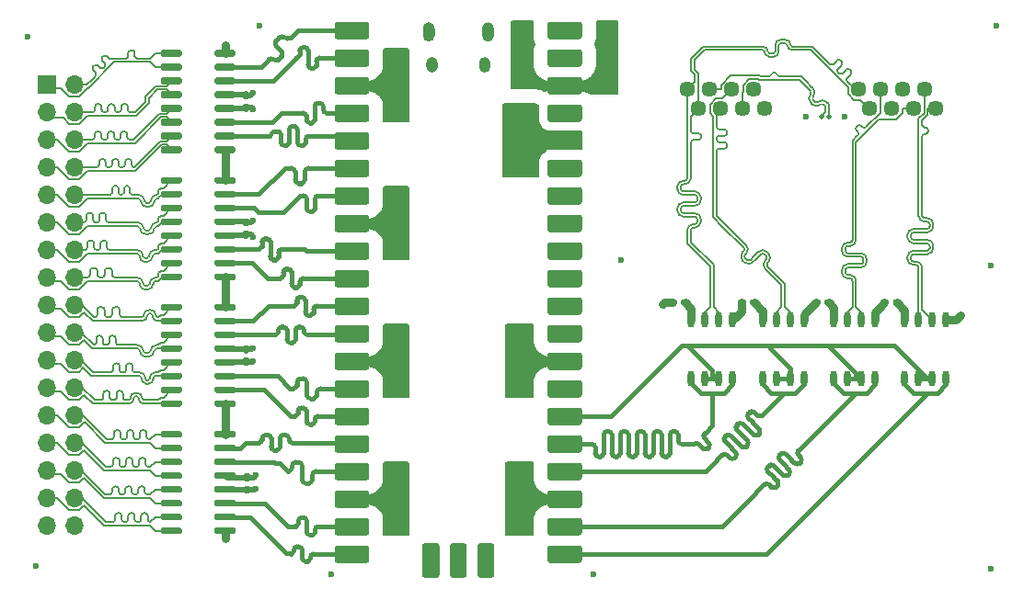
<source format=gbr>
%TF.GenerationSoftware,KiCad,Pcbnew,9.0.0-9.0.0-2~ubuntu24.04.1*%
%TF.CreationDate,2025-03-20T04:03:54-04:00*%
%TF.ProjectId,PicoLVDS,5069636f-4c56-4445-932e-6b696361645f,3*%
%TF.SameCoordinates,Original*%
%TF.FileFunction,Copper,L1,Top*%
%TF.FilePolarity,Positive*%
%FSLAX46Y46*%
G04 Gerber Fmt 4.6, Leading zero omitted, Abs format (unit mm)*
G04 Created by KiCad (PCBNEW 9.0.0-9.0.0-2~ubuntu24.04.1) date 2025-03-20 04:03:54*
%MOMM*%
%LPD*%
G01*
G04 APERTURE LIST*
%TA.AperFunction,SMDPad,CuDef*%
%ADD10O,0.599999X1.450000*%
%TD*%
%TA.AperFunction,ComponentPad*%
%ADD11R,1.700000X1.700000*%
%TD*%
%TA.AperFunction,ComponentPad*%
%ADD12O,1.700000X1.700000*%
%TD*%
%TA.AperFunction,ComponentPad*%
%ADD13C,1.448000*%
%TD*%
%TA.AperFunction,ViaPad*%
%ADD14C,0.600000*%
%TD*%
%TA.AperFunction,ViaPad*%
%ADD15C,0.500000*%
%TD*%
%TA.AperFunction,Conductor*%
%ADD16C,0.508000*%
%TD*%
%TA.AperFunction,Conductor*%
%ADD17C,0.762000*%
%TD*%
%TA.AperFunction,Conductor*%
%ADD18C,0.175260*%
%TD*%
%TA.AperFunction,Conductor*%
%ADD19C,0.381000*%
%TD*%
G04 APERTURE END LIST*
D10*
%TO.P,U9,1,R*%
%TO.N,/D19*%
X93072000Y-70866000D03*
%TO.P,U9,2,RE_N*%
%TO.N,/SR*%
X94342000Y-70866000D03*
%TO.P,U9,3,DE*%
X95612000Y-70866000D03*
%TO.P,U9,4,D*%
%TO.N,/D19*%
X96882000Y-70866000D03*
%TO.P,U9,5,GND*%
%TO.N,GND*%
X96882000Y-65416001D03*
%TO.P,U9,6,A*%
%TO.N,/RJ45_Out_19+*%
X95612000Y-65416001D03*
%TO.P,U9,7,B*%
%TO.N,/RJ45_Out_19-*%
X94342000Y-65416001D03*
%TO.P,U9,8,VCC*%
%TO.N,+3V3*%
X93072000Y-65416001D03*
%TD*%
%TO.P,U3,1,EN1\u002C2*%
%TO.N,+3V3*%
%TA.AperFunction,SMDPad,CuDef*%
G36*
G01*
X51150000Y-61295000D02*
X51150000Y-61595000D01*
G75*
G02*
X51000000Y-61745000I-150000J0D01*
G01*
X49350000Y-61745000D01*
G75*
G02*
X49200000Y-61595000I0J150000D01*
G01*
X49200000Y-61295000D01*
G75*
G02*
X49350000Y-61145000I150000J0D01*
G01*
X51000000Y-61145000D01*
G75*
G02*
X51150000Y-61295000I0J-150000D01*
G01*
G37*
%TD.AperFunction*%
%TO.P,U3,2,DIN1*%
%TO.N,/D7*%
%TA.AperFunction,SMDPad,CuDef*%
G36*
G01*
X51150000Y-60025000D02*
X51150000Y-60325000D01*
G75*
G02*
X51000000Y-60475000I-150000J0D01*
G01*
X49350000Y-60475000D01*
G75*
G02*
X49200000Y-60325000I0J150000D01*
G01*
X49200000Y-60025000D01*
G75*
G02*
X49350000Y-59875000I150000J0D01*
G01*
X51000000Y-59875000D01*
G75*
G02*
X51150000Y-60025000I0J-150000D01*
G01*
G37*
%TD.AperFunction*%
%TO.P,U3,3,DIN2*%
%TO.N,/D6*%
%TA.AperFunction,SMDPad,CuDef*%
G36*
G01*
X51150000Y-58755000D02*
X51150000Y-59055000D01*
G75*
G02*
X51000000Y-59205000I-150000J0D01*
G01*
X49350000Y-59205000D01*
G75*
G02*
X49200000Y-59055000I0J150000D01*
G01*
X49200000Y-58755000D01*
G75*
G02*
X49350000Y-58605000I150000J0D01*
G01*
X51000000Y-58605000D01*
G75*
G02*
X51150000Y-58755000I0J-150000D01*
G01*
G37*
%TD.AperFunction*%
%TO.P,U3,4,VCC*%
%TO.N,+3V3*%
%TA.AperFunction,SMDPad,CuDef*%
G36*
G01*
X51150000Y-57485000D02*
X51150000Y-57785000D01*
G75*
G02*
X51000000Y-57935000I-150000J0D01*
G01*
X49350000Y-57935000D01*
G75*
G02*
X49200000Y-57785000I0J150000D01*
G01*
X49200000Y-57485000D01*
G75*
G02*
X49350000Y-57335000I150000J0D01*
G01*
X51000000Y-57335000D01*
G75*
G02*
X51150000Y-57485000I0J-150000D01*
G01*
G37*
%TD.AperFunction*%
%TO.P,U3,5,GND*%
%TO.N,GND*%
%TA.AperFunction,SMDPad,CuDef*%
G36*
G01*
X51150000Y-56215000D02*
X51150000Y-56515000D01*
G75*
G02*
X51000000Y-56665000I-150000J0D01*
G01*
X49350000Y-56665000D01*
G75*
G02*
X49200000Y-56515000I0J150000D01*
G01*
X49200000Y-56215000D01*
G75*
G02*
X49350000Y-56065000I150000J0D01*
G01*
X51000000Y-56065000D01*
G75*
G02*
X51150000Y-56215000I0J-150000D01*
G01*
G37*
%TD.AperFunction*%
%TO.P,U3,6,DIN3*%
%TO.N,/D5*%
%TA.AperFunction,SMDPad,CuDef*%
G36*
G01*
X51150000Y-54945000D02*
X51150000Y-55245000D01*
G75*
G02*
X51000000Y-55395000I-150000J0D01*
G01*
X49350000Y-55395000D01*
G75*
G02*
X49200000Y-55245000I0J150000D01*
G01*
X49200000Y-54945000D01*
G75*
G02*
X49350000Y-54795000I150000J0D01*
G01*
X51000000Y-54795000D01*
G75*
G02*
X51150000Y-54945000I0J-150000D01*
G01*
G37*
%TD.AperFunction*%
%TO.P,U3,7,DIN4*%
%TO.N,/D4*%
%TA.AperFunction,SMDPad,CuDef*%
G36*
G01*
X51150000Y-53675000D02*
X51150000Y-53975000D01*
G75*
G02*
X51000000Y-54125000I-150000J0D01*
G01*
X49350000Y-54125000D01*
G75*
G02*
X49200000Y-53975000I0J150000D01*
G01*
X49200000Y-53675000D01*
G75*
G02*
X49350000Y-53525000I150000J0D01*
G01*
X51000000Y-53525000D01*
G75*
G02*
X51150000Y-53675000I0J-150000D01*
G01*
G37*
%TD.AperFunction*%
%TO.P,U3,8,EN3\u002C4*%
%TO.N,+3V3*%
%TA.AperFunction,SMDPad,CuDef*%
G36*
G01*
X51150000Y-52405000D02*
X51150000Y-52705000D01*
G75*
G02*
X51000000Y-52855000I-150000J0D01*
G01*
X49350000Y-52855000D01*
G75*
G02*
X49200000Y-52705000I0J150000D01*
G01*
X49200000Y-52405000D01*
G75*
G02*
X49350000Y-52255000I150000J0D01*
G01*
X51000000Y-52255000D01*
G75*
G02*
X51150000Y-52405000I0J-150000D01*
G01*
G37*
%TD.AperFunction*%
%TO.P,U3,9,DOUT4-*%
%TO.N,/Out_4-*%
%TA.AperFunction,SMDPad,CuDef*%
G36*
G01*
X46200000Y-52405000D02*
X46200000Y-52705000D01*
G75*
G02*
X46050000Y-52855000I-150000J0D01*
G01*
X44400000Y-52855000D01*
G75*
G02*
X44250000Y-52705000I0J150000D01*
G01*
X44250000Y-52405000D01*
G75*
G02*
X44400000Y-52255000I150000J0D01*
G01*
X46050000Y-52255000D01*
G75*
G02*
X46200000Y-52405000I0J-150000D01*
G01*
G37*
%TD.AperFunction*%
%TO.P,U3,10,DOUT4+*%
%TO.N,/Out_4+*%
%TA.AperFunction,SMDPad,CuDef*%
G36*
G01*
X46200000Y-53675000D02*
X46200000Y-53975000D01*
G75*
G02*
X46050000Y-54125000I-150000J0D01*
G01*
X44400000Y-54125000D01*
G75*
G02*
X44250000Y-53975000I0J150000D01*
G01*
X44250000Y-53675000D01*
G75*
G02*
X44400000Y-53525000I150000J0D01*
G01*
X46050000Y-53525000D01*
G75*
G02*
X46200000Y-53675000I0J-150000D01*
G01*
G37*
%TD.AperFunction*%
%TO.P,U3,11,DOUT3-*%
%TO.N,/Out_5-*%
%TA.AperFunction,SMDPad,CuDef*%
G36*
G01*
X46200000Y-54945000D02*
X46200000Y-55245000D01*
G75*
G02*
X46050000Y-55395000I-150000J0D01*
G01*
X44400000Y-55395000D01*
G75*
G02*
X44250000Y-55245000I0J150000D01*
G01*
X44250000Y-54945000D01*
G75*
G02*
X44400000Y-54795000I150000J0D01*
G01*
X46050000Y-54795000D01*
G75*
G02*
X46200000Y-54945000I0J-150000D01*
G01*
G37*
%TD.AperFunction*%
%TO.P,U3,12,DOUT3+*%
%TO.N,/Out_5+*%
%TA.AperFunction,SMDPad,CuDef*%
G36*
G01*
X46200000Y-56215000D02*
X46200000Y-56515000D01*
G75*
G02*
X46050000Y-56665000I-150000J0D01*
G01*
X44400000Y-56665000D01*
G75*
G02*
X44250000Y-56515000I0J150000D01*
G01*
X44250000Y-56215000D01*
G75*
G02*
X44400000Y-56065000I150000J0D01*
G01*
X46050000Y-56065000D01*
G75*
G02*
X46200000Y-56215000I0J-150000D01*
G01*
G37*
%TD.AperFunction*%
%TO.P,U3,13,DOUT2-*%
%TO.N,/Out_6-*%
%TA.AperFunction,SMDPad,CuDef*%
G36*
G01*
X46200000Y-57485000D02*
X46200000Y-57785000D01*
G75*
G02*
X46050000Y-57935000I-150000J0D01*
G01*
X44400000Y-57935000D01*
G75*
G02*
X44250000Y-57785000I0J150000D01*
G01*
X44250000Y-57485000D01*
G75*
G02*
X44400000Y-57335000I150000J0D01*
G01*
X46050000Y-57335000D01*
G75*
G02*
X46200000Y-57485000I0J-150000D01*
G01*
G37*
%TD.AperFunction*%
%TO.P,U3,14,DOUT2+*%
%TO.N,/Out_6+*%
%TA.AperFunction,SMDPad,CuDef*%
G36*
G01*
X46200000Y-58755000D02*
X46200000Y-59055000D01*
G75*
G02*
X46050000Y-59205000I-150000J0D01*
G01*
X44400000Y-59205000D01*
G75*
G02*
X44250000Y-59055000I0J150000D01*
G01*
X44250000Y-58755000D01*
G75*
G02*
X44400000Y-58605000I150000J0D01*
G01*
X46050000Y-58605000D01*
G75*
G02*
X46200000Y-58755000I0J-150000D01*
G01*
G37*
%TD.AperFunction*%
%TO.P,U3,15,DOUT1-*%
%TO.N,/Out_7-*%
%TA.AperFunction,SMDPad,CuDef*%
G36*
G01*
X46200000Y-60025000D02*
X46200000Y-60325000D01*
G75*
G02*
X46050000Y-60475000I-150000J0D01*
G01*
X44400000Y-60475000D01*
G75*
G02*
X44250000Y-60325000I0J150000D01*
G01*
X44250000Y-60025000D01*
G75*
G02*
X44400000Y-59875000I150000J0D01*
G01*
X46050000Y-59875000D01*
G75*
G02*
X46200000Y-60025000I0J-150000D01*
G01*
G37*
%TD.AperFunction*%
%TO.P,U3,16,DOUT1+*%
%TO.N,/Out_7+*%
%TA.AperFunction,SMDPad,CuDef*%
G36*
G01*
X46200000Y-61295000D02*
X46200000Y-61595000D01*
G75*
G02*
X46050000Y-61745000I-150000J0D01*
G01*
X44400000Y-61745000D01*
G75*
G02*
X44250000Y-61595000I0J150000D01*
G01*
X44250000Y-61295000D01*
G75*
G02*
X44400000Y-61145000I150000J0D01*
G01*
X46050000Y-61145000D01*
G75*
G02*
X46200000Y-61295000I0J-150000D01*
G01*
G37*
%TD.AperFunction*%
%TD*%
%TO.P,C1,1*%
%TO.N,+3V3*%
%TA.AperFunction,SMDPad,CuDef*%
G36*
G01*
X52255000Y-46235000D02*
X51945000Y-46235000D01*
G75*
G02*
X51790000Y-46080000I0J155000D01*
G01*
X51790000Y-45655000D01*
G75*
G02*
X51945000Y-45500000I155000J0D01*
G01*
X52255000Y-45500000D01*
G75*
G02*
X52410000Y-45655000I0J-155000D01*
G01*
X52410000Y-46080000D01*
G75*
G02*
X52255000Y-46235000I-155000J0D01*
G01*
G37*
%TD.AperFunction*%
%TO.P,C1,2*%
%TO.N,GND*%
%TA.AperFunction,SMDPad,CuDef*%
G36*
G01*
X52255000Y-45100000D02*
X51945000Y-45100000D01*
G75*
G02*
X51790000Y-44945000I0J155000D01*
G01*
X51790000Y-44520000D01*
G75*
G02*
X51945000Y-44365000I155000J0D01*
G01*
X52255000Y-44365000D01*
G75*
G02*
X52410000Y-44520000I0J-155000D01*
G01*
X52410000Y-44945000D01*
G75*
G02*
X52255000Y-45100000I-155000J0D01*
G01*
G37*
%TD.AperFunction*%
%TD*%
%TO.P,C7,1*%
%TO.N,+3V3*%
%TA.AperFunction,SMDPad,CuDef*%
G36*
G01*
X99219500Y-63667999D02*
X99219500Y-63977999D01*
G75*
G02*
X99064500Y-64132999I-155000J0D01*
G01*
X98639500Y-64132999D01*
G75*
G02*
X98484500Y-63977999I0J155000D01*
G01*
X98484500Y-63667999D01*
G75*
G02*
X98639500Y-63512999I155000J0D01*
G01*
X99064500Y-63512999D01*
G75*
G02*
X99219500Y-63667999I0J-155000D01*
G01*
G37*
%TD.AperFunction*%
%TO.P,C7,2*%
%TO.N,GND*%
%TA.AperFunction,SMDPad,CuDef*%
G36*
G01*
X98084500Y-63667999D02*
X98084500Y-63977999D01*
G75*
G02*
X97929500Y-64132999I-155000J0D01*
G01*
X97504500Y-64132999D01*
G75*
G02*
X97349500Y-63977999I0J155000D01*
G01*
X97349500Y-63667999D01*
G75*
G02*
X97504500Y-63512999I155000J0D01*
G01*
X97929500Y-63512999D01*
G75*
G02*
X98084500Y-63667999I0J-155000D01*
G01*
G37*
%TD.AperFunction*%
%TD*%
%TO.P,U2,1,EN1\u002C2*%
%TO.N,+3V3*%
%TA.AperFunction,SMDPad,CuDef*%
G36*
G01*
X51150000Y-49595000D02*
X51150000Y-49895000D01*
G75*
G02*
X51000000Y-50045000I-150000J0D01*
G01*
X49350000Y-50045000D01*
G75*
G02*
X49200000Y-49895000I0J150000D01*
G01*
X49200000Y-49595000D01*
G75*
G02*
X49350000Y-49445000I150000J0D01*
G01*
X51000000Y-49445000D01*
G75*
G02*
X51150000Y-49595000I0J-150000D01*
G01*
G37*
%TD.AperFunction*%
%TO.P,U2,2,DIN1*%
%TO.N,/D3*%
%TA.AperFunction,SMDPad,CuDef*%
G36*
G01*
X51150000Y-48325000D02*
X51150000Y-48625000D01*
G75*
G02*
X51000000Y-48775000I-150000J0D01*
G01*
X49350000Y-48775000D01*
G75*
G02*
X49200000Y-48625000I0J150000D01*
G01*
X49200000Y-48325000D01*
G75*
G02*
X49350000Y-48175000I150000J0D01*
G01*
X51000000Y-48175000D01*
G75*
G02*
X51150000Y-48325000I0J-150000D01*
G01*
G37*
%TD.AperFunction*%
%TO.P,U2,3,DIN2*%
%TO.N,/D2*%
%TA.AperFunction,SMDPad,CuDef*%
G36*
G01*
X51150000Y-47055000D02*
X51150000Y-47355000D01*
G75*
G02*
X51000000Y-47505000I-150000J0D01*
G01*
X49350000Y-47505000D01*
G75*
G02*
X49200000Y-47355000I0J150000D01*
G01*
X49200000Y-47055000D01*
G75*
G02*
X49350000Y-46905000I150000J0D01*
G01*
X51000000Y-46905000D01*
G75*
G02*
X51150000Y-47055000I0J-150000D01*
G01*
G37*
%TD.AperFunction*%
%TO.P,U2,4,VCC*%
%TO.N,+3V3*%
%TA.AperFunction,SMDPad,CuDef*%
G36*
G01*
X51150000Y-45785000D02*
X51150000Y-46085000D01*
G75*
G02*
X51000000Y-46235000I-150000J0D01*
G01*
X49350000Y-46235000D01*
G75*
G02*
X49200000Y-46085000I0J150000D01*
G01*
X49200000Y-45785000D01*
G75*
G02*
X49350000Y-45635000I150000J0D01*
G01*
X51000000Y-45635000D01*
G75*
G02*
X51150000Y-45785000I0J-150000D01*
G01*
G37*
%TD.AperFunction*%
%TO.P,U2,5,GND*%
%TO.N,GND*%
%TA.AperFunction,SMDPad,CuDef*%
G36*
G01*
X51150000Y-44515000D02*
X51150000Y-44815000D01*
G75*
G02*
X51000000Y-44965000I-150000J0D01*
G01*
X49350000Y-44965000D01*
G75*
G02*
X49200000Y-44815000I0J150000D01*
G01*
X49200000Y-44515000D01*
G75*
G02*
X49350000Y-44365000I150000J0D01*
G01*
X51000000Y-44365000D01*
G75*
G02*
X51150000Y-44515000I0J-150000D01*
G01*
G37*
%TD.AperFunction*%
%TO.P,U2,6,DIN3*%
%TO.N,/D1*%
%TA.AperFunction,SMDPad,CuDef*%
G36*
G01*
X51150000Y-43245000D02*
X51150000Y-43545000D01*
G75*
G02*
X51000000Y-43695000I-150000J0D01*
G01*
X49350000Y-43695000D01*
G75*
G02*
X49200000Y-43545000I0J150000D01*
G01*
X49200000Y-43245000D01*
G75*
G02*
X49350000Y-43095000I150000J0D01*
G01*
X51000000Y-43095000D01*
G75*
G02*
X51150000Y-43245000I0J-150000D01*
G01*
G37*
%TD.AperFunction*%
%TO.P,U2,7,DIN4*%
%TO.N,/D0*%
%TA.AperFunction,SMDPad,CuDef*%
G36*
G01*
X51150000Y-41975000D02*
X51150000Y-42275000D01*
G75*
G02*
X51000000Y-42425000I-150000J0D01*
G01*
X49350000Y-42425000D01*
G75*
G02*
X49200000Y-42275000I0J150000D01*
G01*
X49200000Y-41975000D01*
G75*
G02*
X49350000Y-41825000I150000J0D01*
G01*
X51000000Y-41825000D01*
G75*
G02*
X51150000Y-41975000I0J-150000D01*
G01*
G37*
%TD.AperFunction*%
%TO.P,U2,8,EN3\u002C4*%
%TO.N,+3V3*%
%TA.AperFunction,SMDPad,CuDef*%
G36*
G01*
X51150000Y-40705000D02*
X51150000Y-41005000D01*
G75*
G02*
X51000000Y-41155000I-150000J0D01*
G01*
X49350000Y-41155000D01*
G75*
G02*
X49200000Y-41005000I0J150000D01*
G01*
X49200000Y-40705000D01*
G75*
G02*
X49350000Y-40555000I150000J0D01*
G01*
X51000000Y-40555000D01*
G75*
G02*
X51150000Y-40705000I0J-150000D01*
G01*
G37*
%TD.AperFunction*%
%TO.P,U2,9,DOUT4-*%
%TO.N,/Out_0-*%
%TA.AperFunction,SMDPad,CuDef*%
G36*
G01*
X46200000Y-40705000D02*
X46200000Y-41005000D01*
G75*
G02*
X46050000Y-41155000I-150000J0D01*
G01*
X44400000Y-41155000D01*
G75*
G02*
X44250000Y-41005000I0J150000D01*
G01*
X44250000Y-40705000D01*
G75*
G02*
X44400000Y-40555000I150000J0D01*
G01*
X46050000Y-40555000D01*
G75*
G02*
X46200000Y-40705000I0J-150000D01*
G01*
G37*
%TD.AperFunction*%
%TO.P,U2,10,DOUT4+*%
%TO.N,/Out_0+*%
%TA.AperFunction,SMDPad,CuDef*%
G36*
G01*
X46200000Y-41975000D02*
X46200000Y-42275000D01*
G75*
G02*
X46050000Y-42425000I-150000J0D01*
G01*
X44400000Y-42425000D01*
G75*
G02*
X44250000Y-42275000I0J150000D01*
G01*
X44250000Y-41975000D01*
G75*
G02*
X44400000Y-41825000I150000J0D01*
G01*
X46050000Y-41825000D01*
G75*
G02*
X46200000Y-41975000I0J-150000D01*
G01*
G37*
%TD.AperFunction*%
%TO.P,U2,11,DOUT3-*%
%TO.N,/Out_1-*%
%TA.AperFunction,SMDPad,CuDef*%
G36*
G01*
X46200000Y-43245000D02*
X46200000Y-43545000D01*
G75*
G02*
X46050000Y-43695000I-150000J0D01*
G01*
X44400000Y-43695000D01*
G75*
G02*
X44250000Y-43545000I0J150000D01*
G01*
X44250000Y-43245000D01*
G75*
G02*
X44400000Y-43095000I150000J0D01*
G01*
X46050000Y-43095000D01*
G75*
G02*
X46200000Y-43245000I0J-150000D01*
G01*
G37*
%TD.AperFunction*%
%TO.P,U2,12,DOUT3+*%
%TO.N,/Out_1+*%
%TA.AperFunction,SMDPad,CuDef*%
G36*
G01*
X46200000Y-44515000D02*
X46200000Y-44815000D01*
G75*
G02*
X46050000Y-44965000I-150000J0D01*
G01*
X44400000Y-44965000D01*
G75*
G02*
X44250000Y-44815000I0J150000D01*
G01*
X44250000Y-44515000D01*
G75*
G02*
X44400000Y-44365000I150000J0D01*
G01*
X46050000Y-44365000D01*
G75*
G02*
X46200000Y-44515000I0J-150000D01*
G01*
G37*
%TD.AperFunction*%
%TO.P,U2,13,DOUT2-*%
%TO.N,/Out_2-*%
%TA.AperFunction,SMDPad,CuDef*%
G36*
G01*
X46200000Y-45785000D02*
X46200000Y-46085000D01*
G75*
G02*
X46050000Y-46235000I-150000J0D01*
G01*
X44400000Y-46235000D01*
G75*
G02*
X44250000Y-46085000I0J150000D01*
G01*
X44250000Y-45785000D01*
G75*
G02*
X44400000Y-45635000I150000J0D01*
G01*
X46050000Y-45635000D01*
G75*
G02*
X46200000Y-45785000I0J-150000D01*
G01*
G37*
%TD.AperFunction*%
%TO.P,U2,14,DOUT2+*%
%TO.N,/Out_2+*%
%TA.AperFunction,SMDPad,CuDef*%
G36*
G01*
X46200000Y-47055000D02*
X46200000Y-47355000D01*
G75*
G02*
X46050000Y-47505000I-150000J0D01*
G01*
X44400000Y-47505000D01*
G75*
G02*
X44250000Y-47355000I0J150000D01*
G01*
X44250000Y-47055000D01*
G75*
G02*
X44400000Y-46905000I150000J0D01*
G01*
X46050000Y-46905000D01*
G75*
G02*
X46200000Y-47055000I0J-150000D01*
G01*
G37*
%TD.AperFunction*%
%TO.P,U2,15,DOUT1-*%
%TO.N,/Out_3-*%
%TA.AperFunction,SMDPad,CuDef*%
G36*
G01*
X46200000Y-48325000D02*
X46200000Y-48625000D01*
G75*
G02*
X46050000Y-48775000I-150000J0D01*
G01*
X44400000Y-48775000D01*
G75*
G02*
X44250000Y-48625000I0J150000D01*
G01*
X44250000Y-48325000D01*
G75*
G02*
X44400000Y-48175000I150000J0D01*
G01*
X46050000Y-48175000D01*
G75*
G02*
X46200000Y-48325000I0J-150000D01*
G01*
G37*
%TD.AperFunction*%
%TO.P,U2,16,DOUT1+*%
%TO.N,/Out_3+*%
%TA.AperFunction,SMDPad,CuDef*%
G36*
G01*
X46200000Y-49595000D02*
X46200000Y-49895000D01*
G75*
G02*
X46050000Y-50045000I-150000J0D01*
G01*
X44400000Y-50045000D01*
G75*
G02*
X44250000Y-49895000I0J150000D01*
G01*
X44250000Y-49595000D01*
G75*
G02*
X44400000Y-49445000I150000J0D01*
G01*
X46050000Y-49445000D01*
G75*
G02*
X46200000Y-49595000I0J-150000D01*
G01*
G37*
%TD.AperFunction*%
%TD*%
%TO.P,U10,1,R*%
%TO.N,/D16*%
X112722000Y-70866000D03*
%TO.P,U10,2,RE_N*%
%TO.N,/SR*%
X113992000Y-70866000D03*
%TO.P,U10,3,DE*%
X115262000Y-70866000D03*
%TO.P,U10,4,D*%
%TO.N,/D16*%
X116532000Y-70866000D03*
%TO.P,U10,5,GND*%
%TO.N,GND*%
X116532000Y-65416001D03*
%TO.P,U10,6,A*%
%TO.N,/RJ45_Out_16+*%
X115262000Y-65416001D03*
%TO.P,U10,7,B*%
%TO.N,/RJ45_Out_16-*%
X113992000Y-65416001D03*
%TO.P,U10,8,VCC*%
%TO.N,+3V3*%
X112722000Y-65416001D03*
%TD*%
%TO.P,C6,1*%
%TO.N,+3V3*%
%TA.AperFunction,SMDPad,CuDef*%
G36*
G01*
X106077500Y-63667999D02*
X106077500Y-63977999D01*
G75*
G02*
X105922500Y-64132999I-155000J0D01*
G01*
X105497500Y-64132999D01*
G75*
G02*
X105342500Y-63977999I0J155000D01*
G01*
X105342500Y-63667999D01*
G75*
G02*
X105497500Y-63512999I155000J0D01*
G01*
X105922500Y-63512999D01*
G75*
G02*
X106077500Y-63667999I0J-155000D01*
G01*
G37*
%TD.AperFunction*%
%TO.P,C6,2*%
%TO.N,GND*%
%TA.AperFunction,SMDPad,CuDef*%
G36*
G01*
X104942500Y-63667999D02*
X104942500Y-63977999D01*
G75*
G02*
X104787500Y-64132999I-155000J0D01*
G01*
X104362500Y-64132999D01*
G75*
G02*
X104207500Y-63977999I0J155000D01*
G01*
X104207500Y-63667999D01*
G75*
G02*
X104362500Y-63512999I155000J0D01*
G01*
X104787500Y-63512999D01*
G75*
G02*
X104942500Y-63667999I0J-155000D01*
G01*
G37*
%TD.AperFunction*%
%TD*%
%TO.P,U11,1,R*%
%TO.N,/D17*%
X106172000Y-70866000D03*
%TO.P,U11,2,RE_N*%
%TO.N,/SR*%
X107442000Y-70866000D03*
%TO.P,U11,3,DE*%
X108712000Y-70866000D03*
%TO.P,U11,4,D*%
%TO.N,/D17*%
X109982000Y-70866000D03*
%TO.P,U11,5,GND*%
%TO.N,GND*%
X109982000Y-65416001D03*
%TO.P,U11,6,A*%
%TO.N,/RJ45_Out_17+*%
X108712000Y-65416001D03*
%TO.P,U11,7,B*%
%TO.N,/RJ45_Out_17-*%
X107442000Y-65416001D03*
%TO.P,U11,8,VCC*%
%TO.N,+3V3*%
X106172000Y-65416001D03*
%TD*%
D11*
%TO.P,J1,1,Pin_1*%
%TO.N,/Out_0+*%
X33750000Y-43740000D03*
D12*
%TO.P,J1,2,Pin_2*%
%TO.N,/Out_0-*%
X36290000Y-43740000D03*
%TO.P,J1,3,Pin_3*%
%TO.N,/Out_1+*%
X33750000Y-46280000D03*
%TO.P,J1,4,Pin_4*%
%TO.N,/Out_1-*%
X36290000Y-46280000D03*
%TO.P,J1,5,Pin_5*%
%TO.N,/Out_2+*%
X33750000Y-48820000D03*
%TO.P,J1,6,Pin_6*%
%TO.N,/Out_2-*%
X36290000Y-48820000D03*
%TO.P,J1,7,Pin_7*%
%TO.N,/Out_3+*%
X33750000Y-51360000D03*
%TO.P,J1,8,Pin_8*%
%TO.N,/Out_3-*%
X36290000Y-51360000D03*
%TO.P,J1,9,Pin_9*%
%TO.N,/Out_4+*%
X33750000Y-53900000D03*
%TO.P,J1,10,Pin_10*%
%TO.N,/Out_4-*%
X36290000Y-53900000D03*
%TO.P,J1,11,Pin_11*%
%TO.N,/Out_5+*%
X33750000Y-56440000D03*
%TO.P,J1,12,Pin_12*%
%TO.N,/Out_5-*%
X36290000Y-56440000D03*
%TO.P,J1,13,Pin_13*%
%TO.N,/Out_6+*%
X33750000Y-58980000D03*
%TO.P,J1,14,Pin_14*%
%TO.N,/Out_6-*%
X36290000Y-58980000D03*
%TO.P,J1,15,Pin_15*%
%TO.N,/Out_7+*%
X33750000Y-61520000D03*
%TO.P,J1,16,Pin_16*%
%TO.N,/Out_7-*%
X36290000Y-61520000D03*
%TO.P,J1,17,Pin_17*%
%TO.N,/Out_8+*%
X33750000Y-64060000D03*
%TO.P,J1,18,Pin_18*%
%TO.N,/Out_8-*%
X36290000Y-64060000D03*
%TO.P,J1,19,Pin_19*%
%TO.N,/Out_9+*%
X33750000Y-66600000D03*
%TO.P,J1,20,Pin_20*%
%TO.N,/Out_9-*%
X36290000Y-66600000D03*
%TO.P,J1,21,Pin_21*%
%TO.N,/Out_10+*%
X33750000Y-69140000D03*
%TO.P,J1,22,Pin_22*%
%TO.N,/Out_10-*%
X36290000Y-69140000D03*
%TO.P,J1,23,Pin_23*%
%TO.N,/Out_11+*%
X33750000Y-71680000D03*
%TO.P,J1,24,Pin_24*%
%TO.N,/Out_11-*%
X36290000Y-71680000D03*
%TO.P,J1,25,Pin_25*%
%TO.N,/Out_12+*%
X33750000Y-74220000D03*
%TO.P,J1,26,Pin_26*%
%TO.N,/Out_12-*%
X36290000Y-74220000D03*
%TO.P,J1,27,Pin_27*%
%TO.N,/Out_13+*%
X33750000Y-76760000D03*
%TO.P,J1,28,Pin_28*%
%TO.N,/Out_13-*%
X36290000Y-76760000D03*
%TO.P,J1,29,Pin_29*%
%TO.N,/Out_14+*%
X33750000Y-79300000D03*
%TO.P,J1,30,Pin_30*%
%TO.N,/Out_14-*%
X36290000Y-79300000D03*
%TO.P,J1,31,Pin_31*%
%TO.N,/Out_15+*%
X33750000Y-81840000D03*
%TO.P,J1,32,Pin_32*%
%TO.N,/Out_15-*%
X36290000Y-81840000D03*
%TO.P,J1,33,Pin_33*%
%TO.N,unconnected-(J1-Pin_33-Pad33)*%
X33750000Y-84380000D03*
%TO.P,J1,34,Pin_34*%
%TO.N,unconnected-(J1-Pin_34-Pad34)*%
X36290000Y-84380000D03*
%TD*%
%TO.P,C8,1*%
%TO.N,+3V3*%
%TA.AperFunction,SMDPad,CuDef*%
G36*
G01*
X92869500Y-63667999D02*
X92869500Y-63977999D01*
G75*
G02*
X92714500Y-64132999I-155000J0D01*
G01*
X92289500Y-64132999D01*
G75*
G02*
X92134500Y-63977999I0J155000D01*
G01*
X92134500Y-63667999D01*
G75*
G02*
X92289500Y-63512999I155000J0D01*
G01*
X92714500Y-63512999D01*
G75*
G02*
X92869500Y-63667999I0J-155000D01*
G01*
G37*
%TD.AperFunction*%
%TO.P,C8,2*%
%TO.N,GND*%
%TA.AperFunction,SMDPad,CuDef*%
G36*
G01*
X91734500Y-63667999D02*
X91734500Y-63977999D01*
G75*
G02*
X91579500Y-64132999I-155000J0D01*
G01*
X91154500Y-64132999D01*
G75*
G02*
X90999500Y-63977999I0J155000D01*
G01*
X90999500Y-63667999D01*
G75*
G02*
X91154500Y-63512999I155000J0D01*
G01*
X91579500Y-63512999D01*
G75*
G02*
X91734500Y-63667999I0J-155000D01*
G01*
G37*
%TD.AperFunction*%
%TD*%
%TO.P,C4,1*%
%TO.N,+3V3*%
%TA.AperFunction,SMDPad,CuDef*%
G36*
G01*
X52355000Y-81435000D02*
X52045000Y-81435000D01*
G75*
G02*
X51890000Y-81280000I0J155000D01*
G01*
X51890000Y-80855000D01*
G75*
G02*
X52045000Y-80700000I155000J0D01*
G01*
X52355000Y-80700000D01*
G75*
G02*
X52510000Y-80855000I0J-155000D01*
G01*
X52510000Y-81280000D01*
G75*
G02*
X52355000Y-81435000I-155000J0D01*
G01*
G37*
%TD.AperFunction*%
%TO.P,C4,2*%
%TO.N,GND*%
%TA.AperFunction,SMDPad,CuDef*%
G36*
G01*
X52355000Y-80300000D02*
X52045000Y-80300000D01*
G75*
G02*
X51890000Y-80145000I0J155000D01*
G01*
X51890000Y-79720000D01*
G75*
G02*
X52045000Y-79565000I155000J0D01*
G01*
X52355000Y-79565000D01*
G75*
G02*
X52510000Y-79720000I0J-155000D01*
G01*
X52510000Y-80145000D01*
G75*
G02*
X52355000Y-80300000I-155000J0D01*
G01*
G37*
%TD.AperFunction*%
%TD*%
%TO.P,C2,1*%
%TO.N,+3V3*%
%TA.AperFunction,SMDPad,CuDef*%
G36*
G01*
X52255000Y-57935000D02*
X51945000Y-57935000D01*
G75*
G02*
X51790000Y-57780000I0J155000D01*
G01*
X51790000Y-57355000D01*
G75*
G02*
X51945000Y-57200000I155000J0D01*
G01*
X52255000Y-57200000D01*
G75*
G02*
X52410000Y-57355000I0J-155000D01*
G01*
X52410000Y-57780000D01*
G75*
G02*
X52255000Y-57935000I-155000J0D01*
G01*
G37*
%TD.AperFunction*%
%TO.P,C2,2*%
%TO.N,GND*%
%TA.AperFunction,SMDPad,CuDef*%
G36*
G01*
X52255000Y-56800000D02*
X51945000Y-56800000D01*
G75*
G02*
X51790000Y-56645000I0J155000D01*
G01*
X51790000Y-56220000D01*
G75*
G02*
X51945000Y-56065000I155000J0D01*
G01*
X52255000Y-56065000D01*
G75*
G02*
X52410000Y-56220000I0J-155000D01*
G01*
X52410000Y-56645000D01*
G75*
G02*
X52255000Y-56800000I-155000J0D01*
G01*
G37*
%TD.AperFunction*%
%TD*%
%TO.P,C5,1*%
%TO.N,+3V3*%
%TA.AperFunction,SMDPad,CuDef*%
G36*
G01*
X112368000Y-63667999D02*
X112368000Y-63977999D01*
G75*
G02*
X112213000Y-64132999I-155000J0D01*
G01*
X111788000Y-64132999D01*
G75*
G02*
X111633000Y-63977999I0J155000D01*
G01*
X111633000Y-63667999D01*
G75*
G02*
X111788000Y-63512999I155000J0D01*
G01*
X112213000Y-63512999D01*
G75*
G02*
X112368000Y-63667999I0J-155000D01*
G01*
G37*
%TD.AperFunction*%
%TO.P,C5,2*%
%TO.N,GND*%
%TA.AperFunction,SMDPad,CuDef*%
G36*
G01*
X111233000Y-63667999D02*
X111233000Y-63977999D01*
G75*
G02*
X111078000Y-64132999I-155000J0D01*
G01*
X110653000Y-64132999D01*
G75*
G02*
X110498000Y-63977999I0J155000D01*
G01*
X110498000Y-63667999D01*
G75*
G02*
X110653000Y-63512999I155000J0D01*
G01*
X111078000Y-63512999D01*
G75*
G02*
X111233000Y-63667999I0J-155000D01*
G01*
G37*
%TD.AperFunction*%
%TD*%
D13*
%TO.P,J2,1_1,1_1*%
%TO.N,/RJ45_Out_19-*%
X108463000Y-44196000D03*
%TO.P,J2,1_2,1_2*%
%TO.N,/RJ45_Out_19+*%
X109479000Y-45976000D03*
%TO.P,J2,1_3,1_3*%
%TO.N,/RJ45_Out_17-*%
X110495000Y-44196000D03*
%TO.P,J2,1_4,1_4*%
%TO.N,/RJ45_Out_18+*%
X111511000Y-45976000D03*
%TO.P,J2,1_5,1_5*%
%TO.N,/RJ45_Out_18-*%
X112527000Y-44196000D03*
%TO.P,J2,1_6,1_6*%
%TO.N,/RJ45_Out_17+*%
X113543000Y-45976000D03*
%TO.P,J2,1_7,1_7*%
%TO.N,/RJ45_Out_16-*%
X114559000Y-44196000D03*
%TO.P,J2,1_8,1_8*%
%TO.N,/RJ45_Out_16+*%
X115575000Y-45976000D03*
%TO.P,J2,2_1,2_1*%
%TO.N,/RJ45_Out_19-*%
X92713000Y-44196000D03*
%TO.P,J2,2_2,2_2*%
%TO.N,/RJ45_Out_19+*%
X93729000Y-45976000D03*
%TO.P,J2,2_3,2_3*%
%TO.N,/RJ45_Out_17-*%
X94745000Y-44196000D03*
%TO.P,J2,2_4,2_4*%
%TO.N,/RJ45_Out_18+*%
X95761000Y-45976000D03*
%TO.P,J2,2_5,2_5*%
%TO.N,/RJ45_Out_18-*%
X96777000Y-44196000D03*
%TO.P,J2,2_6,2_6*%
%TO.N,/RJ45_Out_17+*%
X97793000Y-45976000D03*
%TO.P,J2,2_7,2_7*%
%TO.N,/RJ45_Out_16-*%
X98809000Y-44196000D03*
%TO.P,J2,2_8,2_8*%
%TO.N,/RJ45_Out_16+*%
X99825000Y-45976000D03*
%TD*%
D10*
%TO.P,U8,1,R*%
%TO.N,/D18*%
X99622000Y-70866000D03*
%TO.P,U8,2,RE_N*%
%TO.N,/SR*%
X100892000Y-70866000D03*
%TO.P,U8,3,DE*%
X102162000Y-70866000D03*
%TO.P,U8,4,D*%
%TO.N,/D18*%
X103432000Y-70866000D03*
%TO.P,U8,5,GND*%
%TO.N,GND*%
X103432000Y-65416001D03*
%TO.P,U8,6,A*%
%TO.N,/RJ45_Out_18+*%
X102162000Y-65416001D03*
%TO.P,U8,7,B*%
%TO.N,/RJ45_Out_18-*%
X100892000Y-65416001D03*
%TO.P,U8,8,VCC*%
%TO.N,+3V3*%
X99622000Y-65416001D03*
%TD*%
%TO.P,U5,1,EN1\u002C2*%
%TO.N,+3V3*%
%TA.AperFunction,SMDPad,CuDef*%
G36*
G01*
X51150000Y-84695000D02*
X51150000Y-84995000D01*
G75*
G02*
X51000000Y-85145000I-150000J0D01*
G01*
X49350000Y-85145000D01*
G75*
G02*
X49200000Y-84995000I0J150000D01*
G01*
X49200000Y-84695000D01*
G75*
G02*
X49350000Y-84545000I150000J0D01*
G01*
X51000000Y-84545000D01*
G75*
G02*
X51150000Y-84695000I0J-150000D01*
G01*
G37*
%TD.AperFunction*%
%TO.P,U5,2,DIN1*%
%TO.N,/D15*%
%TA.AperFunction,SMDPad,CuDef*%
G36*
G01*
X51150000Y-83425000D02*
X51150000Y-83725000D01*
G75*
G02*
X51000000Y-83875000I-150000J0D01*
G01*
X49350000Y-83875000D01*
G75*
G02*
X49200000Y-83725000I0J150000D01*
G01*
X49200000Y-83425000D01*
G75*
G02*
X49350000Y-83275000I150000J0D01*
G01*
X51000000Y-83275000D01*
G75*
G02*
X51150000Y-83425000I0J-150000D01*
G01*
G37*
%TD.AperFunction*%
%TO.P,U5,3,DIN2*%
%TO.N,/D14*%
%TA.AperFunction,SMDPad,CuDef*%
G36*
G01*
X51150000Y-82155000D02*
X51150000Y-82455000D01*
G75*
G02*
X51000000Y-82605000I-150000J0D01*
G01*
X49350000Y-82605000D01*
G75*
G02*
X49200000Y-82455000I0J150000D01*
G01*
X49200000Y-82155000D01*
G75*
G02*
X49350000Y-82005000I150000J0D01*
G01*
X51000000Y-82005000D01*
G75*
G02*
X51150000Y-82155000I0J-150000D01*
G01*
G37*
%TD.AperFunction*%
%TO.P,U5,4,VCC*%
%TO.N,+3V3*%
%TA.AperFunction,SMDPad,CuDef*%
G36*
G01*
X51150000Y-80885000D02*
X51150000Y-81185000D01*
G75*
G02*
X51000000Y-81335000I-150000J0D01*
G01*
X49350000Y-81335000D01*
G75*
G02*
X49200000Y-81185000I0J150000D01*
G01*
X49200000Y-80885000D01*
G75*
G02*
X49350000Y-80735000I150000J0D01*
G01*
X51000000Y-80735000D01*
G75*
G02*
X51150000Y-80885000I0J-150000D01*
G01*
G37*
%TD.AperFunction*%
%TO.P,U5,5,GND*%
%TO.N,GND*%
%TA.AperFunction,SMDPad,CuDef*%
G36*
G01*
X51150000Y-79615000D02*
X51150000Y-79915000D01*
G75*
G02*
X51000000Y-80065000I-150000J0D01*
G01*
X49350000Y-80065000D01*
G75*
G02*
X49200000Y-79915000I0J150000D01*
G01*
X49200000Y-79615000D01*
G75*
G02*
X49350000Y-79465000I150000J0D01*
G01*
X51000000Y-79465000D01*
G75*
G02*
X51150000Y-79615000I0J-150000D01*
G01*
G37*
%TD.AperFunction*%
%TO.P,U5,6,DIN3*%
%TO.N,/D13*%
%TA.AperFunction,SMDPad,CuDef*%
G36*
G01*
X51150000Y-78345000D02*
X51150000Y-78645000D01*
G75*
G02*
X51000000Y-78795000I-150000J0D01*
G01*
X49350000Y-78795000D01*
G75*
G02*
X49200000Y-78645000I0J150000D01*
G01*
X49200000Y-78345000D01*
G75*
G02*
X49350000Y-78195000I150000J0D01*
G01*
X51000000Y-78195000D01*
G75*
G02*
X51150000Y-78345000I0J-150000D01*
G01*
G37*
%TD.AperFunction*%
%TO.P,U5,7,DIN4*%
%TO.N,/D12*%
%TA.AperFunction,SMDPad,CuDef*%
G36*
G01*
X51150000Y-77075000D02*
X51150000Y-77375000D01*
G75*
G02*
X51000000Y-77525000I-150000J0D01*
G01*
X49350000Y-77525000D01*
G75*
G02*
X49200000Y-77375000I0J150000D01*
G01*
X49200000Y-77075000D01*
G75*
G02*
X49350000Y-76925000I150000J0D01*
G01*
X51000000Y-76925000D01*
G75*
G02*
X51150000Y-77075000I0J-150000D01*
G01*
G37*
%TD.AperFunction*%
%TO.P,U5,8,EN3\u002C4*%
%TO.N,+3V3*%
%TA.AperFunction,SMDPad,CuDef*%
G36*
G01*
X51150000Y-75805000D02*
X51150000Y-76105000D01*
G75*
G02*
X51000000Y-76255000I-150000J0D01*
G01*
X49350000Y-76255000D01*
G75*
G02*
X49200000Y-76105000I0J150000D01*
G01*
X49200000Y-75805000D01*
G75*
G02*
X49350000Y-75655000I150000J0D01*
G01*
X51000000Y-75655000D01*
G75*
G02*
X51150000Y-75805000I0J-150000D01*
G01*
G37*
%TD.AperFunction*%
%TO.P,U5,9,DOUT4-*%
%TO.N,/Out_12-*%
%TA.AperFunction,SMDPad,CuDef*%
G36*
G01*
X46200000Y-75805000D02*
X46200000Y-76105000D01*
G75*
G02*
X46050000Y-76255000I-150000J0D01*
G01*
X44400000Y-76255000D01*
G75*
G02*
X44250000Y-76105000I0J150000D01*
G01*
X44250000Y-75805000D01*
G75*
G02*
X44400000Y-75655000I150000J0D01*
G01*
X46050000Y-75655000D01*
G75*
G02*
X46200000Y-75805000I0J-150000D01*
G01*
G37*
%TD.AperFunction*%
%TO.P,U5,10,DOUT4+*%
%TO.N,/Out_12+*%
%TA.AperFunction,SMDPad,CuDef*%
G36*
G01*
X46200000Y-77075000D02*
X46200000Y-77375000D01*
G75*
G02*
X46050000Y-77525000I-150000J0D01*
G01*
X44400000Y-77525000D01*
G75*
G02*
X44250000Y-77375000I0J150000D01*
G01*
X44250000Y-77075000D01*
G75*
G02*
X44400000Y-76925000I150000J0D01*
G01*
X46050000Y-76925000D01*
G75*
G02*
X46200000Y-77075000I0J-150000D01*
G01*
G37*
%TD.AperFunction*%
%TO.P,U5,11,DOUT3-*%
%TO.N,/Out_13-*%
%TA.AperFunction,SMDPad,CuDef*%
G36*
G01*
X46200000Y-78345000D02*
X46200000Y-78645000D01*
G75*
G02*
X46050000Y-78795000I-150000J0D01*
G01*
X44400000Y-78795000D01*
G75*
G02*
X44250000Y-78645000I0J150000D01*
G01*
X44250000Y-78345000D01*
G75*
G02*
X44400000Y-78195000I150000J0D01*
G01*
X46050000Y-78195000D01*
G75*
G02*
X46200000Y-78345000I0J-150000D01*
G01*
G37*
%TD.AperFunction*%
%TO.P,U5,12,DOUT3+*%
%TO.N,/Out_13+*%
%TA.AperFunction,SMDPad,CuDef*%
G36*
G01*
X46200000Y-79615000D02*
X46200000Y-79915000D01*
G75*
G02*
X46050000Y-80065000I-150000J0D01*
G01*
X44400000Y-80065000D01*
G75*
G02*
X44250000Y-79915000I0J150000D01*
G01*
X44250000Y-79615000D01*
G75*
G02*
X44400000Y-79465000I150000J0D01*
G01*
X46050000Y-79465000D01*
G75*
G02*
X46200000Y-79615000I0J-150000D01*
G01*
G37*
%TD.AperFunction*%
%TO.P,U5,13,DOUT2-*%
%TO.N,/Out_14-*%
%TA.AperFunction,SMDPad,CuDef*%
G36*
G01*
X46200000Y-80885000D02*
X46200000Y-81185000D01*
G75*
G02*
X46050000Y-81335000I-150000J0D01*
G01*
X44400000Y-81335000D01*
G75*
G02*
X44250000Y-81185000I0J150000D01*
G01*
X44250000Y-80885000D01*
G75*
G02*
X44400000Y-80735000I150000J0D01*
G01*
X46050000Y-80735000D01*
G75*
G02*
X46200000Y-80885000I0J-150000D01*
G01*
G37*
%TD.AperFunction*%
%TO.P,U5,14,DOUT2+*%
%TO.N,/Out_14+*%
%TA.AperFunction,SMDPad,CuDef*%
G36*
G01*
X46200000Y-82155000D02*
X46200000Y-82455000D01*
G75*
G02*
X46050000Y-82605000I-150000J0D01*
G01*
X44400000Y-82605000D01*
G75*
G02*
X44250000Y-82455000I0J150000D01*
G01*
X44250000Y-82155000D01*
G75*
G02*
X44400000Y-82005000I150000J0D01*
G01*
X46050000Y-82005000D01*
G75*
G02*
X46200000Y-82155000I0J-150000D01*
G01*
G37*
%TD.AperFunction*%
%TO.P,U5,15,DOUT1-*%
%TO.N,/Out_15-*%
%TA.AperFunction,SMDPad,CuDef*%
G36*
G01*
X46200000Y-83425000D02*
X46200000Y-83725000D01*
G75*
G02*
X46050000Y-83875000I-150000J0D01*
G01*
X44400000Y-83875000D01*
G75*
G02*
X44250000Y-83725000I0J150000D01*
G01*
X44250000Y-83425000D01*
G75*
G02*
X44400000Y-83275000I150000J0D01*
G01*
X46050000Y-83275000D01*
G75*
G02*
X46200000Y-83425000I0J-150000D01*
G01*
G37*
%TD.AperFunction*%
%TO.P,U5,16,DOUT1+*%
%TO.N,/Out_15+*%
%TA.AperFunction,SMDPad,CuDef*%
G36*
G01*
X46200000Y-84695000D02*
X46200000Y-84995000D01*
G75*
G02*
X46050000Y-85145000I-150000J0D01*
G01*
X44400000Y-85145000D01*
G75*
G02*
X44250000Y-84995000I0J150000D01*
G01*
X44250000Y-84695000D01*
G75*
G02*
X44400000Y-84545000I150000J0D01*
G01*
X46050000Y-84545000D01*
G75*
G02*
X46200000Y-84695000I0J-150000D01*
G01*
G37*
%TD.AperFunction*%
%TD*%
%TO.P,C3,1*%
%TO.N,+3V3*%
%TA.AperFunction,SMDPad,CuDef*%
G36*
G01*
X52255000Y-69635000D02*
X51945000Y-69635000D01*
G75*
G02*
X51790000Y-69480000I0J155000D01*
G01*
X51790000Y-69055000D01*
G75*
G02*
X51945000Y-68900000I155000J0D01*
G01*
X52255000Y-68900000D01*
G75*
G02*
X52410000Y-69055000I0J-155000D01*
G01*
X52410000Y-69480000D01*
G75*
G02*
X52255000Y-69635000I-155000J0D01*
G01*
G37*
%TD.AperFunction*%
%TO.P,C3,2*%
%TO.N,GND*%
%TA.AperFunction,SMDPad,CuDef*%
G36*
G01*
X52255000Y-68500000D02*
X51945000Y-68500000D01*
G75*
G02*
X51790000Y-68345000I0J155000D01*
G01*
X51790000Y-67920000D01*
G75*
G02*
X51945000Y-67765000I155000J0D01*
G01*
X52255000Y-67765000D01*
G75*
G02*
X52410000Y-67920000I0J-155000D01*
G01*
X52410000Y-68345000D01*
G75*
G02*
X52255000Y-68500000I-155000J0D01*
G01*
G37*
%TD.AperFunction*%
%TD*%
%TO.P,U1,*%
%TO.N,*%
%TA.AperFunction,SMDPad,CuDef*%
G36*
G01*
X68365000Y-39240000D02*
X68365000Y-38540000D01*
G75*
G02*
X68915000Y-37990000I550000J0D01*
G01*
X68915000Y-37990000D01*
G75*
G02*
X69465000Y-38540000I0J-550000D01*
G01*
X69465000Y-39240000D01*
G75*
G02*
X68915000Y-39790000I-550000J0D01*
G01*
X68915000Y-39790000D01*
G75*
G02*
X68365000Y-39240000I0J550000D01*
G01*
G37*
%TD.AperFunction*%
%TA.AperFunction,SMDPad,CuDef*%
G36*
G01*
X68690000Y-42120000D02*
X68690000Y-41720000D01*
G75*
G02*
X69215000Y-41195000I525000J0D01*
G01*
X69215000Y-41195000D01*
G75*
G02*
X69740000Y-41720000I0J-525000D01*
G01*
X69740000Y-42120000D01*
G75*
G02*
X69215000Y-42645000I-525000J0D01*
G01*
X69215000Y-42645000D01*
G75*
G02*
X68690000Y-42120000I0J525000D01*
G01*
G37*
%TD.AperFunction*%
%TA.AperFunction,SMDPad,CuDef*%
G36*
G01*
X73540000Y-42120000D02*
X73540000Y-41720000D01*
G75*
G02*
X74065000Y-41195000I525000J0D01*
G01*
X74065000Y-41195000D01*
G75*
G02*
X74590000Y-41720000I0J-525000D01*
G01*
X74590000Y-42120000D01*
G75*
G02*
X74065000Y-42645000I-525000J0D01*
G01*
X74065000Y-42645000D01*
G75*
G02*
X73540000Y-42120000I0J525000D01*
G01*
G37*
%TD.AperFunction*%
%TA.AperFunction,SMDPad,CuDef*%
G36*
G01*
X73815000Y-39240000D02*
X73815000Y-38540000D01*
G75*
G02*
X74365000Y-37990000I550000J0D01*
G01*
X74365000Y-37990000D01*
G75*
G02*
X74915000Y-38540000I0J-550000D01*
G01*
X74915000Y-39240000D01*
G75*
G02*
X74365000Y-39790000I-550000J0D01*
G01*
X74365000Y-39790000D01*
G75*
G02*
X73815000Y-39240000I0J550000D01*
G01*
G37*
%TD.AperFunction*%
%TO.P,U1,1,GP0*%
%TO.N,/D0*%
%TA.AperFunction,SMDPad,CuDef*%
G36*
G01*
X60250000Y-39324706D02*
X60250000Y-38195294D01*
G75*
G02*
X60485294Y-37960000I235294J0D01*
G01*
X63214706Y-37960000D01*
G75*
G02*
X63450000Y-38195294I0J-235294D01*
G01*
X63450000Y-39324706D01*
G75*
G02*
X63214706Y-39560000I-235294J0D01*
G01*
X60485294Y-39560000D01*
G75*
G02*
X60250000Y-39324706I0J235294D01*
G01*
G37*
%TD.AperFunction*%
%TO.P,U1,2,GP1*%
%TO.N,/D1*%
%TA.AperFunction,SMDPad,CuDef*%
G36*
G01*
X60250000Y-41864706D02*
X60250000Y-40735294D01*
G75*
G02*
X60485294Y-40500000I235294J0D01*
G01*
X63214706Y-40500000D01*
G75*
G02*
X63450000Y-40735294I0J-235294D01*
G01*
X63450000Y-41864706D01*
G75*
G02*
X63214706Y-42100000I-235294J0D01*
G01*
X60485294Y-42100000D01*
G75*
G02*
X60250000Y-41864706I0J235294D01*
G01*
G37*
%TD.AperFunction*%
%TO.P,U1,3,GND*%
%TO.N,GND*%
%TA.AperFunction,SMDPad,CuDef*%
G36*
G01*
X60250000Y-44404706D02*
X60250000Y-43275294D01*
G75*
G02*
X60485294Y-43040000I235294J0D01*
G01*
X63214706Y-43040000D01*
G75*
G02*
X63450000Y-43275294I0J-235294D01*
G01*
X63450000Y-44404706D01*
G75*
G02*
X63214706Y-44640000I-235294J0D01*
G01*
X60485294Y-44640000D01*
G75*
G02*
X60250000Y-44404706I0J235294D01*
G01*
G37*
%TD.AperFunction*%
%TO.P,U1,4,GP2*%
%TO.N,/D2*%
%TA.AperFunction,SMDPad,CuDef*%
G36*
G01*
X60250000Y-46944706D02*
X60250000Y-45815294D01*
G75*
G02*
X60485294Y-45580000I235294J0D01*
G01*
X63214706Y-45580000D01*
G75*
G02*
X63450000Y-45815294I0J-235294D01*
G01*
X63450000Y-46944706D01*
G75*
G02*
X63214706Y-47180000I-235294J0D01*
G01*
X60485294Y-47180000D01*
G75*
G02*
X60250000Y-46944706I0J235294D01*
G01*
G37*
%TD.AperFunction*%
%TO.P,U1,5,GP3*%
%TO.N,/D3*%
%TA.AperFunction,SMDPad,CuDef*%
G36*
G01*
X60250000Y-49484706D02*
X60250000Y-48355294D01*
G75*
G02*
X60485294Y-48120000I235294J0D01*
G01*
X63214706Y-48120000D01*
G75*
G02*
X63450000Y-48355294I0J-235294D01*
G01*
X63450000Y-49484706D01*
G75*
G02*
X63214706Y-49720000I-235294J0D01*
G01*
X60485294Y-49720000D01*
G75*
G02*
X60250000Y-49484706I0J235294D01*
G01*
G37*
%TD.AperFunction*%
%TO.P,U1,6,GP4*%
%TO.N,/D4*%
%TA.AperFunction,SMDPad,CuDef*%
G36*
G01*
X60250000Y-52024706D02*
X60250000Y-50895294D01*
G75*
G02*
X60485294Y-50660000I235294J0D01*
G01*
X63214706Y-50660000D01*
G75*
G02*
X63450000Y-50895294I0J-235294D01*
G01*
X63450000Y-52024706D01*
G75*
G02*
X63214706Y-52260000I-235294J0D01*
G01*
X60485294Y-52260000D01*
G75*
G02*
X60250000Y-52024706I0J235294D01*
G01*
G37*
%TD.AperFunction*%
%TO.P,U1,7,GP5*%
%TO.N,/D5*%
%TA.AperFunction,SMDPad,CuDef*%
G36*
G01*
X60250000Y-54564706D02*
X60250000Y-53435294D01*
G75*
G02*
X60485294Y-53200000I235294J0D01*
G01*
X63214706Y-53200000D01*
G75*
G02*
X63450000Y-53435294I0J-235294D01*
G01*
X63450000Y-54564706D01*
G75*
G02*
X63214706Y-54800000I-235294J0D01*
G01*
X60485294Y-54800000D01*
G75*
G02*
X60250000Y-54564706I0J235294D01*
G01*
G37*
%TD.AperFunction*%
%TO.P,U1,8,GND*%
%TO.N,GND*%
%TA.AperFunction,SMDPad,CuDef*%
G36*
G01*
X60250000Y-57104706D02*
X60250000Y-55975294D01*
G75*
G02*
X60485294Y-55740000I235294J0D01*
G01*
X63214706Y-55740000D01*
G75*
G02*
X63450000Y-55975294I0J-235294D01*
G01*
X63450000Y-57104706D01*
G75*
G02*
X63214706Y-57340000I-235294J0D01*
G01*
X60485294Y-57340000D01*
G75*
G02*
X60250000Y-57104706I0J235294D01*
G01*
G37*
%TD.AperFunction*%
%TO.P,U1,9,GP6*%
%TO.N,/D6*%
%TA.AperFunction,SMDPad,CuDef*%
G36*
G01*
X60250000Y-59644706D02*
X60250000Y-58515294D01*
G75*
G02*
X60485294Y-58280000I235294J0D01*
G01*
X63214706Y-58280000D01*
G75*
G02*
X63450000Y-58515294I0J-235294D01*
G01*
X63450000Y-59644706D01*
G75*
G02*
X63214706Y-59880000I-235294J0D01*
G01*
X60485294Y-59880000D01*
G75*
G02*
X60250000Y-59644706I0J235294D01*
G01*
G37*
%TD.AperFunction*%
%TO.P,U1,10,GP7*%
%TO.N,/D7*%
%TA.AperFunction,SMDPad,CuDef*%
G36*
G01*
X60250000Y-62184706D02*
X60250000Y-61055294D01*
G75*
G02*
X60485294Y-60820000I235294J0D01*
G01*
X63214706Y-60820000D01*
G75*
G02*
X63450000Y-61055294I0J-235294D01*
G01*
X63450000Y-62184706D01*
G75*
G02*
X63214706Y-62420000I-235294J0D01*
G01*
X60485294Y-62420000D01*
G75*
G02*
X60250000Y-62184706I0J235294D01*
G01*
G37*
%TD.AperFunction*%
%TO.P,U1,11,GP8*%
%TO.N,/D8*%
%TA.AperFunction,SMDPad,CuDef*%
G36*
G01*
X60250000Y-64724706D02*
X60250000Y-63595294D01*
G75*
G02*
X60485294Y-63360000I235294J0D01*
G01*
X63214706Y-63360000D01*
G75*
G02*
X63450000Y-63595294I0J-235294D01*
G01*
X63450000Y-64724706D01*
G75*
G02*
X63214706Y-64960000I-235294J0D01*
G01*
X60485294Y-64960000D01*
G75*
G02*
X60250000Y-64724706I0J235294D01*
G01*
G37*
%TD.AperFunction*%
%TO.P,U1,12,GP9*%
%TO.N,/D9*%
%TA.AperFunction,SMDPad,CuDef*%
G36*
G01*
X60250000Y-67264706D02*
X60250000Y-66135294D01*
G75*
G02*
X60485294Y-65900000I235294J0D01*
G01*
X63214706Y-65900000D01*
G75*
G02*
X63450000Y-66135294I0J-235294D01*
G01*
X63450000Y-67264706D01*
G75*
G02*
X63214706Y-67500000I-235294J0D01*
G01*
X60485294Y-67500000D01*
G75*
G02*
X60250000Y-67264706I0J235294D01*
G01*
G37*
%TD.AperFunction*%
%TO.P,U1,13,GND*%
%TO.N,GND*%
%TA.AperFunction,SMDPad,CuDef*%
G36*
G01*
X60250000Y-69804706D02*
X60250000Y-68675294D01*
G75*
G02*
X60485294Y-68440000I235294J0D01*
G01*
X63214706Y-68440000D01*
G75*
G02*
X63450000Y-68675294I0J-235294D01*
G01*
X63450000Y-69804706D01*
G75*
G02*
X63214706Y-70040000I-235294J0D01*
G01*
X60485294Y-70040000D01*
G75*
G02*
X60250000Y-69804706I0J235294D01*
G01*
G37*
%TD.AperFunction*%
%TO.P,U1,14,GP10*%
%TO.N,/D10*%
%TA.AperFunction,SMDPad,CuDef*%
G36*
G01*
X60250000Y-72344706D02*
X60250000Y-71215294D01*
G75*
G02*
X60485294Y-70980000I235294J0D01*
G01*
X63214706Y-70980000D01*
G75*
G02*
X63450000Y-71215294I0J-235294D01*
G01*
X63450000Y-72344706D01*
G75*
G02*
X63214706Y-72580000I-235294J0D01*
G01*
X60485294Y-72580000D01*
G75*
G02*
X60250000Y-72344706I0J235294D01*
G01*
G37*
%TD.AperFunction*%
%TO.P,U1,15,GP11*%
%TO.N,/D11*%
%TA.AperFunction,SMDPad,CuDef*%
G36*
G01*
X60250000Y-74884706D02*
X60250000Y-73755294D01*
G75*
G02*
X60485294Y-73520000I235294J0D01*
G01*
X63214706Y-73520000D01*
G75*
G02*
X63450000Y-73755294I0J-235294D01*
G01*
X63450000Y-74884706D01*
G75*
G02*
X63214706Y-75120000I-235294J0D01*
G01*
X60485294Y-75120000D01*
G75*
G02*
X60250000Y-74884706I0J235294D01*
G01*
G37*
%TD.AperFunction*%
%TO.P,U1,16,GP12*%
%TO.N,/D12*%
%TA.AperFunction,SMDPad,CuDef*%
G36*
G01*
X60250000Y-77424706D02*
X60250000Y-76295294D01*
G75*
G02*
X60485294Y-76060000I235294J0D01*
G01*
X63214706Y-76060000D01*
G75*
G02*
X63450000Y-76295294I0J-235294D01*
G01*
X63450000Y-77424706D01*
G75*
G02*
X63214706Y-77660000I-235294J0D01*
G01*
X60485294Y-77660000D01*
G75*
G02*
X60250000Y-77424706I0J235294D01*
G01*
G37*
%TD.AperFunction*%
%TO.P,U1,17,GP13*%
%TO.N,/D13*%
%TA.AperFunction,SMDPad,CuDef*%
G36*
G01*
X60250000Y-79964706D02*
X60250000Y-78835294D01*
G75*
G02*
X60485294Y-78600000I235294J0D01*
G01*
X63214706Y-78600000D01*
G75*
G02*
X63450000Y-78835294I0J-235294D01*
G01*
X63450000Y-79964706D01*
G75*
G02*
X63214706Y-80200000I-235294J0D01*
G01*
X60485294Y-80200000D01*
G75*
G02*
X60250000Y-79964706I0J235294D01*
G01*
G37*
%TD.AperFunction*%
%TO.P,U1,18,GND*%
%TO.N,GND*%
%TA.AperFunction,SMDPad,CuDef*%
G36*
G01*
X60250000Y-82504706D02*
X60250000Y-81375294D01*
G75*
G02*
X60485294Y-81140000I235294J0D01*
G01*
X63214706Y-81140000D01*
G75*
G02*
X63450000Y-81375294I0J-235294D01*
G01*
X63450000Y-82504706D01*
G75*
G02*
X63214706Y-82740000I-235294J0D01*
G01*
X60485294Y-82740000D01*
G75*
G02*
X60250000Y-82504706I0J235294D01*
G01*
G37*
%TD.AperFunction*%
%TO.P,U1,19,GP14*%
%TO.N,/D14*%
%TA.AperFunction,SMDPad,CuDef*%
G36*
G01*
X60250000Y-85044706D02*
X60250000Y-83915294D01*
G75*
G02*
X60485294Y-83680000I235294J0D01*
G01*
X63214706Y-83680000D01*
G75*
G02*
X63450000Y-83915294I0J-235294D01*
G01*
X63450000Y-85044706D01*
G75*
G02*
X63214706Y-85280000I-235294J0D01*
G01*
X60485294Y-85280000D01*
G75*
G02*
X60250000Y-85044706I0J235294D01*
G01*
G37*
%TD.AperFunction*%
%TO.P,U1,20,GP15*%
%TO.N,/D15*%
%TA.AperFunction,SMDPad,CuDef*%
G36*
G01*
X60250000Y-87584706D02*
X60250000Y-86455294D01*
G75*
G02*
X60485294Y-86220000I235294J0D01*
G01*
X63214706Y-86220000D01*
G75*
G02*
X63450000Y-86455294I0J-235294D01*
G01*
X63450000Y-87584706D01*
G75*
G02*
X63214706Y-87820000I-235294J0D01*
G01*
X60485294Y-87820000D01*
G75*
G02*
X60250000Y-87584706I0J235294D01*
G01*
G37*
%TD.AperFunction*%
%TO.P,U1,21,GP16*%
%TO.N,/D16*%
%TA.AperFunction,SMDPad,CuDef*%
G36*
G01*
X79830000Y-87584706D02*
X79830000Y-86455294D01*
G75*
G02*
X80065294Y-86220000I235294J0D01*
G01*
X82794706Y-86220000D01*
G75*
G02*
X83030000Y-86455294I0J-235294D01*
G01*
X83030000Y-87584706D01*
G75*
G02*
X82794706Y-87820000I-235294J0D01*
G01*
X80065294Y-87820000D01*
G75*
G02*
X79830000Y-87584706I0J235294D01*
G01*
G37*
%TD.AperFunction*%
%TO.P,U1,22,GP17*%
%TO.N,/D17*%
%TA.AperFunction,SMDPad,CuDef*%
G36*
G01*
X79830000Y-85044706D02*
X79830000Y-83915294D01*
G75*
G02*
X80065294Y-83680000I235294J0D01*
G01*
X82794706Y-83680000D01*
G75*
G02*
X83030000Y-83915294I0J-235294D01*
G01*
X83030000Y-85044706D01*
G75*
G02*
X82794706Y-85280000I-235294J0D01*
G01*
X80065294Y-85280000D01*
G75*
G02*
X79830000Y-85044706I0J235294D01*
G01*
G37*
%TD.AperFunction*%
%TO.P,U1,23,GND*%
%TO.N,GND*%
%TA.AperFunction,SMDPad,CuDef*%
G36*
G01*
X79830000Y-82504706D02*
X79830000Y-81375294D01*
G75*
G02*
X80065294Y-81140000I235294J0D01*
G01*
X82794706Y-81140000D01*
G75*
G02*
X83030000Y-81375294I0J-235294D01*
G01*
X83030000Y-82504706D01*
G75*
G02*
X82794706Y-82740000I-235294J0D01*
G01*
X80065294Y-82740000D01*
G75*
G02*
X79830000Y-82504706I0J235294D01*
G01*
G37*
%TD.AperFunction*%
%TO.P,U1,24,GP18*%
%TO.N,/D18*%
%TA.AperFunction,SMDPad,CuDef*%
G36*
G01*
X79830000Y-79964706D02*
X79830000Y-78835294D01*
G75*
G02*
X80065294Y-78600000I235294J0D01*
G01*
X82794706Y-78600000D01*
G75*
G02*
X83030000Y-78835294I0J-235294D01*
G01*
X83030000Y-79964706D01*
G75*
G02*
X82794706Y-80200000I-235294J0D01*
G01*
X80065294Y-80200000D01*
G75*
G02*
X79830000Y-79964706I0J235294D01*
G01*
G37*
%TD.AperFunction*%
%TO.P,U1,25,GP19*%
%TO.N,/D19*%
%TA.AperFunction,SMDPad,CuDef*%
G36*
G01*
X79830000Y-77424706D02*
X79830000Y-76295294D01*
G75*
G02*
X80065294Y-76060000I235294J0D01*
G01*
X82794706Y-76060000D01*
G75*
G02*
X83030000Y-76295294I0J-235294D01*
G01*
X83030000Y-77424706D01*
G75*
G02*
X82794706Y-77660000I-235294J0D01*
G01*
X80065294Y-77660000D01*
G75*
G02*
X79830000Y-77424706I0J235294D01*
G01*
G37*
%TD.AperFunction*%
%TO.P,U1,26,GP20*%
%TO.N,/SR*%
%TA.AperFunction,SMDPad,CuDef*%
G36*
G01*
X79830000Y-74884706D02*
X79830000Y-73755294D01*
G75*
G02*
X80065294Y-73520000I235294J0D01*
G01*
X82794706Y-73520000D01*
G75*
G02*
X83030000Y-73755294I0J-235294D01*
G01*
X83030000Y-74884706D01*
G75*
G02*
X82794706Y-75120000I-235294J0D01*
G01*
X80065294Y-75120000D01*
G75*
G02*
X79830000Y-74884706I0J235294D01*
G01*
G37*
%TD.AperFunction*%
%TO.P,U1,27,GP21*%
%TO.N,unconnected-(U1-GP21-Pad27)*%
%TA.AperFunction,SMDPad,CuDef*%
G36*
G01*
X79830000Y-72344706D02*
X79830000Y-71215294D01*
G75*
G02*
X80065294Y-70980000I235294J0D01*
G01*
X82794706Y-70980000D01*
G75*
G02*
X83030000Y-71215294I0J-235294D01*
G01*
X83030000Y-72344706D01*
G75*
G02*
X82794706Y-72580000I-235294J0D01*
G01*
X80065294Y-72580000D01*
G75*
G02*
X79830000Y-72344706I0J235294D01*
G01*
G37*
%TD.AperFunction*%
%TO.P,U1,28,GND*%
%TO.N,GND*%
%TA.AperFunction,SMDPad,CuDef*%
G36*
G01*
X79830000Y-69804706D02*
X79830000Y-68675294D01*
G75*
G02*
X80065294Y-68440000I235294J0D01*
G01*
X82794706Y-68440000D01*
G75*
G02*
X83030000Y-68675294I0J-235294D01*
G01*
X83030000Y-69804706D01*
G75*
G02*
X82794706Y-70040000I-235294J0D01*
G01*
X80065294Y-70040000D01*
G75*
G02*
X79830000Y-69804706I0J235294D01*
G01*
G37*
%TD.AperFunction*%
%TO.P,U1,29,GP22*%
%TO.N,unconnected-(U1-GP22-Pad29)*%
%TA.AperFunction,SMDPad,CuDef*%
G36*
G01*
X79830000Y-67264706D02*
X79830000Y-66135294D01*
G75*
G02*
X80065294Y-65900000I235294J0D01*
G01*
X82794706Y-65900000D01*
G75*
G02*
X83030000Y-66135294I0J-235294D01*
G01*
X83030000Y-67264706D01*
G75*
G02*
X82794706Y-67500000I-235294J0D01*
G01*
X80065294Y-67500000D01*
G75*
G02*
X79830000Y-67264706I0J235294D01*
G01*
G37*
%TD.AperFunction*%
%TO.P,U1,30,RUN*%
%TO.N,unconnected-(U1-RUN-Pad30)*%
%TA.AperFunction,SMDPad,CuDef*%
G36*
G01*
X79830000Y-64724706D02*
X79830000Y-63595294D01*
G75*
G02*
X80065294Y-63360000I235294J0D01*
G01*
X82794706Y-63360000D01*
G75*
G02*
X83030000Y-63595294I0J-235294D01*
G01*
X83030000Y-64724706D01*
G75*
G02*
X82794706Y-64960000I-235294J0D01*
G01*
X80065294Y-64960000D01*
G75*
G02*
X79830000Y-64724706I0J235294D01*
G01*
G37*
%TD.AperFunction*%
%TO.P,U1,31,GP26_A0*%
%TO.N,unconnected-(U1-GP26_A0-Pad31)*%
%TA.AperFunction,SMDPad,CuDef*%
G36*
G01*
X79830000Y-62184706D02*
X79830000Y-61055294D01*
G75*
G02*
X80065294Y-60820000I235294J0D01*
G01*
X82794706Y-60820000D01*
G75*
G02*
X83030000Y-61055294I0J-235294D01*
G01*
X83030000Y-62184706D01*
G75*
G02*
X82794706Y-62420000I-235294J0D01*
G01*
X80065294Y-62420000D01*
G75*
G02*
X79830000Y-62184706I0J235294D01*
G01*
G37*
%TD.AperFunction*%
%TO.P,U1,32,GP27_A1*%
%TO.N,unconnected-(U1-GP27_A1-Pad32)*%
%TA.AperFunction,SMDPad,CuDef*%
G36*
G01*
X79830000Y-59644706D02*
X79830000Y-58515294D01*
G75*
G02*
X80065294Y-58280000I235294J0D01*
G01*
X82794706Y-58280000D01*
G75*
G02*
X83030000Y-58515294I0J-235294D01*
G01*
X83030000Y-59644706D01*
G75*
G02*
X82794706Y-59880000I-235294J0D01*
G01*
X80065294Y-59880000D01*
G75*
G02*
X79830000Y-59644706I0J235294D01*
G01*
G37*
%TD.AperFunction*%
%TO.P,U1,33,AGND*%
%TO.N,unconnected-(U1-AGND-Pad33)*%
%TA.AperFunction,SMDPad,CuDef*%
G36*
G01*
X79830000Y-57104706D02*
X79830000Y-55975294D01*
G75*
G02*
X80065294Y-55740000I235294J0D01*
G01*
X82794706Y-55740000D01*
G75*
G02*
X83030000Y-55975294I0J-235294D01*
G01*
X83030000Y-57104706D01*
G75*
G02*
X82794706Y-57340000I-235294J0D01*
G01*
X80065294Y-57340000D01*
G75*
G02*
X79830000Y-57104706I0J235294D01*
G01*
G37*
%TD.AperFunction*%
%TO.P,U1,34,GP28_A2*%
%TO.N,unconnected-(U1-GP28_A2-Pad34)*%
%TA.AperFunction,SMDPad,CuDef*%
G36*
G01*
X79830000Y-54564706D02*
X79830000Y-53435294D01*
G75*
G02*
X80065294Y-53200000I235294J0D01*
G01*
X82794706Y-53200000D01*
G75*
G02*
X83030000Y-53435294I0J-235294D01*
G01*
X83030000Y-54564706D01*
G75*
G02*
X82794706Y-54800000I-235294J0D01*
G01*
X80065294Y-54800000D01*
G75*
G02*
X79830000Y-54564706I0J235294D01*
G01*
G37*
%TD.AperFunction*%
%TO.P,U1,35,ADC_VREF*%
%TO.N,unconnected-(U1-ADC_VREF-Pad35)*%
%TA.AperFunction,SMDPad,CuDef*%
G36*
G01*
X79830000Y-52024706D02*
X79830000Y-50895294D01*
G75*
G02*
X80065294Y-50660000I235294J0D01*
G01*
X82794706Y-50660000D01*
G75*
G02*
X83030000Y-50895294I0J-235294D01*
G01*
X83030000Y-52024706D01*
G75*
G02*
X82794706Y-52260000I-235294J0D01*
G01*
X80065294Y-52260000D01*
G75*
G02*
X79830000Y-52024706I0J235294D01*
G01*
G37*
%TD.AperFunction*%
%TO.P,U1,36,3V3*%
%TO.N,+3V3*%
%TA.AperFunction,SMDPad,CuDef*%
G36*
G01*
X79830000Y-49484706D02*
X79830000Y-48355294D01*
G75*
G02*
X80065294Y-48120000I235294J0D01*
G01*
X82794706Y-48120000D01*
G75*
G02*
X83030000Y-48355294I0J-235294D01*
G01*
X83030000Y-49484706D01*
G75*
G02*
X82794706Y-49720000I-235294J0D01*
G01*
X80065294Y-49720000D01*
G75*
G02*
X79830000Y-49484706I0J235294D01*
G01*
G37*
%TD.AperFunction*%
%TO.P,U1,37,3V3_EN*%
%TO.N,unconnected-(U1-3V3_EN-Pad37)*%
%TA.AperFunction,SMDPad,CuDef*%
G36*
G01*
X79830000Y-46944706D02*
X79830000Y-45815294D01*
G75*
G02*
X80065294Y-45580000I235294J0D01*
G01*
X82794706Y-45580000D01*
G75*
G02*
X83030000Y-45815294I0J-235294D01*
G01*
X83030000Y-46944706D01*
G75*
G02*
X82794706Y-47180000I-235294J0D01*
G01*
X80065294Y-47180000D01*
G75*
G02*
X79830000Y-46944706I0J235294D01*
G01*
G37*
%TD.AperFunction*%
%TO.P,U1,38,GND*%
%TO.N,GND*%
%TA.AperFunction,SMDPad,CuDef*%
G36*
G01*
X79830000Y-44404706D02*
X79830000Y-43275294D01*
G75*
G02*
X80065294Y-43040000I235294J0D01*
G01*
X82794706Y-43040000D01*
G75*
G02*
X83030000Y-43275294I0J-235294D01*
G01*
X83030000Y-44404706D01*
G75*
G02*
X82794706Y-44640000I-235294J0D01*
G01*
X80065294Y-44640000D01*
G75*
G02*
X79830000Y-44404706I0J235294D01*
G01*
G37*
%TD.AperFunction*%
%TO.P,U1,39,VSYS*%
%TO.N,unconnected-(U1-VSYS-Pad39)*%
%TA.AperFunction,SMDPad,CuDef*%
G36*
G01*
X79830000Y-41864706D02*
X79830000Y-40735294D01*
G75*
G02*
X80065294Y-40500000I235294J0D01*
G01*
X82794706Y-40500000D01*
G75*
G02*
X83030000Y-40735294I0J-235294D01*
G01*
X83030000Y-41864706D01*
G75*
G02*
X82794706Y-42100000I-235294J0D01*
G01*
X80065294Y-42100000D01*
G75*
G02*
X79830000Y-41864706I0J235294D01*
G01*
G37*
%TD.AperFunction*%
%TO.P,U1,40,VBUS*%
%TO.N,unconnected-(U1-VBUS-Pad40)*%
%TA.AperFunction,SMDPad,CuDef*%
G36*
G01*
X79830000Y-39324706D02*
X79830000Y-38195294D01*
G75*
G02*
X80065294Y-37960000I235294J0D01*
G01*
X82794706Y-37960000D01*
G75*
G02*
X83030000Y-38195294I0J-235294D01*
G01*
X83030000Y-39324706D01*
G75*
G02*
X82794706Y-39560000I-235294J0D01*
G01*
X80065294Y-39560000D01*
G75*
G02*
X79830000Y-39324706I0J235294D01*
G01*
G37*
%TD.AperFunction*%
%TO.P,U1,41,SWCLK*%
%TO.N,unconnected-(U1-SWCLK-Pad41)*%
%TA.AperFunction,SMDPad,CuDef*%
G36*
G01*
X69664706Y-89190000D02*
X68535294Y-89190000D01*
G75*
G02*
X68300000Y-88954706I0J235294D01*
G01*
X68300000Y-86225294D01*
G75*
G02*
X68535294Y-85990000I235294J0D01*
G01*
X69664706Y-85990000D01*
G75*
G02*
X69900000Y-86225294I0J-235294D01*
G01*
X69900000Y-88954706D01*
G75*
G02*
X69664706Y-89190000I-235294J0D01*
G01*
G37*
%TD.AperFunction*%
%TO.P,U1,42,GND*%
%TO.N,unconnected-(U1-GND-Pad42)*%
%TA.AperFunction,SMDPad,CuDef*%
G36*
G01*
X72169412Y-89190000D02*
X71110588Y-89190000D01*
G75*
G02*
X70890000Y-88969412I0J220588D01*
G01*
X70890000Y-86210588D01*
G75*
G02*
X71110588Y-85990000I220588J0D01*
G01*
X72169412Y-85990000D01*
G75*
G02*
X72390000Y-86210588I0J-220588D01*
G01*
X72390000Y-88969412D01*
G75*
G02*
X72169412Y-89190000I-220588J0D01*
G01*
G37*
%TD.AperFunction*%
%TO.P,U1,43,SWDIO*%
%TO.N,unconnected-(U1-SWDIO-Pad43)*%
%TA.AperFunction,SMDPad,CuDef*%
G36*
G01*
X74709412Y-89190000D02*
X73650588Y-89190000D01*
G75*
G02*
X73430000Y-88969412I0J220588D01*
G01*
X73430000Y-86210588D01*
G75*
G02*
X73650588Y-85990000I220588J0D01*
G01*
X74709412Y-85990000D01*
G75*
G02*
X74930000Y-86210588I0J-220588D01*
G01*
X74930000Y-88969412D01*
G75*
G02*
X74709412Y-89190000I-220588J0D01*
G01*
G37*
%TD.AperFunction*%
%TD*%
%TO.P,U4,1,EN1\u002C2*%
%TO.N,+3V3*%
%TA.AperFunction,SMDPad,CuDef*%
G36*
G01*
X51150000Y-72995000D02*
X51150000Y-73295000D01*
G75*
G02*
X51000000Y-73445000I-150000J0D01*
G01*
X49350000Y-73445000D01*
G75*
G02*
X49200000Y-73295000I0J150000D01*
G01*
X49200000Y-72995000D01*
G75*
G02*
X49350000Y-72845000I150000J0D01*
G01*
X51000000Y-72845000D01*
G75*
G02*
X51150000Y-72995000I0J-150000D01*
G01*
G37*
%TD.AperFunction*%
%TO.P,U4,2,DIN1*%
%TO.N,/D11*%
%TA.AperFunction,SMDPad,CuDef*%
G36*
G01*
X51150000Y-71725000D02*
X51150000Y-72025000D01*
G75*
G02*
X51000000Y-72175000I-150000J0D01*
G01*
X49350000Y-72175000D01*
G75*
G02*
X49200000Y-72025000I0J150000D01*
G01*
X49200000Y-71725000D01*
G75*
G02*
X49350000Y-71575000I150000J0D01*
G01*
X51000000Y-71575000D01*
G75*
G02*
X51150000Y-71725000I0J-150000D01*
G01*
G37*
%TD.AperFunction*%
%TO.P,U4,3,DIN2*%
%TO.N,/D10*%
%TA.AperFunction,SMDPad,CuDef*%
G36*
G01*
X51150000Y-70455000D02*
X51150000Y-70755000D01*
G75*
G02*
X51000000Y-70905000I-150000J0D01*
G01*
X49350000Y-70905000D01*
G75*
G02*
X49200000Y-70755000I0J150000D01*
G01*
X49200000Y-70455000D01*
G75*
G02*
X49350000Y-70305000I150000J0D01*
G01*
X51000000Y-70305000D01*
G75*
G02*
X51150000Y-70455000I0J-150000D01*
G01*
G37*
%TD.AperFunction*%
%TO.P,U4,4,VCC*%
%TO.N,+3V3*%
%TA.AperFunction,SMDPad,CuDef*%
G36*
G01*
X51150000Y-69185000D02*
X51150000Y-69485000D01*
G75*
G02*
X51000000Y-69635000I-150000J0D01*
G01*
X49350000Y-69635000D01*
G75*
G02*
X49200000Y-69485000I0J150000D01*
G01*
X49200000Y-69185000D01*
G75*
G02*
X49350000Y-69035000I150000J0D01*
G01*
X51000000Y-69035000D01*
G75*
G02*
X51150000Y-69185000I0J-150000D01*
G01*
G37*
%TD.AperFunction*%
%TO.P,U4,5,GND*%
%TO.N,GND*%
%TA.AperFunction,SMDPad,CuDef*%
G36*
G01*
X51150000Y-67915000D02*
X51150000Y-68215000D01*
G75*
G02*
X51000000Y-68365000I-150000J0D01*
G01*
X49350000Y-68365000D01*
G75*
G02*
X49200000Y-68215000I0J150000D01*
G01*
X49200000Y-67915000D01*
G75*
G02*
X49350000Y-67765000I150000J0D01*
G01*
X51000000Y-67765000D01*
G75*
G02*
X51150000Y-67915000I0J-150000D01*
G01*
G37*
%TD.AperFunction*%
%TO.P,U4,6,DIN3*%
%TO.N,/D9*%
%TA.AperFunction,SMDPad,CuDef*%
G36*
G01*
X51150000Y-66645000D02*
X51150000Y-66945000D01*
G75*
G02*
X51000000Y-67095000I-150000J0D01*
G01*
X49350000Y-67095000D01*
G75*
G02*
X49200000Y-66945000I0J150000D01*
G01*
X49200000Y-66645000D01*
G75*
G02*
X49350000Y-66495000I150000J0D01*
G01*
X51000000Y-66495000D01*
G75*
G02*
X51150000Y-66645000I0J-150000D01*
G01*
G37*
%TD.AperFunction*%
%TO.P,U4,7,DIN4*%
%TO.N,/D8*%
%TA.AperFunction,SMDPad,CuDef*%
G36*
G01*
X51150000Y-65375000D02*
X51150000Y-65675000D01*
G75*
G02*
X51000000Y-65825000I-150000J0D01*
G01*
X49350000Y-65825000D01*
G75*
G02*
X49200000Y-65675000I0J150000D01*
G01*
X49200000Y-65375000D01*
G75*
G02*
X49350000Y-65225000I150000J0D01*
G01*
X51000000Y-65225000D01*
G75*
G02*
X51150000Y-65375000I0J-150000D01*
G01*
G37*
%TD.AperFunction*%
%TO.P,U4,8,EN3\u002C4*%
%TO.N,+3V3*%
%TA.AperFunction,SMDPad,CuDef*%
G36*
G01*
X51150000Y-64105000D02*
X51150000Y-64405000D01*
G75*
G02*
X51000000Y-64555000I-150000J0D01*
G01*
X49350000Y-64555000D01*
G75*
G02*
X49200000Y-64405000I0J150000D01*
G01*
X49200000Y-64105000D01*
G75*
G02*
X49350000Y-63955000I150000J0D01*
G01*
X51000000Y-63955000D01*
G75*
G02*
X51150000Y-64105000I0J-150000D01*
G01*
G37*
%TD.AperFunction*%
%TO.P,U4,9,DOUT4-*%
%TO.N,/Out_8-*%
%TA.AperFunction,SMDPad,CuDef*%
G36*
G01*
X46200000Y-64105000D02*
X46200000Y-64405000D01*
G75*
G02*
X46050000Y-64555000I-150000J0D01*
G01*
X44400000Y-64555000D01*
G75*
G02*
X44250000Y-64405000I0J150000D01*
G01*
X44250000Y-64105000D01*
G75*
G02*
X44400000Y-63955000I150000J0D01*
G01*
X46050000Y-63955000D01*
G75*
G02*
X46200000Y-64105000I0J-150000D01*
G01*
G37*
%TD.AperFunction*%
%TO.P,U4,10,DOUT4+*%
%TO.N,/Out_8+*%
%TA.AperFunction,SMDPad,CuDef*%
G36*
G01*
X46200000Y-65375000D02*
X46200000Y-65675000D01*
G75*
G02*
X46050000Y-65825000I-150000J0D01*
G01*
X44400000Y-65825000D01*
G75*
G02*
X44250000Y-65675000I0J150000D01*
G01*
X44250000Y-65375000D01*
G75*
G02*
X44400000Y-65225000I150000J0D01*
G01*
X46050000Y-65225000D01*
G75*
G02*
X46200000Y-65375000I0J-150000D01*
G01*
G37*
%TD.AperFunction*%
%TO.P,U4,11,DOUT3-*%
%TO.N,/Out_9-*%
%TA.AperFunction,SMDPad,CuDef*%
G36*
G01*
X46200000Y-66645000D02*
X46200000Y-66945000D01*
G75*
G02*
X46050000Y-67095000I-150000J0D01*
G01*
X44400000Y-67095000D01*
G75*
G02*
X44250000Y-66945000I0J150000D01*
G01*
X44250000Y-66645000D01*
G75*
G02*
X44400000Y-66495000I150000J0D01*
G01*
X46050000Y-66495000D01*
G75*
G02*
X46200000Y-66645000I0J-150000D01*
G01*
G37*
%TD.AperFunction*%
%TO.P,U4,12,DOUT3+*%
%TO.N,/Out_9+*%
%TA.AperFunction,SMDPad,CuDef*%
G36*
G01*
X46200000Y-67915000D02*
X46200000Y-68215000D01*
G75*
G02*
X46050000Y-68365000I-150000J0D01*
G01*
X44400000Y-68365000D01*
G75*
G02*
X44250000Y-68215000I0J150000D01*
G01*
X44250000Y-67915000D01*
G75*
G02*
X44400000Y-67765000I150000J0D01*
G01*
X46050000Y-67765000D01*
G75*
G02*
X46200000Y-67915000I0J-150000D01*
G01*
G37*
%TD.AperFunction*%
%TO.P,U4,13,DOUT2-*%
%TO.N,/Out_10-*%
%TA.AperFunction,SMDPad,CuDef*%
G36*
G01*
X46200000Y-69185000D02*
X46200000Y-69485000D01*
G75*
G02*
X46050000Y-69635000I-150000J0D01*
G01*
X44400000Y-69635000D01*
G75*
G02*
X44250000Y-69485000I0J150000D01*
G01*
X44250000Y-69185000D01*
G75*
G02*
X44400000Y-69035000I150000J0D01*
G01*
X46050000Y-69035000D01*
G75*
G02*
X46200000Y-69185000I0J-150000D01*
G01*
G37*
%TD.AperFunction*%
%TO.P,U4,14,DOUT2+*%
%TO.N,/Out_10+*%
%TA.AperFunction,SMDPad,CuDef*%
G36*
G01*
X46200000Y-70455000D02*
X46200000Y-70755000D01*
G75*
G02*
X46050000Y-70905000I-150000J0D01*
G01*
X44400000Y-70905000D01*
G75*
G02*
X44250000Y-70755000I0J150000D01*
G01*
X44250000Y-70455000D01*
G75*
G02*
X44400000Y-70305000I150000J0D01*
G01*
X46050000Y-70305000D01*
G75*
G02*
X46200000Y-70455000I0J-150000D01*
G01*
G37*
%TD.AperFunction*%
%TO.P,U4,15,DOUT1-*%
%TO.N,/Out_11-*%
%TA.AperFunction,SMDPad,CuDef*%
G36*
G01*
X46200000Y-71725000D02*
X46200000Y-72025000D01*
G75*
G02*
X46050000Y-72175000I-150000J0D01*
G01*
X44400000Y-72175000D01*
G75*
G02*
X44250000Y-72025000I0J150000D01*
G01*
X44250000Y-71725000D01*
G75*
G02*
X44400000Y-71575000I150000J0D01*
G01*
X46050000Y-71575000D01*
G75*
G02*
X46200000Y-71725000I0J-150000D01*
G01*
G37*
%TD.AperFunction*%
%TO.P,U4,16,DOUT1+*%
%TO.N,/Out_11+*%
%TA.AperFunction,SMDPad,CuDef*%
G36*
G01*
X46200000Y-72995000D02*
X46200000Y-73295000D01*
G75*
G02*
X46050000Y-73445000I-150000J0D01*
G01*
X44400000Y-73445000D01*
G75*
G02*
X44250000Y-73295000I0J150000D01*
G01*
X44250000Y-72995000D01*
G75*
G02*
X44400000Y-72845000I150000J0D01*
G01*
X46050000Y-72845000D01*
G75*
G02*
X46200000Y-72995000I0J-150000D01*
G01*
G37*
%TD.AperFunction*%
%TD*%
D14*
%TO.N,+3V3*%
X52750000Y-69250000D03*
X77216000Y-51816000D03*
X52750000Y-57750000D03*
X92952500Y-64273500D03*
X51500000Y-81110000D03*
X76962000Y-49276000D03*
X76454000Y-47244000D03*
X50175000Y-51800000D03*
X77216000Y-48006000D03*
X78232000Y-48006000D03*
X50200000Y-40100000D03*
X76962000Y-50292000D03*
X77978000Y-49784000D03*
X50175000Y-62200000D03*
X112722000Y-64544499D03*
X78486000Y-45974000D03*
X51500000Y-45935000D03*
X52750000Y-46000000D03*
X76962000Y-46228000D03*
X50175000Y-50500000D03*
X76200000Y-48514000D03*
X106172000Y-64516000D03*
X77724000Y-48768000D03*
X50175000Y-75200000D03*
X51500000Y-57635000D03*
X51500000Y-69267500D03*
X53000000Y-81000000D03*
X78486000Y-51816000D03*
X77724000Y-50800000D03*
X99556500Y-64527500D03*
X50175000Y-73900000D03*
X50175000Y-63500000D03*
X50200000Y-85600000D03*
X76200000Y-51308000D03*
X77724000Y-46990000D03*
X76200000Y-49784000D03*
%TO.N,GND*%
X66548000Y-67564000D03*
X66548000Y-56896000D03*
X76493077Y-83566000D03*
X90551000Y-63881000D03*
X76493077Y-66294000D03*
X66548000Y-82296000D03*
X84074000Y-88900000D03*
X76962000Y-39878000D03*
X66548000Y-84836000D03*
X52750000Y-68000000D03*
X65532000Y-42672000D03*
X120650000Y-60452000D03*
X76493077Y-81534000D03*
X77763077Y-69088000D03*
X66040000Y-58674000D03*
X65532000Y-68072000D03*
X66548000Y-43180000D03*
X85344000Y-39116000D03*
X65532000Y-66294000D03*
X66548000Y-78994000D03*
X77001077Y-71374000D03*
X66548000Y-42164000D03*
X66548000Y-57912000D03*
X65532000Y-78994000D03*
X65532000Y-84836000D03*
X120650000Y-88392000D03*
X66040000Y-71374000D03*
X52750000Y-44500000D03*
X76493077Y-84836000D03*
X66040000Y-84074000D03*
X84836000Y-40894000D03*
X66548000Y-68580000D03*
X76962000Y-40894000D03*
X65532000Y-57912000D03*
X65532000Y-70612000D03*
X66548000Y-69596000D03*
X103632000Y-46736000D03*
X32004000Y-39370000D03*
X65532000Y-83312000D03*
X77470000Y-43434000D03*
X66040000Y-45974000D03*
X51500000Y-56365000D03*
X117094000Y-65416001D03*
X66040000Y-54356000D03*
X86614000Y-59944000D03*
X104137999Y-64259999D03*
X66548000Y-80264000D03*
X76493077Y-72136000D03*
X66548000Y-70612000D03*
X76493077Y-70866000D03*
X77001077Y-67056000D03*
X51500000Y-68132500D03*
X77001077Y-84074000D03*
X77509077Y-80518000D03*
X66548000Y-54864000D03*
X77509077Y-66294000D03*
X76962000Y-42926000D03*
X66548000Y-81280000D03*
X77509077Y-67818000D03*
X77978000Y-39878000D03*
X65532000Y-40894000D03*
X84836000Y-38354000D03*
X52750000Y-56250000D03*
X85598000Y-40894000D03*
X77509077Y-78994000D03*
X66548000Y-59436000D03*
X65278000Y-56642000D03*
X76493077Y-67818000D03*
X65278000Y-43942000D03*
X77724000Y-40894000D03*
X65532000Y-55372000D03*
X65532000Y-59436000D03*
X76493077Y-68834000D03*
X66548000Y-72136000D03*
X97659001Y-64639001D03*
X84836000Y-41910000D03*
X77978000Y-42418000D03*
X51500000Y-79932500D03*
X85852000Y-38354000D03*
X66548000Y-83312000D03*
X85852000Y-44196000D03*
X109982000Y-64770000D03*
X65532000Y-72136000D03*
X76962000Y-38354000D03*
X121158000Y-38354000D03*
X66548000Y-45212000D03*
X65532000Y-46736000D03*
X97151001Y-65147001D03*
X77509077Y-83058000D03*
X65278000Y-82042000D03*
X85852000Y-39878000D03*
X76493077Y-80518000D03*
X51500000Y-44665000D03*
X77509077Y-84836000D03*
X77978000Y-38354000D03*
X65532000Y-45212000D03*
X85852000Y-42418000D03*
X76493077Y-82550000D03*
X32766000Y-88138000D03*
X65278000Y-69342000D03*
X66548000Y-53594000D03*
X84836000Y-42926000D03*
X110458249Y-64230249D03*
X65532000Y-80772000D03*
X66040000Y-41656000D03*
X77763077Y-81788000D03*
X66548000Y-66294000D03*
X59944000Y-88900000D03*
X76493077Y-78994000D03*
X77470000Y-39116000D03*
X66548000Y-40894000D03*
X66548000Y-46736000D03*
X103629999Y-64767999D03*
X66548000Y-55880000D03*
X77509077Y-70358000D03*
X66040000Y-67056000D03*
X53000000Y-79750000D03*
X84836000Y-39878000D03*
X85344000Y-43434000D03*
X66548000Y-44196000D03*
X65532000Y-53594000D03*
X77001077Y-79756000D03*
X77509077Y-72136000D03*
X76962000Y-41910000D03*
X107188000Y-46736000D03*
X66040000Y-79756000D03*
X117856000Y-65024000D03*
X76493077Y-69850000D03*
X53340000Y-38354000D03*
D15*
%TO.N,/RJ45_Out_17+*%
X105068060Y-46678412D03*
%TO.N,/RJ45_Out_17-*%
X105720460Y-46678412D03*
%TD*%
D16*
%TO.N,+3V3*%
X52200000Y-81067500D02*
X52932500Y-81067500D01*
D17*
X112722000Y-64544499D02*
X112000500Y-63822999D01*
D16*
X52617500Y-45867500D02*
X52750000Y-46000000D01*
D17*
X50175000Y-75955000D02*
X50175000Y-75200000D01*
X99622000Y-64592999D02*
X99556500Y-64527500D01*
X50175000Y-84845000D02*
X50175000Y-85575000D01*
X50175000Y-85575000D02*
X50200000Y-85600000D01*
X106172000Y-65416001D02*
X106172000Y-64516000D01*
X50175000Y-63500000D02*
X50175000Y-62200000D01*
D16*
X52567500Y-57567500D02*
X52750000Y-57750000D01*
D17*
X93072000Y-65416001D02*
X93072000Y-64392999D01*
X99556500Y-64527500D02*
X98852000Y-63822999D01*
D16*
X50175000Y-57635000D02*
X51500000Y-57635000D01*
X52100000Y-45867500D02*
X52617500Y-45867500D01*
X50250000Y-81110000D02*
X51500000Y-81110000D01*
D17*
X50175000Y-40125000D02*
X50200000Y-40100000D01*
X50175000Y-49745000D02*
X50175000Y-50500000D01*
X112722000Y-65416001D02*
X112722000Y-64544499D01*
X50175000Y-64255000D02*
X50175000Y-63500000D01*
D16*
X51500000Y-57635000D02*
X52032500Y-57635000D01*
X50175000Y-45935000D02*
X51500000Y-45935000D01*
D17*
X106172000Y-64516000D02*
X106172000Y-64284999D01*
X50175000Y-50500000D02*
X50175000Y-51800000D01*
D16*
X50267500Y-69267500D02*
X50200000Y-69335000D01*
X51500000Y-45935000D02*
X52032500Y-45935000D01*
X52100000Y-69267500D02*
X51500000Y-69267500D01*
D17*
X50175000Y-51800000D02*
X50175000Y-52555000D01*
X92952500Y-64273500D02*
X92502000Y-63822999D01*
D16*
X52932500Y-81067500D02*
X53000000Y-81000000D01*
D17*
X93072000Y-64392999D02*
X92952500Y-64273500D01*
X50175000Y-62200000D02*
X50175000Y-61445000D01*
D16*
X51500000Y-69267500D02*
X50267500Y-69267500D01*
X51500000Y-81110000D02*
X52157500Y-81110000D01*
X52100000Y-69267500D02*
X52732500Y-69267500D01*
D17*
X50175000Y-40855000D02*
X50175000Y-40125000D01*
X50230000Y-49800000D02*
X50175000Y-49745000D01*
D16*
X52100000Y-57567500D02*
X52567500Y-57567500D01*
D17*
X50175000Y-75200000D02*
X50175000Y-73900000D01*
X50175000Y-73900000D02*
X50175000Y-73145000D01*
D16*
X52032500Y-57635000D02*
X52100000Y-57567500D01*
D17*
X99622000Y-65416001D02*
X99622000Y-64592999D01*
X106172000Y-64284999D02*
X105710000Y-63822999D01*
D16*
X52732500Y-69267500D02*
X52750000Y-69250000D01*
X52032500Y-45935000D02*
X52100000Y-45867500D01*
%TO.N,GND*%
X52817500Y-79932500D02*
X52200000Y-79932500D01*
D17*
X97659001Y-64639001D02*
X97151001Y-65147001D01*
X117602000Y-65278000D02*
X117856000Y-65024000D01*
X97151001Y-65147001D02*
X96882000Y-65416001D01*
X97717000Y-64581001D02*
X97659001Y-64639001D01*
X97717000Y-63822999D02*
X97717000Y-64581001D01*
D16*
X52100000Y-56432500D02*
X52567500Y-56432500D01*
X52200000Y-79932500D02*
X51500000Y-79932500D01*
D17*
X109982000Y-64770000D02*
X109982000Y-64706499D01*
D16*
X52567500Y-56432500D02*
X52750000Y-56250000D01*
D17*
X117463999Y-65416001D02*
X117602000Y-65278000D01*
X91367000Y-63822999D02*
X90609001Y-63822999D01*
D16*
X52032500Y-44665000D02*
X52100000Y-44732500D01*
X50267500Y-68132500D02*
X50200000Y-68065000D01*
X51500000Y-79932500D02*
X50342500Y-79932500D01*
X51500000Y-44665000D02*
X52032500Y-44665000D01*
D17*
X90424000Y-64008000D02*
X90551000Y-63881000D01*
D16*
X52750000Y-44500000D02*
X52517500Y-44732500D01*
X50175000Y-56365000D02*
X51500000Y-56365000D01*
X52750000Y-68000000D02*
X52617500Y-68132500D01*
X52517500Y-44732500D02*
X52100000Y-44732500D01*
D17*
X109982000Y-64706499D02*
X110458249Y-64230249D01*
D16*
X50175000Y-44665000D02*
X51500000Y-44665000D01*
D17*
X103432000Y-64965999D02*
X103629999Y-64767999D01*
X103629999Y-64767999D02*
X104137999Y-64259999D01*
X110458249Y-64230249D02*
X110865500Y-63822999D01*
D16*
X53000000Y-79750000D02*
X52817500Y-79932500D01*
X52617500Y-68132500D02*
X52100000Y-68132500D01*
X50342500Y-79932500D02*
X50250000Y-79840000D01*
X51500000Y-56365000D02*
X52032500Y-56365000D01*
X52100000Y-68132500D02*
X51500000Y-68132500D01*
D17*
X104137999Y-64259999D02*
X104575000Y-63822999D01*
X116532000Y-65416001D02*
X117094000Y-65416001D01*
X109982000Y-65416001D02*
X109982000Y-64770000D01*
D16*
X51500000Y-68132500D02*
X50267500Y-68132500D01*
D17*
X117094000Y-65416001D02*
X117463999Y-65416001D01*
X103432000Y-65416001D02*
X103432000Y-64965999D01*
X90551000Y-63881000D02*
X90609001Y-63822999D01*
D16*
X52032500Y-56365000D02*
X52100000Y-56432500D01*
D17*
X80033400Y-43805000D02*
X82712000Y-43805000D01*
D18*
%TO.N,/Out_8-*%
X40475031Y-64517799D02*
X40475031Y-64921339D01*
X36991692Y-64060000D02*
X38129031Y-65197339D01*
X40061031Y-64241799D02*
X40199031Y-64241799D01*
X43814824Y-65041170D02*
X43814824Y-64990048D01*
X44495030Y-64984970D02*
X44234288Y-64984970D01*
X39095031Y-64517823D02*
X39095031Y-64921339D01*
X44021919Y-65197339D02*
X43970994Y-65197339D01*
X39371031Y-65197339D02*
X39509031Y-65197339D01*
X45225000Y-64255000D02*
X44495030Y-64984970D01*
X38681031Y-64241823D02*
X38819031Y-64241823D01*
X42687164Y-64990048D02*
X42687164Y-65041170D01*
X44234288Y-64984970D02*
X44021919Y-65197339D01*
X43970994Y-65197339D02*
X43970994Y-65197340D01*
X39785031Y-64921339D02*
X39785031Y-64517799D01*
X40751031Y-65197339D02*
X42530994Y-65197340D01*
X38405031Y-64921339D02*
X38405031Y-64517823D01*
X43330994Y-64506218D02*
X43170994Y-64506218D01*
X39509031Y-65197339D02*
G75*
G03*
X39785039Y-64921339I-31J276039D01*
G01*
X43970994Y-65197340D02*
G75*
G02*
X43814860Y-65041170I6J156140D01*
G01*
X39785031Y-64517799D02*
G75*
G02*
X40061031Y-64241831I275969J-1D01*
G01*
X38819031Y-64241823D02*
G75*
G02*
X39094977Y-64517823I-31J-275977D01*
G01*
X43170994Y-64506218D02*
G75*
G03*
X42687218Y-64990048I6J-483782D01*
G01*
X39095031Y-64921339D02*
G75*
G03*
X39371031Y-65197269I275969J39D01*
G01*
X43814824Y-64990048D02*
G75*
G03*
X43330994Y-64506176I-483824J48D01*
G01*
X38129031Y-65197339D02*
G75*
G03*
X38405039Y-64921339I-31J276039D01*
G01*
X40475031Y-64921339D02*
G75*
G03*
X40751031Y-65197269I275969J39D01*
G01*
X42687164Y-65041170D02*
G75*
G02*
X42530994Y-65197364I-156164J-30D01*
G01*
X40199031Y-64241799D02*
G75*
G02*
X40475001Y-64517799I-31J-276001D01*
G01*
X38405031Y-64517823D02*
G75*
G02*
X38681031Y-64241831I275969J23D01*
G01*
%TO.N,/Out_5+*%
X44418382Y-56365000D02*
X44015722Y-56767660D01*
X41220602Y-56767660D02*
X37503876Y-56767660D01*
X36741506Y-57530030D02*
X35838494Y-57530030D01*
X35838494Y-57530030D02*
X34748464Y-56440000D01*
X45225000Y-56365000D02*
X44418382Y-56365000D01*
X34748464Y-56440000D02*
X33750000Y-56440000D01*
X42132388Y-56767660D02*
X41880000Y-56767660D01*
X44015722Y-56767660D02*
X43915888Y-56767660D01*
X37503876Y-56767660D02*
X36741506Y-57530030D01*
X43132388Y-57515272D02*
X42880000Y-57515272D01*
X41880000Y-56767660D02*
X41220602Y-56767660D01*
X43915888Y-56767660D02*
X43880000Y-56767660D01*
X42880000Y-57515272D02*
G75*
G02*
X42342328Y-56977636I0J537672D01*
G01*
X43670024Y-56977636D02*
G75*
G02*
X43132388Y-57515224I-537624J36D01*
G01*
X42342364Y-56977636D02*
G75*
G03*
X42132388Y-56767636I-209964J36D01*
G01*
X43880000Y-56767660D02*
G75*
G03*
X43670060Y-56977636I0J-209940D01*
G01*
%TO.N,/Out_1-*%
X39766602Y-45531076D02*
X39646602Y-45531076D01*
X42836170Y-44835041D02*
X42836170Y-45332138D01*
X37000000Y-46280000D02*
X36290000Y-46280000D01*
X41888308Y-46280000D02*
X41446602Y-46280000D01*
X45225000Y-43395000D02*
X44753830Y-43866170D01*
X37966602Y-46280000D02*
X37846602Y-46280000D01*
X38806602Y-46040000D02*
X38806602Y-45771052D01*
X38206602Y-45771052D02*
X38206602Y-46040000D01*
X40006602Y-46040000D02*
X40006602Y-45771076D01*
X42836170Y-45332138D02*
X41888308Y-46280000D01*
X40966602Y-45531076D02*
X40846602Y-45531076D01*
X39166602Y-46280000D02*
X39046602Y-46280000D01*
X37846602Y-46280000D02*
X37000000Y-46280000D01*
X40606602Y-45771076D02*
X40606602Y-46040000D01*
X40366602Y-46280000D02*
X40246602Y-46280000D01*
X41206602Y-46040000D02*
X41206602Y-45771076D01*
X39406602Y-45771076D02*
X39406602Y-46040000D01*
X38566602Y-45531052D02*
X38446602Y-45531052D01*
X43805041Y-43866170D02*
X42836170Y-44835041D01*
X44753830Y-43866170D02*
X43805041Y-43866170D01*
X41206602Y-45771076D02*
G75*
G03*
X40966602Y-45531098I-240002J-24D01*
G01*
X38446602Y-45531052D02*
G75*
G03*
X38206552Y-45771052I-2J-240048D01*
G01*
X40006602Y-45771076D02*
G75*
G03*
X39766602Y-45531098I-240002J-24D01*
G01*
X40246602Y-46280000D02*
G75*
G02*
X40006600Y-46040000I-2J240000D01*
G01*
X39646602Y-45531076D02*
G75*
G03*
X39406576Y-45771076I-2J-240024D01*
G01*
X38206602Y-46040000D02*
G75*
G02*
X37966602Y-46280002I-240002J0D01*
G01*
X38806602Y-45771052D02*
G75*
G03*
X38566602Y-45531098I-240002J-48D01*
G01*
X40846602Y-45531076D02*
G75*
G03*
X40606576Y-45771076I-2J-240024D01*
G01*
X41446602Y-46280000D02*
G75*
G02*
X41206600Y-46040000I-2J240000D01*
G01*
X39046602Y-46280000D02*
G75*
G02*
X38806600Y-46040000I-2J240000D01*
G01*
X40606602Y-46040000D02*
G75*
G02*
X40366602Y-46280002I-240002J0D01*
G01*
X39406602Y-46040000D02*
G75*
G02*
X39166602Y-46280002I-240002J0D01*
G01*
%TO.N,/Out_14-*%
X40746521Y-81506170D02*
X40626521Y-81506170D01*
X41346521Y-80770252D02*
X41226521Y-80770252D01*
X42786521Y-81266170D02*
X42786521Y-81010246D01*
X39137862Y-81506170D02*
X39546521Y-81506170D01*
X41586521Y-81266170D02*
X41586521Y-81010252D01*
X40986521Y-81010252D02*
X40986521Y-81266170D01*
X43291329Y-81506170D02*
X43026521Y-81506170D01*
X36931692Y-79300000D02*
X39137862Y-81506170D01*
X39786521Y-81010246D02*
X39786521Y-81266170D01*
X40146521Y-80770246D02*
X40026521Y-80770246D01*
X42186521Y-81010246D02*
X42186521Y-81266170D01*
X41946521Y-81506170D02*
X41826521Y-81506170D01*
X45225000Y-81035000D02*
X43762499Y-81035000D01*
X40386521Y-81266170D02*
X40386521Y-81010246D01*
X43762499Y-81035000D02*
X43291329Y-81506170D01*
X42546521Y-80770246D02*
X42426521Y-80770246D01*
X43026521Y-81506170D02*
G75*
G02*
X42786530Y-81266170I-21J239970D01*
G01*
X42186521Y-81266170D02*
G75*
G02*
X41946521Y-81506221I-240021J-30D01*
G01*
X41226521Y-80770252D02*
G75*
G03*
X40986452Y-81010252I-21J-240048D01*
G01*
X39786521Y-81266170D02*
G75*
G02*
X39546521Y-81506221I-240021J-30D01*
G01*
X40626521Y-81506170D02*
G75*
G02*
X40386530Y-81266170I-21J239970D01*
G01*
X41586521Y-81010252D02*
G75*
G03*
X41346521Y-80770279I-240021J-48D01*
G01*
X42426521Y-80770246D02*
G75*
G03*
X42186546Y-81010246I-21J-239954D01*
G01*
X40986521Y-81266170D02*
G75*
G02*
X40746521Y-81506221I-240021J-30D01*
G01*
X40386521Y-81010246D02*
G75*
G03*
X40146521Y-80770179I-240021J46D01*
G01*
X42786521Y-81010246D02*
G75*
G03*
X42546521Y-80770179I-240021J46D01*
G01*
X41826521Y-81506170D02*
G75*
G02*
X41586530Y-81266170I-21J239970D01*
G01*
X40026521Y-80770246D02*
G75*
G03*
X39786546Y-81010246I-21J-239954D01*
G01*
%TO.N,/Out_11-*%
X40770548Y-72577339D02*
X40770548Y-72197794D01*
X40530548Y-71957794D02*
X40410548Y-71957794D01*
X39330548Y-71957794D02*
X39210548Y-71957794D01*
X39930548Y-72817339D02*
X39810548Y-72817339D01*
X41300000Y-72817339D02*
X41300000Y-72817340D01*
X41300000Y-72817339D02*
X41010548Y-72817339D01*
X38970548Y-72197794D02*
X38970548Y-72577339D01*
X40170548Y-72197794D02*
X40170548Y-72577339D01*
X44234288Y-72604970D02*
X44495030Y-72604970D01*
X39570548Y-72577339D02*
X39570548Y-72197794D01*
X42541830Y-72612494D02*
X42541830Y-72673170D01*
X42686000Y-72817340D02*
X44021919Y-72817339D01*
X37011692Y-71680000D02*
X38149031Y-72817339D01*
X44021919Y-72817339D02*
X44234288Y-72604970D01*
X41916000Y-72140664D02*
X42070000Y-72140664D01*
X37011692Y-71680000D02*
X36290000Y-71680000D01*
X44495030Y-72604970D02*
X45225000Y-71875000D01*
X38149031Y-72817339D02*
X38730548Y-72817339D01*
X41444170Y-72673170D02*
X41444170Y-72612494D01*
X39810548Y-72817339D02*
G75*
G02*
X39570461Y-72577339I-48J240039D01*
G01*
X40770548Y-72197794D02*
G75*
G03*
X40530548Y-71957752I-240048J-6D01*
G01*
X42070000Y-72140664D02*
G75*
G02*
X42541836Y-72612494I0J-471836D01*
G01*
X41300000Y-72817340D02*
G75*
G03*
X41444140Y-72673170I0J144140D01*
G01*
X39210548Y-71957794D02*
G75*
G03*
X38970494Y-72197794I-48J-240006D01*
G01*
X38970548Y-72577339D02*
G75*
G02*
X38730548Y-72817348I-240048J39D01*
G01*
X41010548Y-72817339D02*
G75*
G02*
X40770461Y-72577339I-48J240039D01*
G01*
X40410548Y-71957794D02*
G75*
G03*
X40170494Y-72197794I-48J-240006D01*
G01*
X41444170Y-72612494D02*
G75*
G02*
X41916000Y-72140670I471830J-6D01*
G01*
X39570548Y-72197794D02*
G75*
G03*
X39330548Y-71957752I-240048J-6D01*
G01*
X42541830Y-72673170D02*
G75*
G03*
X42686000Y-72817370I144170J-30D01*
G01*
X40170548Y-72577339D02*
G75*
G02*
X39930548Y-72817348I-240048J39D01*
G01*
%TO.N,/Out_5-*%
X38249088Y-56440000D02*
X38369088Y-56440000D01*
X44009970Y-56049288D02*
X44009970Y-56310030D01*
X44495030Y-55824970D02*
X44234288Y-55824970D01*
X37649088Y-55559753D02*
X37769088Y-55559753D01*
X38009088Y-55799753D02*
X38009088Y-56200000D01*
X44234288Y-55824970D02*
X44009970Y-56049288D01*
X36290000Y-56440000D02*
X37169088Y-56440000D01*
X43132388Y-57187612D02*
X42880000Y-57187612D01*
X44009970Y-56310030D02*
X43880000Y-56440000D01*
X37409088Y-56200000D02*
X37409088Y-55799753D01*
X38849088Y-55559753D02*
X38969088Y-55559753D01*
X39449088Y-56440000D02*
X39569088Y-56440000D01*
X39569088Y-56440000D02*
X40997425Y-56440000D01*
X41880000Y-56440000D02*
X41220602Y-56440000D01*
X42132388Y-56440000D02*
X41880000Y-56440000D01*
X40997425Y-56440000D02*
X41220602Y-56440000D01*
X38609088Y-56200000D02*
X38609088Y-55799753D01*
X39209088Y-55799753D02*
X39209088Y-56200000D01*
X45225000Y-55095000D02*
X44495030Y-55824970D01*
X38009088Y-56200000D02*
G75*
G03*
X38249088Y-56440012I240012J0D01*
G01*
X38969088Y-55559753D02*
G75*
G02*
X39209147Y-55799753I12J-240047D01*
G01*
X37769088Y-55559753D02*
G75*
G02*
X38009147Y-55799753I12J-240047D01*
G01*
X37409088Y-55799753D02*
G75*
G02*
X37649088Y-55559788I240012J-47D01*
G01*
X38609088Y-55799753D02*
G75*
G02*
X38849088Y-55559788I240012J-47D01*
G01*
X39209088Y-56200000D02*
G75*
G03*
X39449088Y-56440012I240012J0D01*
G01*
X43342364Y-56977636D02*
G75*
G02*
X43132388Y-57187564I-209964J36D01*
G01*
X42880000Y-57187612D02*
G75*
G02*
X42669988Y-56977636I0J210012D01*
G01*
X42670024Y-56977636D02*
G75*
G03*
X42132388Y-56439976I-537624J36D01*
G01*
X37169088Y-56440000D02*
G75*
G03*
X37409100Y-56200000I12J240000D01*
G01*
X43880000Y-56440000D02*
G75*
G03*
X43342400Y-56977636I0J-537600D01*
G01*
X38369088Y-56440000D02*
G75*
G03*
X38609100Y-56200000I12J240000D01*
G01*
%TO.N,/Out_7-*%
X44009970Y-61129288D02*
X44009970Y-61390030D01*
X42629781Y-62092864D02*
X42629781Y-62055830D01*
X38679957Y-61520000D02*
X38815957Y-61520000D01*
X44234288Y-60904970D02*
X44009970Y-61129288D01*
X39767957Y-60901846D02*
X39767957Y-61248000D01*
X36290000Y-61520000D02*
X37455957Y-61520000D01*
X43023951Y-62301034D02*
X42837951Y-62301034D01*
X43232121Y-62055830D02*
X43232121Y-62092864D01*
X37999957Y-60629840D02*
X38135957Y-60629840D01*
X39087957Y-61248000D02*
X39087957Y-60901846D01*
X44495030Y-60904970D02*
X44234288Y-60904970D01*
X44009970Y-61390030D02*
X43880000Y-61520000D01*
X39359957Y-60629846D02*
X39495957Y-60629846D01*
X43880000Y-61520000D02*
X43767951Y-61520000D01*
X37727957Y-61248000D02*
X37727957Y-60901840D01*
X45225000Y-60175000D02*
X44495030Y-60904970D01*
X40039957Y-61520000D02*
X42093951Y-61520000D01*
X38407957Y-60901840D02*
X38407957Y-61248000D01*
X43767951Y-61520000D02*
G75*
G03*
X43232200Y-62055830I49J-535800D01*
G01*
X39087957Y-60901846D02*
G75*
G02*
X39359957Y-60629757I272043J46D01*
G01*
X37455957Y-61520000D02*
G75*
G03*
X37728000Y-61248000I43J272000D01*
G01*
X39767957Y-61248000D02*
G75*
G03*
X40039957Y-61520043I272043J0D01*
G01*
X38135957Y-60629840D02*
G75*
G02*
X38407960Y-60901840I43J-271960D01*
G01*
X38407957Y-61248000D02*
G75*
G03*
X38679957Y-61520043I272043J0D01*
G01*
X37727957Y-60901840D02*
G75*
G02*
X37999957Y-60629757I272043J40D01*
G01*
X42629781Y-62055830D02*
G75*
G03*
X42093951Y-61520019I-535781J30D01*
G01*
X43232121Y-62092864D02*
G75*
G02*
X43023951Y-62301121I-208221J-36D01*
G01*
X42837951Y-62301034D02*
G75*
G02*
X42629866Y-62092864I49J208134D01*
G01*
X38815957Y-61520000D02*
G75*
G03*
X39088000Y-61248000I43J272000D01*
G01*
X39495957Y-60629846D02*
G75*
G02*
X39767954Y-60901846I43J-271954D01*
G01*
%TO.N,/Out_6+*%
X42984754Y-60074983D02*
X42806754Y-60074983D01*
X45225000Y-58905000D02*
X44418382Y-58905000D01*
X35838494Y-60070030D02*
X34748464Y-58980000D01*
X36741506Y-60070030D02*
X35838494Y-60070030D01*
X37503876Y-59307660D02*
X36741506Y-60070030D01*
X43504584Y-59499830D02*
X43504584Y-59555153D01*
X44418382Y-58905000D02*
X44015722Y-59307660D01*
X34748464Y-58980000D02*
X33750000Y-58980000D01*
X42286924Y-59555153D02*
X42286924Y-59499830D01*
X37503876Y-59307660D02*
X42094754Y-59307660D01*
X44015722Y-59307660D02*
X43696754Y-59307660D01*
X42286924Y-59499830D02*
G75*
G03*
X42094754Y-59307676I-192124J30D01*
G01*
X43696754Y-59307660D02*
G75*
G03*
X43504660Y-59499830I46J-192140D01*
G01*
X43504584Y-59555153D02*
G75*
G02*
X42984754Y-60074984I-519784J-47D01*
G01*
X42806754Y-60074983D02*
G75*
G02*
X42287017Y-59555153I46J519783D01*
G01*
%TO.N,/Out_9-*%
X36290000Y-66600000D02*
X36931692Y-66600000D01*
X44021919Y-67737339D02*
X43858419Y-67737339D01*
X44495030Y-67524970D02*
X44234288Y-67524970D01*
X40109031Y-67121859D02*
X40109031Y-67497339D01*
X38909031Y-67121871D02*
X38909031Y-67497339D01*
X39149031Y-67737339D02*
X39269031Y-67737339D01*
X39749031Y-66881859D02*
X39869031Y-66881859D01*
X43107151Y-68488608D02*
X42858419Y-68488608D01*
X43858419Y-67737339D02*
X43858419Y-67737340D01*
X45225000Y-66795000D02*
X44495030Y-67524970D01*
X38549031Y-66881871D02*
X38669031Y-66881871D01*
X36931692Y-66600000D02*
X38069031Y-67737339D01*
X44234288Y-67524970D02*
X44021919Y-67737339D01*
X38309031Y-67497339D02*
X38309031Y-67121871D01*
X39509031Y-67497339D02*
X39509031Y-67121859D01*
X40349031Y-67737339D02*
X42107151Y-67737340D01*
X38069031Y-67737339D02*
G75*
G03*
X38309039Y-67497339I-31J240039D01*
G01*
X38309031Y-67121871D02*
G75*
G02*
X38549031Y-66881931I239969J-29D01*
G01*
X39869031Y-66881859D02*
G75*
G02*
X40109041Y-67121859I-31J-240041D01*
G01*
X38909031Y-67497339D02*
G75*
G03*
X39149031Y-67737269I239969J39D01*
G01*
X42646615Y-68276804D02*
G75*
G03*
X42107151Y-67737385I-539415J4D01*
G01*
X43318955Y-68276804D02*
G75*
G02*
X43107151Y-68488555I-211755J4D01*
G01*
X40109031Y-67497339D02*
G75*
G03*
X40349031Y-67737269I239969J39D01*
G01*
X39509031Y-67121859D02*
G75*
G02*
X39749031Y-66881931I239969J-41D01*
G01*
X39269031Y-67737339D02*
G75*
G03*
X39509039Y-67497339I-31J240039D01*
G01*
X38669031Y-66881871D02*
G75*
G02*
X38909029Y-67121871I-31J-240029D01*
G01*
X43858419Y-67737340D02*
G75*
G03*
X43318940Y-68276804I-19J-539460D01*
G01*
X42858419Y-68488608D02*
G75*
G02*
X42646592Y-68276804I-19J211808D01*
G01*
%TO.N,/Out_4+*%
X44418382Y-53825000D02*
X44063908Y-54179474D01*
X43136000Y-55008653D02*
X42950000Y-55008653D01*
X44063908Y-54179474D02*
X44015722Y-54227660D01*
X35838494Y-54990030D02*
X34748464Y-53900000D01*
X36741506Y-54990030D02*
X35838494Y-54990030D01*
X37503876Y-54227660D02*
X42206000Y-54227660D01*
X45225000Y-53825000D02*
X44418382Y-53825000D01*
X43671830Y-54435830D02*
X43671830Y-54472823D01*
X42414170Y-54472823D02*
X42414170Y-54435830D01*
X44015722Y-54227660D02*
X43880000Y-54227660D01*
X37503876Y-54227660D02*
X36741506Y-54990030D01*
X34748464Y-53900000D02*
X33750000Y-53900000D01*
X42950000Y-55008653D02*
G75*
G02*
X42414147Y-54472823I0J535853D01*
G01*
X43880000Y-54227660D02*
G75*
G03*
X43671860Y-54435830I0J-208140D01*
G01*
X42414170Y-54435830D02*
G75*
G03*
X42206000Y-54227630I-208170J30D01*
G01*
X43671830Y-54472823D02*
G75*
G02*
X43136000Y-55008630I-535830J23D01*
G01*
%TO.N,/Out_3+*%
X35838494Y-52450030D02*
X34748464Y-51360000D01*
X41944032Y-51687660D02*
X37503876Y-51687660D01*
X36741506Y-52450030D02*
X35838494Y-52450030D01*
X37503876Y-51687660D02*
X36741506Y-52450030D01*
X44357862Y-49273830D02*
X41944032Y-51687660D01*
X45225000Y-49745000D02*
X44753830Y-49273830D01*
X44753830Y-49273830D02*
X44357862Y-49273830D01*
X34748464Y-51360000D02*
X33750000Y-51360000D01*
%TO.N,/Out_0+*%
X35838494Y-44830030D02*
X36741506Y-44830030D01*
X43291329Y-41653830D02*
X43762499Y-42125000D01*
X33750000Y-43740000D02*
X34077660Y-44067660D01*
X37564032Y-44067660D02*
X39977862Y-41653830D01*
X37380030Y-44067660D02*
X37564032Y-44067660D01*
X39977862Y-41653830D02*
X43291329Y-41653830D01*
X37380030Y-44191506D02*
X37380030Y-44067660D01*
X43762499Y-42125000D02*
X45225000Y-42125000D01*
X34077660Y-44067660D02*
X35076124Y-44067660D01*
X36741506Y-44830030D02*
X37380030Y-44191506D01*
X35076124Y-44067660D02*
X35838494Y-44830030D01*
%TO.N,/Out_15-*%
X41251329Y-83463612D02*
X41251329Y-83806170D01*
X41851329Y-83806170D02*
X41851329Y-83463612D01*
X43051329Y-83806170D02*
X43051329Y-83463588D01*
X40651329Y-83806170D02*
X40651329Y-83463588D01*
X41011329Y-84046170D02*
X40891329Y-84046170D01*
X42211329Y-84046170D02*
X42091329Y-84046170D01*
X42811329Y-83223588D02*
X42691329Y-83223588D01*
X40051329Y-83463588D02*
X40051329Y-83806170D01*
X45225000Y-83575000D02*
X43762499Y-83575000D01*
X41611329Y-83223612D02*
X41491329Y-83223612D01*
X39177862Y-84046170D02*
X39811329Y-84046170D01*
X42451329Y-83463588D02*
X42451329Y-83806170D01*
X43762499Y-83575000D02*
X43291329Y-84046170D01*
X40411329Y-83223588D02*
X40291329Y-83223588D01*
X36971692Y-81840000D02*
X39177862Y-84046170D01*
X41491329Y-83223612D02*
G75*
G03*
X41251312Y-83463612I-29J-239988D01*
G01*
X40051329Y-83806170D02*
G75*
G02*
X39811329Y-84046229I-240029J-30D01*
G01*
X40291329Y-83223588D02*
G75*
G03*
X40051288Y-83463588I-29J-240012D01*
G01*
X40891329Y-84046170D02*
G75*
G02*
X40651330Y-83806170I-29J239970D01*
G01*
X43051329Y-83463588D02*
G75*
G03*
X42811329Y-83223571I-240029J-12D01*
G01*
X41851329Y-83463612D02*
G75*
G03*
X41611329Y-83223571I-240029J12D01*
G01*
X42691329Y-83223588D02*
G75*
G03*
X42451288Y-83463588I-29J-240012D01*
G01*
X42451329Y-83806170D02*
G75*
G02*
X42211329Y-84046229I-240029J-30D01*
G01*
X42091329Y-84046170D02*
G75*
G02*
X41851330Y-83806170I-29J239970D01*
G01*
X40651329Y-83463588D02*
G75*
G03*
X40411329Y-83223571I-240029J-12D01*
G01*
X41251329Y-83806170D02*
G75*
G02*
X41011329Y-84046229I-240029J-30D01*
G01*
X43291329Y-84046170D02*
G75*
G02*
X43051330Y-83806170I-29J239970D01*
G01*
%TO.N,/Out_12+*%
X43291329Y-76753830D02*
X43762499Y-77225000D01*
X39122138Y-76753830D02*
X43291329Y-76753830D01*
X37209922Y-74841614D02*
X39122138Y-76753830D01*
X35838494Y-75310030D02*
X36741506Y-75310030D01*
X33750000Y-74220000D02*
X34748464Y-74220000D01*
X34748464Y-74220000D02*
X35838494Y-75310030D01*
X36741506Y-75310030D02*
X37209922Y-74841614D01*
X43762499Y-77225000D02*
X45225000Y-77225000D01*
%TO.N,/Out_1+*%
X34270000Y-46800000D02*
X33750000Y-46280000D01*
X45225000Y-44665000D02*
X44753830Y-44193830D01*
X36741506Y-47370030D02*
X35838494Y-47370030D01*
X43163830Y-45467862D02*
X42024032Y-46607660D01*
X35268464Y-46800000D02*
X34270000Y-46800000D01*
X44753830Y-44193830D02*
X43940765Y-44193830D01*
X35838494Y-47370030D02*
X35268464Y-46800000D01*
X37503876Y-46607660D02*
X36741506Y-47370030D01*
X42024032Y-46607660D02*
X37503876Y-46607660D01*
X43940765Y-44193830D02*
X43163830Y-44970765D01*
X43163830Y-44970765D02*
X43163830Y-45467862D01*
%TO.N,/Out_6-*%
X44495030Y-58364970D02*
X44234288Y-58364970D01*
X43176924Y-59499830D02*
X43176924Y-59555153D01*
X39303133Y-58357233D02*
X39303133Y-58740000D01*
X43880000Y-58980000D02*
X43696754Y-58980000D01*
X38103133Y-58357233D02*
X38103133Y-58740000D01*
X37503133Y-58740000D02*
X37503133Y-58357233D01*
X44009970Y-58589288D02*
X44009970Y-58850030D01*
X39543133Y-58980000D02*
X42094754Y-58980000D01*
X44234288Y-58364970D02*
X44009970Y-58589288D01*
X38343133Y-58980000D02*
X38463133Y-58980000D01*
X44009970Y-58850030D02*
X43880000Y-58980000D01*
X36290000Y-58980000D02*
X37263133Y-58980000D01*
X38943133Y-58117233D02*
X39063133Y-58117233D01*
X38703133Y-58740000D02*
X38703133Y-58357233D01*
X37743133Y-58117233D02*
X37863133Y-58117233D01*
X45225000Y-57635000D02*
X44495030Y-58364970D01*
X42614584Y-59555153D02*
X42614584Y-59499830D01*
X42984754Y-59747323D02*
X42806754Y-59747323D01*
X39063133Y-58117233D02*
G75*
G02*
X39303067Y-58357233I-33J-239967D01*
G01*
X43176924Y-59555153D02*
G75*
G02*
X42984754Y-59747324I-192124J-47D01*
G01*
X42614584Y-59499830D02*
G75*
G03*
X42094754Y-58980016I-519784J30D01*
G01*
X37863133Y-58117233D02*
G75*
G02*
X38103067Y-58357233I-33J-239967D01*
G01*
X37503133Y-58357233D02*
G75*
G02*
X37743133Y-58117233I239967J33D01*
G01*
X42806754Y-59747323D02*
G75*
G02*
X42614677Y-59555153I46J192123D01*
G01*
X38103133Y-58740000D02*
G75*
G03*
X38343133Y-58979967I239967J0D01*
G01*
X37263133Y-58980000D02*
G75*
G03*
X37503100Y-58740000I-33J240000D01*
G01*
X43696754Y-58980000D02*
G75*
G03*
X43177000Y-59499830I46J-519800D01*
G01*
X38463133Y-58980000D02*
G75*
G03*
X38703100Y-58740000I-33J240000D01*
G01*
X38703133Y-58357233D02*
G75*
G02*
X38943133Y-58117233I239967J33D01*
G01*
X39303133Y-58740000D02*
G75*
G03*
X39543133Y-58979967I239967J0D01*
G01*
%TO.N,/Out_8+*%
X37179922Y-64711614D02*
X36741506Y-65150030D01*
X43330994Y-64833878D02*
X43170994Y-64833878D01*
X43014824Y-64990048D02*
X43014824Y-65041170D01*
X36741506Y-65150030D02*
X35838494Y-65150030D01*
X37993308Y-65525000D02*
X37179922Y-64711614D01*
X35838494Y-65150030D02*
X35076124Y-64387660D01*
X43487164Y-65041170D02*
X43487164Y-64990048D01*
X35076124Y-64387660D02*
X34077660Y-64387660D01*
X37993308Y-65525000D02*
X42530994Y-65525000D01*
X45225000Y-65525000D02*
X43970994Y-65525000D01*
X43170994Y-64833878D02*
G75*
G03*
X43014878Y-64990048I6J-156122D01*
G01*
X43970994Y-65525000D02*
G75*
G02*
X43487200Y-65041170I6J483800D01*
G01*
X43487164Y-64990048D02*
G75*
G03*
X43330994Y-64833836I-156164J48D01*
G01*
X43014824Y-65041170D02*
G75*
G02*
X42530994Y-65525024I-483824J-30D01*
G01*
%TO.N,/Out_11+*%
X35838494Y-72770030D02*
X36741506Y-72770030D01*
X42686000Y-73145000D02*
X45225000Y-73145000D01*
X33750000Y-71680000D02*
X34077660Y-72007660D01*
X41916000Y-72468324D02*
X42070000Y-72468324D01*
X35076124Y-72007660D02*
X35838494Y-72770030D01*
X36741506Y-72770030D02*
X37189922Y-72321614D01*
X41771830Y-72673170D02*
X41771830Y-72612494D01*
X34077660Y-72007660D02*
X35076124Y-72007660D01*
X42214170Y-72612494D02*
X42214170Y-72673170D01*
X37189922Y-72321614D02*
X38013308Y-73145000D01*
X38013308Y-73145000D02*
X41300000Y-73145000D01*
X41300000Y-73145000D02*
G75*
G03*
X41771800Y-72673170I0J471800D01*
G01*
X42070000Y-72468324D02*
G75*
G02*
X42214176Y-72612494I0J-144176D01*
G01*
X42214170Y-72673170D02*
G75*
G03*
X42686000Y-73145030I471830J-30D01*
G01*
X41771830Y-72612494D02*
G75*
G02*
X41916000Y-72468330I144170J-6D01*
G01*
%TO.N,/Out_13-*%
X45225000Y-78495000D02*
X43762499Y-78495000D01*
X40457718Y-78726170D02*
X40457718Y-78378876D01*
X43762499Y-78495000D02*
X43291329Y-78966170D01*
X40217718Y-78138876D02*
X40097718Y-78138876D01*
X41417718Y-78138852D02*
X41297718Y-78138852D01*
X42857718Y-78726170D02*
X42857718Y-78378852D01*
X41657718Y-78726170D02*
X41657718Y-78378852D01*
X36991692Y-76760000D02*
X39197862Y-78966170D01*
X41057718Y-78378852D02*
X41057718Y-78726170D01*
X42617718Y-78138852D02*
X42497718Y-78138852D01*
X39857718Y-78378876D02*
X39857718Y-78726170D01*
X42257718Y-78378852D02*
X42257718Y-78726170D01*
X43291329Y-78966170D02*
X43097718Y-78966170D01*
X42017718Y-78966170D02*
X41897718Y-78966170D01*
X39197862Y-78966170D02*
X39617718Y-78966170D01*
X40817718Y-78966170D02*
X40697718Y-78966170D01*
X39857718Y-78726170D02*
G75*
G02*
X39617718Y-78966218I-240018J-30D01*
G01*
X41297718Y-78138852D02*
G75*
G03*
X41057652Y-78378852I-18J-240048D01*
G01*
X42857718Y-78378852D02*
G75*
G03*
X42617718Y-78138882I-240018J-48D01*
G01*
X40097718Y-78138876D02*
G75*
G03*
X39857676Y-78378876I-18J-240024D01*
G01*
X43097718Y-78966170D02*
G75*
G02*
X42857730Y-78726170I-18J239970D01*
G01*
X41657718Y-78378852D02*
G75*
G03*
X41417718Y-78138882I-240018J-48D01*
G01*
X40697718Y-78966170D02*
G75*
G02*
X40457730Y-78726170I-18J239970D01*
G01*
X40457718Y-78378876D02*
G75*
G03*
X40217718Y-78138882I-240018J-24D01*
G01*
X41057718Y-78726170D02*
G75*
G02*
X40817718Y-78966218I-240018J-30D01*
G01*
X42497718Y-78138852D02*
G75*
G03*
X42257652Y-78378852I-18J-240048D01*
G01*
X41897718Y-78966170D02*
G75*
G02*
X41657730Y-78726170I-18J239970D01*
G01*
X42257718Y-78726170D02*
G75*
G02*
X42017718Y-78966218I-240018J-30D01*
G01*
%TO.N,/Out_0-*%
X38884211Y-41556183D02*
X39078461Y-41750433D01*
X41860000Y-41086170D02*
X41860000Y-40811435D01*
X41020000Y-41326170D02*
X40900000Y-41326170D01*
X38120501Y-41980415D02*
X38035648Y-42065267D01*
X41260000Y-40811435D02*
X41260000Y-41086170D01*
X40250000Y-41326170D02*
X39842138Y-41326170D01*
X40900000Y-41326170D02*
X40250000Y-41326170D01*
X38969064Y-41131919D02*
X38884211Y-41216771D01*
X37428308Y-43740000D02*
X36290000Y-43740000D01*
X38654197Y-42174699D02*
X38459913Y-41980415D01*
X38035648Y-42404679D02*
X38229931Y-42598962D01*
X38145080Y-43023227D02*
X37896349Y-43271959D01*
X45225000Y-40855000D02*
X43762499Y-40855000D01*
X37896349Y-43271959D02*
X37428308Y-43740000D01*
X43291329Y-41326170D02*
X42100000Y-41326170D01*
X39502726Y-41326170D02*
X39308475Y-41131919D01*
X38229931Y-42938374D02*
X38145080Y-43023227D01*
X39078461Y-42089844D02*
X38993609Y-42174698D01*
X38993609Y-42174698D02*
X38993609Y-42174699D01*
X43762499Y-40855000D02*
X43291329Y-41326170D01*
X41620000Y-40571435D02*
X41500000Y-40571435D01*
X39078461Y-41750433D02*
G75*
G02*
X39078423Y-42089805I-169661J-169667D01*
G01*
X39842138Y-41326170D02*
G75*
G02*
X39502726Y-41326170I-169706J169704D01*
G01*
X41860000Y-40811435D02*
G75*
G03*
X41620000Y-40571400I-240000J35D01*
G01*
X38229931Y-42598962D02*
G75*
G02*
X38229963Y-42938406I-169731J-169738D01*
G01*
X38884211Y-41216771D02*
G75*
G03*
X38884188Y-41556206I169689J-169729D01*
G01*
X39308475Y-41131919D02*
G75*
G03*
X38969065Y-41131919I-169705J-169703D01*
G01*
X38035648Y-42065267D02*
G75*
G03*
X38035621Y-42404706I169752J-169733D01*
G01*
X42100000Y-41326170D02*
G75*
G02*
X41860030Y-41086170I0J239970D01*
G01*
X41260000Y-41086170D02*
G75*
G02*
X41020000Y-41326200I-240000J-30D01*
G01*
X41500000Y-40571435D02*
G75*
G03*
X41260035Y-40811435I0J-239965D01*
G01*
X38459913Y-41980415D02*
G75*
G03*
X38120501Y-41980415I-169706J-169704D01*
G01*
X38993609Y-42174699D02*
G75*
G02*
X38654197Y-42174699I-169706J169704D01*
G01*
%TO.N,/Out_3-*%
X38928308Y-50604875D02*
X38808308Y-50604875D01*
X40368308Y-51120000D02*
X40368308Y-50844899D01*
X40128308Y-50604899D02*
X40008308Y-50604899D01*
X40728308Y-51360000D02*
X40608308Y-51360000D01*
X45225000Y-48475000D02*
X44753830Y-48946170D01*
X38568308Y-50844875D02*
X38568308Y-51120000D01*
X40968308Y-50844899D02*
X40968308Y-51120000D01*
X38328308Y-51360000D02*
X38208308Y-51360000D01*
X38208308Y-51360000D02*
X38100000Y-51360000D01*
X39768308Y-50844899D02*
X39768308Y-51120000D01*
X41568308Y-51120000D02*
X41568308Y-50844899D01*
X41328308Y-50604899D02*
X41208308Y-50604899D01*
X41935421Y-51232887D02*
X41808308Y-51360000D01*
X39528308Y-51360000D02*
X39408308Y-51360000D01*
X38100000Y-51360000D02*
X36290000Y-51360000D01*
X44222138Y-48946170D02*
X41935421Y-51232887D01*
X39168308Y-51120000D02*
X39168308Y-50844875D01*
X44753830Y-48946170D02*
X44222138Y-48946170D01*
X39408308Y-51360000D02*
G75*
G02*
X39168300Y-51120000I-8J240000D01*
G01*
X40968308Y-51120000D02*
G75*
G02*
X40728308Y-51360008I-240008J0D01*
G01*
X41808308Y-51360000D02*
G75*
G02*
X41568300Y-51120000I-8J240000D01*
G01*
X40368308Y-50844899D02*
G75*
G03*
X40128308Y-50604892I-240008J-1D01*
G01*
X41208308Y-50604899D02*
G75*
G03*
X40968299Y-50844899I-8J-240001D01*
G01*
X38808308Y-50604875D02*
G75*
G03*
X38568275Y-50844875I-8J-240025D01*
G01*
X40608308Y-51360000D02*
G75*
G02*
X40368300Y-51120000I-8J240000D01*
G01*
X38568308Y-51120000D02*
G75*
G02*
X38328308Y-51360008I-240008J0D01*
G01*
X39168308Y-50844875D02*
G75*
G03*
X38928308Y-50604892I-240008J-25D01*
G01*
X39768308Y-51120000D02*
G75*
G02*
X39528308Y-51360008I-240008J0D01*
G01*
X40008308Y-50604899D02*
G75*
G03*
X39768299Y-50844899I-8J-240001D01*
G01*
X41568308Y-50844899D02*
G75*
G03*
X41328308Y-50604892I-240008J-1D01*
G01*
%TO.N,/Out_4-*%
X43344170Y-54435830D02*
X43344170Y-54472823D01*
X39812583Y-53255750D02*
X39812583Y-53688000D01*
X41190583Y-53043750D02*
X41084583Y-53043750D01*
X44234288Y-53284970D02*
X44009970Y-53509288D01*
X44009970Y-53509288D02*
X44009970Y-53770030D01*
X43136000Y-54680993D02*
X42950000Y-54680993D01*
X42206000Y-53900000D02*
X41614583Y-53900000D01*
X40660583Y-53900000D02*
X40554583Y-53900000D01*
X44009970Y-53770030D02*
X43880000Y-53900000D01*
X37800000Y-53900000D02*
X36290000Y-53900000D01*
X40872583Y-53255750D02*
X40872583Y-53688000D01*
X45225000Y-52555000D02*
X44495030Y-53284970D01*
X42741830Y-54472823D02*
X42741830Y-54435830D01*
X40130583Y-53043750D02*
X40024583Y-53043750D01*
X44495030Y-53284970D02*
X44234288Y-53284970D01*
X40342583Y-53688000D02*
X40342583Y-53255750D01*
X39600583Y-53900000D02*
X39494583Y-53900000D01*
X41402583Y-53688000D02*
X41402583Y-53255750D01*
X39494583Y-53900000D02*
X37800000Y-53900000D01*
X43880000Y-53900000D02*
G75*
G03*
X43344200Y-54435830I0J-535800D01*
G01*
X40024583Y-53043750D02*
G75*
G03*
X39812650Y-53255750I17J-211950D01*
G01*
X42741830Y-54435830D02*
G75*
G03*
X42206000Y-53899970I-535830J30D01*
G01*
X40872583Y-53688000D02*
G75*
G02*
X40660583Y-53899983I-211983J0D01*
G01*
X41084583Y-53043750D02*
G75*
G03*
X40872650Y-53255750I17J-211950D01*
G01*
X40554583Y-53900000D02*
G75*
G02*
X40342600Y-53688000I17J212000D01*
G01*
X42950000Y-54680993D02*
G75*
G02*
X42741807Y-54472823I0J208193D01*
G01*
X43344170Y-54472823D02*
G75*
G02*
X43136000Y-54680970I-208170J23D01*
G01*
X40342583Y-53255750D02*
G75*
G03*
X40130583Y-53043717I-211983J50D01*
G01*
X41402583Y-53255750D02*
G75*
G03*
X41190583Y-53043717I-211983J50D01*
G01*
X41614583Y-53900000D02*
G75*
G02*
X41402600Y-53688000I17J212000D01*
G01*
X39812583Y-53688000D02*
G75*
G02*
X39600583Y-53899983I-211983J0D01*
G01*
%TO.N,/Out_10-*%
X40820508Y-70277339D02*
X40700508Y-70277339D01*
X40220508Y-69426351D02*
X40100508Y-69426351D01*
X43700000Y-70277339D02*
X43700000Y-70277340D01*
X44495030Y-70064970D02*
X44234288Y-70064970D01*
X38009031Y-70277339D02*
X39620508Y-70277339D01*
X45225000Y-69335000D02*
X44495030Y-70064970D01*
X36871692Y-69140000D02*
X38009031Y-70277339D01*
X43100000Y-70976159D02*
X42950000Y-70976159D01*
X41060508Y-69666339D02*
X41060508Y-70037339D01*
X41900508Y-70277339D02*
X42350000Y-70277340D01*
X44234288Y-70064970D02*
X44021919Y-70277339D01*
X40460508Y-70037339D02*
X40460508Y-69666351D01*
X36871692Y-69140000D02*
X36290000Y-69140000D01*
X44021919Y-70277339D02*
X43700000Y-70277339D01*
X43236170Y-70741170D02*
X43236170Y-70839989D01*
X39860508Y-69666351D02*
X39860508Y-70037339D01*
X41420508Y-69426339D02*
X41300508Y-69426339D01*
X41660508Y-70037339D02*
X41660508Y-69666339D01*
X42813830Y-70839989D02*
X42813830Y-70741170D01*
X42813830Y-70741170D02*
G75*
G03*
X42350000Y-70277370I-463830J-30D01*
G01*
X40100508Y-69426351D02*
G75*
G03*
X39860551Y-69666351I-8J-239949D01*
G01*
X41900508Y-70277339D02*
G75*
G02*
X41660461Y-70037339I-8J240039D01*
G01*
X41300508Y-69426339D02*
G75*
G03*
X41060539Y-69666339I-8J-239961D01*
G01*
X40700508Y-70277339D02*
G75*
G02*
X40460461Y-70037339I-8J240039D01*
G01*
X42950000Y-70976159D02*
G75*
G02*
X42813841Y-70839989I0J136159D01*
G01*
X39860508Y-70037339D02*
G75*
G02*
X39620508Y-70277308I-240008J39D01*
G01*
X43700000Y-70277340D02*
G75*
G03*
X43236140Y-70741170I0J-463860D01*
G01*
X41060508Y-70037339D02*
G75*
G02*
X40820508Y-70277308I-240008J39D01*
G01*
X41660508Y-69666339D02*
G75*
G03*
X41420508Y-69426292I-240008J39D01*
G01*
X43236170Y-70839989D02*
G75*
G02*
X43100000Y-70976170I-136170J-11D01*
G01*
X40460508Y-69666351D02*
G75*
G03*
X40220508Y-69426292I-240008J51D01*
G01*
%TO.N,/Out_15+*%
X33750000Y-81840000D02*
X34748464Y-81840000D01*
X39042138Y-84373830D02*
X43291329Y-84373830D01*
X36741506Y-82930030D02*
X37169922Y-82501614D01*
X35838494Y-82930030D02*
X36741506Y-82930030D01*
X43762499Y-84845000D02*
X45225000Y-84845000D01*
X43291329Y-84373830D02*
X43762499Y-84845000D01*
X37169922Y-82501614D02*
X39042138Y-84373830D01*
X34748464Y-81840000D02*
X35838494Y-82930030D01*
%TO.N,/Out_2+*%
X41870862Y-49147660D02*
X37503876Y-49147660D01*
X34748464Y-48820000D02*
X33750000Y-48820000D01*
X44284692Y-46733830D02*
X41870862Y-49147660D01*
X45225000Y-47205000D02*
X44753830Y-46733830D01*
X35838494Y-49910030D02*
X34748464Y-48820000D01*
X37503876Y-49147660D02*
X36741506Y-49910030D01*
X44753830Y-46733830D02*
X44284692Y-46733830D01*
X36741506Y-49910030D02*
X35838494Y-49910030D01*
%TO.N,/Out_9+*%
X35076124Y-66927660D02*
X34077660Y-66927660D01*
X34077660Y-66927660D02*
X33750000Y-66600000D01*
X45225000Y-68065000D02*
X43858419Y-68065000D01*
X37933308Y-68065000D02*
X42107151Y-68065000D01*
X36741506Y-67690030D02*
X35838494Y-67690030D01*
X37149922Y-67281614D02*
X36741506Y-67690030D01*
X43107151Y-68816268D02*
X42858419Y-68816268D01*
X37933308Y-68065000D02*
X37149922Y-67281614D01*
X35838494Y-67690030D02*
X35076124Y-66927660D01*
X42318955Y-68276804D02*
G75*
G03*
X42107151Y-68065045I-211755J4D01*
G01*
X42858419Y-68816268D02*
G75*
G02*
X42318932Y-68276804I-19J539468D01*
G01*
X43646615Y-68276804D02*
G75*
G02*
X43107151Y-68816215I-539415J4D01*
G01*
X43858419Y-68065000D02*
G75*
G03*
X43646600Y-68276804I-19J-211800D01*
G01*
%TO.N,/Out_10+*%
X45225000Y-70605000D02*
X43700000Y-70605000D01*
X35838494Y-70230030D02*
X35076124Y-69467660D01*
X43100000Y-71303819D02*
X42950000Y-71303819D01*
X36741506Y-70230030D02*
X35838494Y-70230030D01*
X35076124Y-69467660D02*
X34077660Y-69467660D01*
X37873308Y-70605000D02*
X37119922Y-69851614D01*
X37873308Y-70605000D02*
X42350000Y-70605000D01*
X42486170Y-70839989D02*
X42486170Y-70741170D01*
X37119922Y-69851614D02*
X36741506Y-70230030D01*
X43563830Y-70741170D02*
X43563830Y-70839989D01*
X34077660Y-69467660D02*
X33750000Y-69140000D01*
X42950000Y-71303819D02*
G75*
G02*
X42486181Y-70839989I0J463819D01*
G01*
X42486170Y-70741170D02*
G75*
G03*
X42350000Y-70605030I-136170J-30D01*
G01*
X43700000Y-70605000D02*
G75*
G03*
X43563800Y-70741170I0J-136200D01*
G01*
X43563830Y-70839989D02*
G75*
G02*
X43100000Y-71303830I-463830J-11D01*
G01*
%TO.N,/Out_14+*%
X35076124Y-79627660D02*
X35838494Y-80390030D01*
X43762499Y-82305000D02*
X45225000Y-82305000D01*
X34077660Y-79627660D02*
X35076124Y-79627660D01*
X37149922Y-79981614D02*
X39002138Y-81833830D01*
X43291329Y-81833830D02*
X43762499Y-82305000D01*
X39002138Y-81833830D02*
X43291329Y-81833830D01*
X35838494Y-80390030D02*
X36741506Y-80390030D01*
X36741506Y-80390030D02*
X37149922Y-79981614D01*
%TO.N,/Out_13+*%
X37179922Y-77411614D02*
X36741506Y-77850030D01*
X34748464Y-76760000D02*
X33750000Y-76760000D01*
X43762499Y-79765000D02*
X43291329Y-79293830D01*
X43291329Y-79293830D02*
X39062138Y-79293830D01*
X35838494Y-77850030D02*
X34748464Y-76760000D01*
X39062138Y-79293830D02*
X37179922Y-77411614D01*
X36741506Y-77850030D02*
X35838494Y-77850030D01*
X45225000Y-79765000D02*
X43762499Y-79765000D01*
%TO.N,/Out_7+*%
X36741506Y-62610030D02*
X35838494Y-62610030D01*
X35838494Y-62610030D02*
X35076124Y-61847660D01*
X42302121Y-62092864D02*
X42302121Y-62055830D01*
X37503876Y-61847660D02*
X42093951Y-61847660D01*
X35076124Y-61847660D02*
X34077660Y-61847660D01*
X44418382Y-61445000D02*
X44015722Y-61847660D01*
X44015722Y-61847660D02*
X43767951Y-61847660D01*
X37503876Y-61847660D02*
X36741506Y-62610030D01*
X43559781Y-62055830D02*
X43559781Y-62092864D01*
X43023951Y-62628694D02*
X42837951Y-62628694D01*
X42302121Y-62055830D02*
G75*
G03*
X42093951Y-61847579I-208221J30D01*
G01*
X42837951Y-62628694D02*
G75*
G02*
X42302206Y-62092864I49J535794D01*
G01*
X43767951Y-61847660D02*
G75*
G03*
X43559860Y-62055830I49J-208140D01*
G01*
X43559781Y-62092864D02*
G75*
G02*
X43023951Y-62628681I-535781J-36D01*
G01*
%TO.N,/Out_2-*%
X41176278Y-48580000D02*
X41176278Y-48304851D01*
X40336278Y-48820000D02*
X40216278Y-48820000D01*
X39376278Y-48304852D02*
X39376278Y-48580000D01*
X40936278Y-48064851D02*
X40816278Y-48064851D01*
X37400000Y-48820000D02*
X36290000Y-48820000D01*
X44148968Y-46406170D02*
X41735138Y-48820000D01*
X38536278Y-48064851D02*
X38416278Y-48064851D01*
X45225000Y-45935000D02*
X44753830Y-46406170D01*
X39136278Y-48820000D02*
X39016278Y-48820000D01*
X38776278Y-48580000D02*
X38776278Y-48304851D01*
X38176278Y-48304851D02*
X38176278Y-48580000D01*
X40576278Y-48304851D02*
X40576278Y-48580000D01*
X37936278Y-48820000D02*
X37816278Y-48820000D01*
X39736278Y-48064852D02*
X39616278Y-48064852D01*
X37816278Y-48820000D02*
X37400000Y-48820000D01*
X39976278Y-48580000D02*
X39976278Y-48304852D01*
X44753830Y-46406170D02*
X44148968Y-46406170D01*
X41735138Y-48820000D02*
X41416278Y-48820000D01*
X38416278Y-48064851D02*
G75*
G03*
X38176351Y-48304851I22J-239949D01*
G01*
X39616278Y-48064852D02*
G75*
G03*
X39376252Y-48304852I22J-240048D01*
G01*
X39976278Y-48304852D02*
G75*
G03*
X39736278Y-48064922I-239978J-48D01*
G01*
X40576278Y-48580000D02*
G75*
G02*
X40336278Y-48819978I-239978J0D01*
G01*
X38776278Y-48304851D02*
G75*
G03*
X38536278Y-48064822I-239978J51D01*
G01*
X40216278Y-48820000D02*
G75*
G02*
X39976300Y-48580000I22J240000D01*
G01*
X41416278Y-48820000D02*
G75*
G02*
X41176300Y-48580000I22J240000D01*
G01*
X40816278Y-48064851D02*
G75*
G03*
X40576351Y-48304851I22J-239949D01*
G01*
X41176278Y-48304851D02*
G75*
G03*
X40936278Y-48064822I-239978J51D01*
G01*
X39016278Y-48820000D02*
G75*
G02*
X38776300Y-48580000I22J240000D01*
G01*
X38176278Y-48580000D02*
G75*
G02*
X37936278Y-48819978I-239978J0D01*
G01*
X39376278Y-48580000D02*
G75*
G02*
X39136278Y-48819978I-239978J0D01*
G01*
%TO.N,/Out_12-*%
X40306714Y-75584716D02*
X40186714Y-75584716D01*
X43291329Y-76426170D02*
X43186714Y-76426170D01*
X41146714Y-75824740D02*
X41146714Y-76186170D01*
X42346714Y-75824716D02*
X42346714Y-76186170D01*
X41746714Y-76186170D02*
X41746714Y-75824740D01*
X39946714Y-75824716D02*
X39946714Y-76186170D01*
X40546714Y-76186170D02*
X40546714Y-75824716D01*
X42706714Y-75584716D02*
X42586714Y-75584716D01*
X45225000Y-75955000D02*
X43762499Y-75955000D01*
X42106714Y-76426170D02*
X41986714Y-76426170D01*
X43762499Y-75955000D02*
X43291329Y-76426170D01*
X42946714Y-76186170D02*
X42946714Y-75824716D01*
X39257862Y-76426170D02*
X39706714Y-76426170D01*
X41506714Y-75584740D02*
X41386714Y-75584740D01*
X37051692Y-74220000D02*
X39257862Y-76426170D01*
X40906714Y-76426170D02*
X40786714Y-76426170D01*
X39946714Y-76186170D02*
G75*
G02*
X39706714Y-76426214I-240014J-30D01*
G01*
X41986714Y-76426170D02*
G75*
G02*
X41746730Y-76186170I-14J239970D01*
G01*
X42586714Y-75584716D02*
G75*
G03*
X42346716Y-75824716I-14J-239984D01*
G01*
X41146714Y-76186170D02*
G75*
G02*
X40906714Y-76426214I-240014J-30D01*
G01*
X42946714Y-75824716D02*
G75*
G03*
X42706714Y-75584686I-240014J16D01*
G01*
X43186714Y-76426170D02*
G75*
G02*
X42946730Y-76186170I-14J239970D01*
G01*
X40186714Y-75584716D02*
G75*
G03*
X39946716Y-75824716I-14J-239984D01*
G01*
X42346714Y-76186170D02*
G75*
G02*
X42106714Y-76426214I-240014J-30D01*
G01*
X41746714Y-75824740D02*
G75*
G03*
X41506714Y-75584686I-240014J40D01*
G01*
X41386714Y-75584740D02*
G75*
G03*
X41146740Y-75824740I-14J-239960D01*
G01*
X40546714Y-75824716D02*
G75*
G03*
X40306714Y-75584686I-240014J16D01*
G01*
X40786714Y-76426170D02*
G75*
G02*
X40546730Y-76186170I-14J239970D01*
G01*
D19*
%TO.N,/D16*%
X116532000Y-71372000D02*
X116532000Y-70866000D01*
X80530000Y-87020000D02*
X99951500Y-87020000D01*
X115740500Y-72163500D02*
X116532000Y-71372000D01*
X114808000Y-72163500D02*
X115740500Y-72163500D01*
X112722000Y-71372000D02*
X113513500Y-72163500D01*
X112722000Y-70866000D02*
X112722000Y-71372000D01*
X113513500Y-72163500D02*
X114808000Y-72163500D01*
X99951500Y-87020000D02*
X114808000Y-72163500D01*
%TO.N,/D18*%
X96656090Y-77107407D02*
X96871618Y-77322936D01*
X95793986Y-77969515D02*
X95094362Y-78669138D01*
X99134646Y-74197801D02*
X98858591Y-73921746D01*
X98272542Y-75490961D02*
X98272540Y-75490960D01*
X95901750Y-77861753D02*
X95793986Y-77969515D01*
X97733724Y-76029776D02*
X98225305Y-76521357D01*
X99622000Y-71372000D02*
X100413500Y-72163500D01*
X97686489Y-77060174D02*
X97194909Y-76568594D01*
X102640500Y-72163500D02*
X103432000Y-71372000D01*
X98811357Y-74952143D02*
X99302938Y-75443724D01*
X97194907Y-76568593D02*
X96703326Y-76077012D01*
X96164510Y-76615827D02*
X96656090Y-77107407D01*
X97349907Y-74999379D02*
X97242143Y-75107142D01*
X98225305Y-76952409D02*
X98117541Y-77060174D01*
X96608856Y-78137807D02*
X96332802Y-77861753D01*
X95094362Y-78669138D02*
X94363500Y-79400000D01*
X97194909Y-76568594D02*
X97194907Y-76568593D01*
X98595829Y-74736615D02*
X98811357Y-74952143D01*
X99622000Y-70866000D02*
X99622000Y-71372000D01*
X101600000Y-72163500D02*
X99565699Y-74197801D01*
X99302938Y-75874776D02*
X99195174Y-75982541D01*
X103432000Y-71372000D02*
X103432000Y-70866000D01*
X101600000Y-72163500D02*
X102640500Y-72163500D01*
X100413500Y-72163500D02*
X101600000Y-72163500D01*
X98764122Y-75982541D02*
X98272542Y-75490961D01*
X94363500Y-79400000D02*
X80530000Y-79400000D01*
X96272274Y-76077012D02*
X96164510Y-76184775D01*
X97147672Y-78030042D02*
X97039908Y-78137807D01*
X98272540Y-75490960D02*
X97780959Y-74999379D01*
X97242143Y-75538194D02*
X97733723Y-76029774D01*
X98427539Y-73921746D02*
X98319775Y-74029509D01*
X98319775Y-74460561D02*
X98595829Y-74736615D01*
X96871618Y-77322936D02*
X97147672Y-77598990D01*
X97733723Y-76029774D02*
X97733724Y-76029776D01*
X97147672Y-77598990D02*
G75*
G02*
X97147656Y-78030026I-215572J-215510D01*
G01*
X98319775Y-74029509D02*
G75*
G03*
X98319810Y-74460526I215525J-215491D01*
G01*
X97780959Y-74999379D02*
G75*
G03*
X97349907Y-74999379I-215526J-215525D01*
G01*
X98117541Y-77060174D02*
G75*
G02*
X97686489Y-77060174I-215526J215525D01*
G01*
X98858591Y-73921746D02*
G75*
G03*
X98427539Y-73921746I-215526J-215525D01*
G01*
X96703326Y-76077012D02*
G75*
G03*
X96272274Y-76077012I-215526J-215525D01*
G01*
X99565699Y-74197801D02*
G75*
G02*
X99134647Y-74197801I-215526J215526D01*
G01*
X96164510Y-76184775D02*
G75*
G03*
X96164511Y-76615826I215490J-215525D01*
G01*
X98225305Y-76521357D02*
G75*
G02*
X98225322Y-76952426I-215505J-215543D01*
G01*
X97039908Y-78137807D02*
G75*
G02*
X96608856Y-78137807I-215526J215525D01*
G01*
X99195174Y-75982541D02*
G75*
G02*
X98764122Y-75982541I-215526J215525D01*
G01*
X96332802Y-77861753D02*
G75*
G03*
X95901750Y-77861753I-215526J-215525D01*
G01*
X97242143Y-75107142D02*
G75*
G03*
X97242111Y-75538226I215557J-215558D01*
G01*
X99302938Y-75443724D02*
G75*
G02*
X99302988Y-75874826I-215538J-215576D01*
G01*
%TO.N,/D7*%
X59658429Y-61585000D02*
X59693429Y-61620000D01*
X57350384Y-61585000D02*
X57502784Y-61585000D01*
X57502784Y-61585000D02*
X59658429Y-61585000D01*
X59693429Y-61620000D02*
X62750000Y-61620000D01*
X56283584Y-61018634D02*
X56283584Y-62101388D01*
X52675000Y-60175000D02*
X54085000Y-61585000D01*
X56588384Y-62406188D02*
X56740784Y-62406188D01*
X55826384Y-60713834D02*
X55978784Y-60713834D01*
X55521584Y-61280200D02*
X55521584Y-61018634D01*
X54085000Y-61585000D02*
X55216784Y-61585000D01*
X50175000Y-60175000D02*
X52675000Y-60175000D01*
X57045584Y-62101388D02*
X57045584Y-61889800D01*
X55978784Y-60713834D02*
G75*
G02*
X56283566Y-61018634I16J-304766D01*
G01*
X56283584Y-62101388D02*
G75*
G03*
X56588384Y-62406216I304816J-12D01*
G01*
X56740784Y-62406188D02*
G75*
G03*
X57045588Y-62101388I16J304788D01*
G01*
X55521584Y-61018634D02*
G75*
G02*
X55826384Y-60713784I304816J34D01*
G01*
X57045584Y-61889800D02*
G75*
G02*
X57350384Y-61584984I304816J0D01*
G01*
X55216784Y-61585000D02*
G75*
G03*
X55521600Y-61280200I16J304800D01*
G01*
%TO.N,/D3*%
X55295307Y-48281272D02*
X55295307Y-49059992D01*
X56057307Y-49059992D02*
X56057307Y-47890027D01*
X56819307Y-47890027D02*
X56819307Y-49059992D01*
X56362107Y-47585227D02*
X56514507Y-47585227D01*
X58038507Y-48475000D02*
X61000000Y-48475000D01*
X57886107Y-48475000D02*
X58038507Y-48475000D01*
X50175000Y-48475000D02*
X54258307Y-48475000D01*
X57581307Y-49059992D02*
X57581307Y-48779800D01*
X57124107Y-49364792D02*
X57276507Y-49364792D01*
X54645763Y-48087544D02*
X55101579Y-48087544D01*
X55600107Y-49364792D02*
X55752507Y-49364792D01*
X55295307Y-49059992D02*
G75*
G03*
X55600107Y-49364793I304793J-8D01*
G01*
X54258307Y-48475000D02*
G75*
G03*
X54452000Y-48281272I-7J193700D01*
G01*
X57581307Y-48779800D02*
G75*
G02*
X57886107Y-48475007I304793J0D01*
G01*
X55752507Y-49364792D02*
G75*
G03*
X56057292Y-49059992I-7J304792D01*
G01*
X57276507Y-49364792D02*
G75*
G03*
X57581292Y-49059992I-7J304792D01*
G01*
X55101579Y-48087544D02*
G75*
G02*
X55295356Y-48281272I21J-193756D01*
G01*
X56057307Y-47890027D02*
G75*
G02*
X56362107Y-47585207I304793J27D01*
G01*
X56819307Y-49059992D02*
G75*
G03*
X57124107Y-49364793I304793J-8D01*
G01*
X56514507Y-47585227D02*
G75*
G02*
X56819273Y-47890027I-7J-304773D01*
G01*
X54452035Y-48281272D02*
G75*
G02*
X54645763Y-48087535I193765J-28D01*
G01*
%TO.N,/D0*%
X53475000Y-42125000D02*
X54176820Y-41423182D01*
X55349955Y-41097251D02*
X55024024Y-41423183D01*
X50175000Y-42125000D02*
X53475000Y-42125000D01*
X55138153Y-40461847D02*
X55349955Y-40673649D01*
X55131616Y-39412500D02*
X54874181Y-39669934D01*
X62715000Y-38725000D02*
X56875000Y-38725000D01*
X56875000Y-38725000D02*
X56187500Y-39412500D01*
X54874181Y-40197875D02*
X55138151Y-40461845D01*
X55138151Y-40461845D02*
X55138153Y-40461847D01*
X54874181Y-39669934D02*
G75*
G03*
X54874185Y-40197871I264019J-263966D01*
G01*
X55349955Y-40673649D02*
G75*
G02*
X55350005Y-41097301I-211755J-211851D01*
G01*
X55024024Y-41423183D02*
G75*
G02*
X54600398Y-41423206I-211824J211783D01*
G01*
X55659558Y-39412500D02*
G75*
G03*
X55131616Y-39412500I-263971J-263972D01*
G01*
X54600422Y-41423182D02*
G75*
G03*
X54176820Y-41423182I-211801J-211800D01*
G01*
X56187500Y-39412500D02*
G75*
G02*
X55659558Y-39412500I-263971J263972D01*
G01*
%TO.N,/D5*%
X55500000Y-55500000D02*
X53232488Y-55500000D01*
X53232488Y-55500000D02*
X52827488Y-55095000D01*
X58445200Y-54269800D02*
X58445200Y-55136755D01*
X58140400Y-55441555D02*
X57988000Y-55441555D01*
X62715000Y-53965000D02*
X58750000Y-53965000D01*
X57226000Y-53965000D02*
X57035000Y-53965000D01*
X57683200Y-55136755D02*
X57683200Y-54269800D01*
X57035000Y-53965000D02*
X55500000Y-55500000D01*
X57378400Y-53965000D02*
X57226000Y-53965000D01*
X52827488Y-55095000D02*
X50175000Y-55095000D01*
X58750000Y-53965000D02*
G75*
G03*
X58445200Y-54269800I0J-304800D01*
G01*
X57683200Y-54269800D02*
G75*
G03*
X57378400Y-53965000I-304800J0D01*
G01*
X57988000Y-55441555D02*
G75*
G02*
X57683245Y-55136755I0J304755D01*
G01*
X58445200Y-55136755D02*
G75*
G02*
X58140400Y-55441600I-304800J-45D01*
G01*
%TO.N,/D1*%
X58106600Y-42227751D02*
X58259000Y-42227751D01*
X57801800Y-40607034D02*
X57801800Y-41922951D01*
X59021000Y-41265000D02*
X62000000Y-41265000D01*
X54605000Y-43395000D02*
X56689081Y-41310919D01*
X58563800Y-41922951D02*
X58563800Y-41569800D01*
X57344600Y-40302234D02*
X57497000Y-40302234D01*
X56689081Y-41310919D02*
X56735000Y-41265000D01*
X58868600Y-41265000D02*
X59021000Y-41265000D01*
X50175000Y-43395000D02*
X54605000Y-43395000D01*
X57039800Y-40960200D02*
X57039800Y-40607034D01*
X58259000Y-42227751D02*
G75*
G03*
X58563751Y-41922951I0J304751D01*
G01*
X56735000Y-41265000D02*
G75*
G03*
X57039800Y-40960200I0J304800D01*
G01*
X57039800Y-40607034D02*
G75*
G02*
X57344600Y-40302200I304800J34D01*
G01*
X57497000Y-40302234D02*
G75*
G02*
X57801766Y-40607034I0J-304766D01*
G01*
X57801800Y-41922951D02*
G75*
G03*
X58106600Y-42227800I304800J-49D01*
G01*
X58563800Y-41569800D02*
G75*
G02*
X58868600Y-41265000I304800J0D01*
G01*
%TO.N,/D8*%
X54525000Y-64125000D02*
X54500000Y-64100000D01*
X58642316Y-64160000D02*
X62750000Y-64160000D01*
X56321316Y-64125000D02*
X54525000Y-64125000D01*
X57997716Y-64998282D02*
X57845316Y-64998282D01*
X56778516Y-63606510D02*
X56778516Y-63820200D01*
X58642316Y-64160000D02*
X58607316Y-64125000D01*
X58302516Y-64429800D02*
X58302516Y-64693482D01*
X57540516Y-64693482D02*
X57540516Y-63606510D01*
X52775000Y-65525000D02*
X50200000Y-65525000D01*
X57235716Y-63301710D02*
X57083316Y-63301710D01*
X54500000Y-64100000D02*
X54200000Y-64100000D01*
X52775000Y-65525000D02*
X54200000Y-64100000D01*
X56473716Y-64125000D02*
X56321316Y-64125000D01*
X57540516Y-63606510D02*
G75*
G03*
X57235716Y-63301684I-304816J10D01*
G01*
X58607316Y-64125000D02*
G75*
G03*
X58302500Y-64429800I-16J-304800D01*
G01*
X56778516Y-63820200D02*
G75*
G02*
X56473716Y-64125016I-304816J0D01*
G01*
X57083316Y-63301710D02*
G75*
G03*
X56778510Y-63606510I-16J-304790D01*
G01*
X57845316Y-64998282D02*
G75*
G02*
X57540518Y-64693482I-16J304782D01*
G01*
X58302516Y-64693482D02*
G75*
G02*
X57997716Y-64998316I-304816J-18D01*
G01*
%TO.N,/D10*%
X58969641Y-71745000D02*
X59151641Y-71745000D01*
X57695641Y-71178056D02*
X57695641Y-72311951D01*
X57149641Y-70814056D02*
X57331641Y-70814056D01*
X59151641Y-71745000D02*
X62715000Y-71745000D01*
X55005000Y-70605000D02*
X56145000Y-71745000D01*
X50200000Y-70605000D02*
X55005000Y-70605000D01*
X58605641Y-72311951D02*
X58605641Y-72109000D01*
X56145000Y-71745000D02*
X56421641Y-71745000D01*
X58059641Y-72675951D02*
X58241641Y-72675951D01*
X56785641Y-71381000D02*
X56785641Y-71178056D01*
X56785641Y-71178056D02*
G75*
G02*
X57149641Y-70814141I363959J-44D01*
G01*
X57695641Y-72311951D02*
G75*
G03*
X58059641Y-72675959I363959J-49D01*
G01*
X58241641Y-72675951D02*
G75*
G03*
X58605551Y-72311951I-41J363951D01*
G01*
X58605641Y-72109000D02*
G75*
G02*
X58969641Y-71745041I363959J0D01*
G01*
X57331641Y-70814056D02*
G75*
G02*
X57695644Y-71178056I-41J-364044D01*
G01*
X56421641Y-71745000D02*
G75*
G03*
X56785600Y-71381000I-41J364000D01*
G01*
%TO.N,/D12*%
X55546000Y-76019680D02*
X55710000Y-76019680D01*
X53578000Y-76422000D02*
X53578000Y-76347699D01*
X54398000Y-76422000D02*
X54398000Y-77102293D01*
X51547038Y-77300000D02*
X52097038Y-76750000D01*
X55218000Y-76422000D02*
X55218000Y-76347680D01*
X56530000Y-76750000D02*
X62640000Y-76750000D01*
X54726000Y-77430293D02*
X54890000Y-77430293D01*
X55218000Y-77102293D02*
X55218000Y-76422000D01*
X53906000Y-76019699D02*
X54070000Y-76019699D01*
X52097038Y-76750000D02*
X53250000Y-76750000D01*
X56038000Y-76347680D02*
X56038000Y-76422000D01*
X50250000Y-77300000D02*
X51547038Y-77300000D01*
X54398000Y-76347699D02*
X54398000Y-76422000D01*
X56366000Y-76750000D02*
X56530000Y-76750000D01*
X54070000Y-76019699D02*
G75*
G02*
X54398001Y-76347699I0J-328001D01*
G01*
X53250000Y-76750000D02*
G75*
G03*
X53578000Y-76422000I0J328000D01*
G01*
X54398000Y-77102293D02*
G75*
G03*
X54726000Y-77430300I328000J-7D01*
G01*
X53578000Y-76347699D02*
G75*
G02*
X53906000Y-76019700I328000J-1D01*
G01*
X56038000Y-76422000D02*
G75*
G03*
X56366000Y-76750000I328000J0D01*
G01*
X55710000Y-76019680D02*
G75*
G02*
X56038020Y-76347680I0J-328020D01*
G01*
X54890000Y-77430293D02*
G75*
G03*
X55217993Y-77102293I0J327993D01*
G01*
X55218000Y-76347680D02*
G75*
G02*
X55546000Y-76019700I328000J-20D01*
G01*
%TO.N,/D14*%
X56921200Y-83940292D02*
X56921200Y-84140200D01*
X57683200Y-84949689D02*
X57683200Y-83940292D01*
X53805000Y-82305000D02*
X50325000Y-82305000D01*
X56616400Y-84445000D02*
X56464000Y-84445000D01*
X58445200Y-84749800D02*
X58445200Y-84949689D01*
X62715000Y-84445000D02*
X58750000Y-84445000D01*
X56464000Y-84445000D02*
X55945000Y-84445000D01*
X58140400Y-85254489D02*
X57988000Y-85254489D01*
X53805000Y-82305000D02*
X55945000Y-84445000D01*
X57378400Y-83635492D02*
X57226000Y-83635492D01*
X58750000Y-84445000D02*
G75*
G03*
X58445200Y-84749800I0J-304800D01*
G01*
X57988000Y-85254489D02*
G75*
G02*
X57683211Y-84949689I0J304789D01*
G01*
X57683200Y-83940292D02*
G75*
G03*
X57378400Y-83635500I-304800J-8D01*
G01*
X58445200Y-84949689D02*
G75*
G02*
X58140400Y-85254500I-304800J-11D01*
G01*
X56921200Y-84140200D02*
G75*
G02*
X56616400Y-84445000I-304800J0D01*
G01*
X57226000Y-83635492D02*
G75*
G03*
X56921192Y-83940292I0J-304808D01*
G01*
%TO.N,/D4*%
X56962000Y-52850250D02*
X57140000Y-52850250D01*
X56606000Y-51781000D02*
X56606000Y-52494250D01*
X55675000Y-51425000D02*
X56250000Y-51425000D01*
X58030000Y-51425000D02*
X62715000Y-51425000D01*
X53275000Y-53825000D02*
X55675000Y-51425000D01*
X57496000Y-52494250D02*
X57496000Y-51781000D01*
X57852000Y-51425000D02*
X58030000Y-51425000D01*
X50175000Y-53825000D02*
X53275000Y-53825000D01*
X57496000Y-51781000D02*
G75*
G02*
X57852000Y-51425000I356000J0D01*
G01*
X56606000Y-52494250D02*
G75*
G03*
X56962000Y-52850200I356000J50D01*
G01*
X57140000Y-52850250D02*
G75*
G03*
X57496050Y-52494250I0J356050D01*
G01*
X56250000Y-51425000D02*
G75*
G02*
X56606000Y-51781000I0J-356000D01*
G01*
%TO.N,/D15*%
X58013800Y-87358193D02*
X58013800Y-87289800D01*
X55800000Y-86900000D02*
X56100000Y-86900000D01*
X56794600Y-86307026D02*
X56947000Y-86307026D01*
X57251800Y-86680200D02*
X57251800Y-87358193D01*
X56489800Y-86680200D02*
X56489800Y-86611826D01*
X52475000Y-83575000D02*
X55800000Y-86900000D01*
X58471000Y-86985000D02*
X62715000Y-86985000D01*
X50325000Y-83575000D02*
X52475000Y-83575000D01*
X57556600Y-87662993D02*
X57709000Y-87662993D01*
X57251800Y-86611826D02*
X57251800Y-86680200D01*
X56100000Y-86900000D02*
X56185000Y-86985000D01*
X58318600Y-86985000D02*
X58471000Y-86985000D01*
X57709000Y-87662993D02*
G75*
G03*
X58013793Y-87358193I0J304793D01*
G01*
X57251800Y-87358193D02*
G75*
G03*
X57556600Y-87663000I304800J-7D01*
G01*
X56489800Y-86611826D02*
G75*
G02*
X56794600Y-86307000I304800J26D01*
G01*
X56947000Y-86307026D02*
G75*
G02*
X57251774Y-86611826I0J-304774D01*
G01*
X58013800Y-87289800D02*
G75*
G02*
X58318600Y-86985000I304800J0D01*
G01*
X56185000Y-86985000D02*
G75*
G03*
X56489800Y-86680200I0J304800D01*
G01*
%TO.N,/D2*%
X58114000Y-47262599D02*
X57960000Y-47262599D01*
X58884000Y-45427420D02*
X58730000Y-45427420D01*
X51330044Y-47205000D02*
X50175000Y-47205000D01*
X58422000Y-45735420D02*
X58422000Y-46954599D01*
X57190000Y-46345000D02*
X55355000Y-46345000D01*
X54495000Y-47205000D02*
X51330044Y-47205000D01*
X57344000Y-46345000D02*
X57190000Y-46345000D01*
X59192000Y-46037000D02*
X59192000Y-45735420D01*
X55355000Y-46345000D02*
X54495000Y-47205000D01*
X62715000Y-46345000D02*
X59500000Y-46345000D01*
X57652000Y-46954599D02*
X57652000Y-46653000D01*
X59192000Y-45735420D02*
G75*
G03*
X58884000Y-45427400I-308000J20D01*
G01*
X58422000Y-46954599D02*
G75*
G02*
X58114000Y-47262600I-308000J-1D01*
G01*
X58730000Y-45427420D02*
G75*
G03*
X58422020Y-45735420I0J-307980D01*
G01*
X57652000Y-46653000D02*
G75*
G03*
X57344000Y-46345000I-308000J0D01*
G01*
X57960000Y-47262599D02*
G75*
G02*
X57652001Y-46954599I0J307999D01*
G01*
X59500000Y-46345000D02*
G75*
G02*
X59192000Y-46037000I0J308000D01*
G01*
%TO.N,/D11*%
X57181927Y-73519053D02*
X57337927Y-73519053D01*
X53775000Y-71875000D02*
X56185000Y-74285000D01*
X57649927Y-73973000D02*
X57649927Y-74738947D01*
X56869927Y-73973000D02*
X56869927Y-73831053D01*
X50200000Y-71875000D02*
X53775000Y-71875000D01*
X57961927Y-75050947D02*
X58117927Y-75050947D01*
X58897927Y-74285000D02*
X59000000Y-74285000D01*
X57649927Y-73831053D02*
X57649927Y-73973000D01*
X58741927Y-74285000D02*
X58897927Y-74285000D01*
X56185000Y-74285000D02*
X56557927Y-74285000D01*
X58429927Y-74738947D02*
X58429927Y-74597000D01*
X59000000Y-74285000D02*
X62715000Y-74285000D01*
X58117927Y-75050947D02*
G75*
G03*
X58429947Y-74738947I-27J312047D01*
G01*
X57649927Y-74738947D02*
G75*
G03*
X57961927Y-75050873I311973J47D01*
G01*
X56557927Y-74285000D02*
G75*
G03*
X56869900Y-73973000I-27J312000D01*
G01*
X56869927Y-73831053D02*
G75*
G02*
X57181927Y-73519127I311973J-47D01*
G01*
X58429927Y-74597000D02*
G75*
G02*
X58741927Y-74285027I311973J0D01*
G01*
X57337927Y-73519053D02*
G75*
G02*
X57649947Y-73831053I-27J-312047D01*
G01*
%TO.N,/D9*%
X55856000Y-66479000D02*
X55856000Y-67212909D01*
X57436000Y-66377091D02*
X57436000Y-66479000D01*
X55382000Y-66061091D02*
X55540000Y-66061091D01*
X56172000Y-67528909D02*
X56330000Y-67528909D01*
X56646000Y-67212909D02*
X56646000Y-66479000D01*
X56646000Y-66479000D02*
X56646000Y-66377091D01*
X55066000Y-66479000D02*
X55066000Y-66377091D01*
X57752000Y-66795000D02*
X57910000Y-66795000D01*
X56962000Y-66061091D02*
X57120000Y-66061091D01*
X57910000Y-66795000D02*
X62655000Y-66795000D01*
X55856000Y-66377091D02*
X55856000Y-66479000D01*
X50200000Y-66795000D02*
X54750000Y-66795000D01*
X55066000Y-66377091D02*
G75*
G02*
X55382000Y-66061100I316000J-9D01*
G01*
X54750000Y-66795000D02*
G75*
G03*
X55066000Y-66479000I0J316000D01*
G01*
X57436000Y-66479000D02*
G75*
G03*
X57752000Y-66795000I316000J0D01*
G01*
X55540000Y-66061091D02*
G75*
G02*
X55856009Y-66377091I0J-316009D01*
G01*
X55856000Y-67212909D02*
G75*
G03*
X56172000Y-67528900I316000J9D01*
G01*
X56646000Y-66377091D02*
G75*
G02*
X56962000Y-66061100I316000J-9D01*
G01*
X56330000Y-67528909D02*
G75*
G03*
X56646009Y-67212909I0J316009D01*
G01*
X57120000Y-66061091D02*
G75*
G02*
X57436009Y-66377091I0J-316009D01*
G01*
%TO.N,/D6*%
X54621600Y-59882727D02*
X54774000Y-59882727D01*
X54316800Y-58232092D02*
X54316800Y-59577927D01*
X55383600Y-58905000D02*
X55536000Y-58905000D01*
X53859600Y-57927292D02*
X54012000Y-57927292D01*
X57675000Y-59080000D02*
X62750000Y-59080000D01*
X55078800Y-59577927D02*
X55078800Y-59209800D01*
X57500000Y-58905000D02*
X57543464Y-58948464D01*
X55536000Y-58905000D02*
X57500000Y-58905000D01*
X53554800Y-58600200D02*
X53554800Y-58232092D01*
X50175000Y-58905000D02*
X53250000Y-58905000D01*
X57543464Y-58948464D02*
X57675000Y-59080000D01*
X55078800Y-59209800D02*
G75*
G02*
X55383600Y-58905000I304800J0D01*
G01*
X54012000Y-57927292D02*
G75*
G02*
X54316808Y-58232092I0J-304808D01*
G01*
X53554800Y-58232092D02*
G75*
G02*
X53859600Y-57927300I304800J-8D01*
G01*
X53250000Y-58905000D02*
G75*
G03*
X53554800Y-58600200I0J304800D01*
G01*
X54774000Y-59882727D02*
G75*
G03*
X55078827Y-59577927I0J304827D01*
G01*
X54316800Y-59577927D02*
G75*
G03*
X54621600Y-59882700I304800J27D01*
G01*
%TO.N,/D13*%
X58197000Y-80137544D02*
X58197000Y-79737000D01*
X57267000Y-78993000D02*
X57267000Y-80137544D01*
X60000000Y-79365000D02*
X62715000Y-79365000D01*
X55200000Y-78600000D02*
X55866250Y-79266250D01*
X57639000Y-80509544D02*
X57825000Y-80509544D01*
X54700000Y-78500000D02*
X54800000Y-78600000D01*
X56709000Y-78520481D02*
X56895000Y-78520481D01*
X55866250Y-79266250D02*
X55965000Y-79365000D01*
X50320000Y-78500000D02*
X54700000Y-78500000D01*
X54800000Y-78600000D02*
X55200000Y-78600000D01*
X57267000Y-78892481D02*
X57267000Y-78993000D01*
X56337000Y-78993000D02*
X56337000Y-78892481D01*
X58755000Y-79365000D02*
X60000000Y-79365000D01*
X58569000Y-79365000D02*
X58755000Y-79365000D01*
X57825000Y-80509544D02*
G75*
G03*
X58197044Y-80137544I0J372044D01*
G01*
X56895000Y-78520481D02*
G75*
G02*
X57267019Y-78892481I0J-372019D01*
G01*
X55965000Y-79365000D02*
G75*
G03*
X56337000Y-78993000I0J372000D01*
G01*
X57267000Y-80137544D02*
G75*
G03*
X57639000Y-80509500I372000J44D01*
G01*
X56337000Y-78892481D02*
G75*
G02*
X56709000Y-78520500I372000J-19D01*
G01*
X58197000Y-79737000D02*
G75*
G02*
X58569000Y-79365000I372000J0D01*
G01*
%TO.N,/D19*%
X90330719Y-75998756D02*
X90330719Y-76860000D01*
X89111519Y-78026044D02*
X89263919Y-78026044D01*
X94996000Y-72163500D02*
X96090500Y-72163500D01*
X94996000Y-73406000D02*
X94996000Y-72163500D01*
X85758719Y-75998756D02*
X85758719Y-76860000D01*
X84996719Y-77721244D02*
X84996719Y-77164800D01*
X92311919Y-76860000D02*
X93320000Y-76860000D01*
X94996000Y-75184000D02*
X94996000Y-73406000D01*
X85758719Y-76860000D02*
X85758719Y-77721244D01*
X94683306Y-76714623D02*
X94289866Y-76321183D01*
X88044719Y-77721244D02*
X88044719Y-76860000D01*
X87587519Y-78026044D02*
X87739919Y-78026044D01*
X85301519Y-75693956D02*
X85453919Y-75693956D01*
X84234719Y-77164800D02*
X84234719Y-77721244D01*
X93072000Y-70866000D02*
X93072000Y-71254901D01*
X87282719Y-75998756D02*
X87282719Y-76860000D01*
X91397519Y-75693956D02*
X91549919Y-75693956D01*
X86520719Y-76860000D02*
X86520719Y-75998756D01*
X91092719Y-76860000D02*
X91092719Y-76555200D01*
X88044719Y-76860000D02*
X88044719Y-75998756D01*
X80530000Y-76860000D02*
X83929919Y-76860000D01*
X89568719Y-77721244D02*
X89568719Y-76860000D01*
X86520719Y-77721244D02*
X86520719Y-76860000D01*
X91854719Y-75998756D02*
X91854719Y-76555200D01*
X94575543Y-77253439D02*
X94683306Y-77145675D01*
X90330719Y-76860000D02*
X90330719Y-77721244D01*
X93072000Y-71254901D02*
X93980599Y-72163500D01*
X94397630Y-75782369D02*
X94996000Y-75184000D01*
X89873519Y-75693956D02*
X90025919Y-75693956D01*
X93751052Y-76860000D02*
X94144491Y-77253439D01*
X94289866Y-75890131D02*
X94397630Y-75782369D01*
X86063519Y-78026044D02*
X86215919Y-78026044D01*
X92159519Y-76860000D02*
X92311919Y-76860000D01*
X86825519Y-75693956D02*
X86977919Y-75693956D01*
X93980599Y-72163500D02*
X94996000Y-72163500D01*
X84996719Y-77164800D02*
X84996719Y-76860000D01*
X91092719Y-77721244D02*
X91092719Y-76860000D01*
X84539519Y-78026044D02*
X84691919Y-78026044D01*
X88806719Y-75998756D02*
X88806719Y-76860000D01*
X88349519Y-75693956D02*
X88501919Y-75693956D01*
X90635519Y-78026044D02*
X90787919Y-78026044D01*
X87282719Y-76860000D02*
X87282719Y-77721244D01*
X89568719Y-76860000D02*
X89568719Y-75998756D01*
X96882000Y-71372000D02*
X96882000Y-70866000D01*
X91092719Y-76555200D02*
X91092719Y-75998756D01*
X96090500Y-72163500D02*
X96882000Y-71372000D01*
X88806719Y-76860000D02*
X88806719Y-77721244D01*
X84996719Y-76860000D02*
X84996719Y-75998756D01*
X89568719Y-75998756D02*
G75*
G02*
X89873519Y-75694019I304781J-44D01*
G01*
X84691919Y-78026044D02*
G75*
G03*
X84996744Y-77721244I-19J304844D01*
G01*
X90330719Y-77721244D02*
G75*
G03*
X90635519Y-78025981I304781J44D01*
G01*
X86520719Y-75998756D02*
G75*
G02*
X86825519Y-75694019I304781J-44D01*
G01*
X91854719Y-76555200D02*
G75*
G03*
X92159519Y-76859981I304781J0D01*
G01*
X88806719Y-77721244D02*
G75*
G03*
X89111519Y-78025981I304781J44D01*
G01*
X85453919Y-75693956D02*
G75*
G02*
X85758744Y-75998756I-19J-304844D01*
G01*
X86977919Y-75693956D02*
G75*
G02*
X87282744Y-75998756I-19J-304844D01*
G01*
X86215919Y-78026044D02*
G75*
G03*
X86520744Y-77721244I-19J304844D01*
G01*
X85758719Y-77721244D02*
G75*
G03*
X86063519Y-78025981I304781J44D01*
G01*
X84234719Y-77721244D02*
G75*
G03*
X84539519Y-78025981I304781J44D01*
G01*
X94289866Y-76321183D02*
G75*
G02*
X94289909Y-75890174I215534J215483D01*
G01*
X94144491Y-77253439D02*
G75*
G03*
X94575543Y-77253439I215526J215525D01*
G01*
X88044719Y-75998756D02*
G75*
G02*
X88349519Y-75694019I304781J-44D01*
G01*
X87282719Y-77721244D02*
G75*
G03*
X87587519Y-78025981I304781J44D01*
G01*
X88501919Y-75693956D02*
G75*
G02*
X88806744Y-75998756I-19J-304844D01*
G01*
X93320000Y-76860000D02*
G75*
G02*
X93751052Y-76860000I215526J-215525D01*
G01*
X94683306Y-77145675D02*
G75*
G03*
X94683355Y-76714574I-215506J215575D01*
G01*
X84996719Y-75998756D02*
G75*
G02*
X85301519Y-75694019I304781J-44D01*
G01*
X89263919Y-78026044D02*
G75*
G03*
X89568744Y-77721244I-19J304844D01*
G01*
X91092719Y-75998756D02*
G75*
G02*
X91397519Y-75694019I304781J-44D01*
G01*
X91549919Y-75693956D02*
G75*
G02*
X91854744Y-75998756I-19J-304844D01*
G01*
X87739919Y-78026044D02*
G75*
G03*
X88044744Y-77721244I-19J304844D01*
G01*
X90787919Y-78026044D02*
G75*
G03*
X91092744Y-77721244I-19J304844D01*
G01*
X83929919Y-76860000D02*
G75*
G02*
X84234700Y-77164800I-19J-304800D01*
G01*
X90025919Y-75693956D02*
G75*
G02*
X90330744Y-75998756I-19J-304844D01*
G01*
%TO.N,/D17*%
X108204000Y-72163500D02*
X102917243Y-77450257D01*
X101624085Y-78743415D02*
X102060900Y-79180230D01*
X101187227Y-78306557D02*
X101624084Y-78743414D01*
X102162901Y-78204602D02*
X102162901Y-78204599D01*
X100761979Y-80036575D02*
X100983321Y-80257917D01*
X100546450Y-79821047D02*
X100761979Y-80036575D01*
X108204000Y-72163500D02*
X109190500Y-72163500D01*
X100983321Y-80688969D02*
X100875556Y-80796735D01*
X102599755Y-78641456D02*
X102378427Y-78420128D01*
X100444504Y-80796735D02*
X100223162Y-80575393D01*
X101522083Y-79719048D02*
X101085269Y-79282234D01*
X106172000Y-70866000D02*
X106172000Y-71254901D01*
X101085269Y-79282234D02*
X101085268Y-79282232D01*
X100217387Y-78845404D02*
X100109623Y-78953167D01*
X109190500Y-72163500D02*
X109982000Y-71372000D01*
X107080599Y-72163500D02*
X108204000Y-72163500D01*
X98396362Y-81971138D02*
X95887500Y-84480000D01*
X102917242Y-77881311D02*
X103138571Y-78102640D01*
X102060900Y-79611282D02*
X101953135Y-79719048D01*
X101085268Y-79282232D02*
X100648440Y-78845404D01*
X101624084Y-78743414D02*
X101624085Y-78743415D01*
X99684345Y-80683156D02*
X98396362Y-81971138D01*
X102378427Y-78420128D02*
X102162901Y-78204602D01*
X109982000Y-71372000D02*
X109982000Y-70866000D01*
X100109623Y-79384220D02*
X100546450Y-79821047D01*
X99792110Y-80575393D02*
X99684345Y-80683156D01*
X106172000Y-71254901D02*
X107080599Y-72163500D01*
X95887500Y-84480000D02*
X80530000Y-84480000D01*
X103138571Y-78533692D02*
X103030809Y-78641455D01*
X101294991Y-77767741D02*
X101187227Y-77875504D01*
X102162901Y-78204599D02*
X101726043Y-77767741D01*
X102060900Y-79180230D02*
G75*
G02*
X102060944Y-79611326I-215500J-215570D01*
G01*
X103138571Y-78102640D02*
G75*
G02*
X103138605Y-78533726I-215571J-215560D01*
G01*
X100109623Y-78953167D02*
G75*
G03*
X100109616Y-79384227I215477J-215533D01*
G01*
X100648440Y-78845404D02*
G75*
G03*
X100217388Y-78845404I-215526J-215526D01*
G01*
X100875556Y-80796735D02*
G75*
G02*
X100444504Y-80796735I-215526J215525D01*
G01*
X103030809Y-78641455D02*
G75*
G02*
X102599773Y-78641438I-215509J215555D01*
G01*
X101726043Y-77767741D02*
G75*
G03*
X101294991Y-77767741I-215526J-215525D01*
G01*
X101187227Y-77875504D02*
G75*
G03*
X101187257Y-78306527I215573J-215496D01*
G01*
X102917243Y-77450257D02*
G75*
G03*
X102917226Y-77881326I215557J-215543D01*
G01*
X101953135Y-79719048D02*
G75*
G02*
X101522083Y-79719048I-215526J215525D01*
G01*
X100983321Y-80257917D02*
G75*
G02*
X100983278Y-80688926I-215521J-215483D01*
G01*
X100223162Y-80575393D02*
G75*
G03*
X99792110Y-80575393I-215526J-215525D01*
G01*
%TO.N,/SR*%
X113992000Y-70866000D02*
X114808000Y-70866000D01*
X102162000Y-69904000D02*
X102162000Y-70866000D01*
X100892000Y-70866000D02*
X102162000Y-70866000D01*
X94996000Y-70104000D02*
X94996000Y-70866000D01*
X85700000Y-74320000D02*
X92202000Y-67818000D01*
X94996000Y-70866000D02*
X95612000Y-70866000D01*
X92710000Y-67818000D02*
X100330000Y-67818000D01*
X80530000Y-74320000D02*
X85700000Y-74320000D01*
X105664000Y-67818000D02*
X108204000Y-70358000D01*
X92202000Y-67818000D02*
X92710000Y-67818000D01*
X92710000Y-67818000D02*
X94996000Y-70104000D01*
X108204000Y-70866000D02*
X108712000Y-70866000D01*
X94342000Y-70866000D02*
X94996000Y-70866000D01*
X105664000Y-67818000D02*
X111760000Y-67818000D01*
X111760000Y-67818000D02*
X114808000Y-70866000D01*
X100330000Y-67818000D02*
X100330000Y-68072000D01*
X100330000Y-67818000D02*
X105664000Y-67818000D01*
X114808000Y-70866000D02*
X115262000Y-70866000D01*
X107442000Y-70866000D02*
X108204000Y-70866000D01*
X108204000Y-70358000D02*
X108204000Y-70866000D01*
X100330000Y-68072000D02*
X102162000Y-69904000D01*
D18*
%TO.N,/RJ45_Out_17+*%
X108712000Y-65416001D02*
X108712000Y-64691001D01*
X108241810Y-64220811D02*
X108241810Y-61839681D01*
X97793000Y-44427691D02*
X97793000Y-45976000D01*
X105392799Y-46311651D02*
X105392799Y-45680491D01*
X107677490Y-60604001D02*
X108241810Y-60604001D01*
X108241810Y-57839681D02*
X108241810Y-55118000D01*
X108667472Y-59275361D02*
X108241810Y-59275361D01*
X105392799Y-45680491D02*
X105273623Y-45561315D01*
X105068060Y-46678412D02*
X105229430Y-46517042D01*
X107251828Y-61039681D02*
X107251828Y-60839681D01*
X108712000Y-64691001D02*
X108241810Y-64220811D01*
X107677490Y-61275361D02*
X107487508Y-61275361D01*
X107487508Y-58604001D02*
X107677490Y-58604001D01*
X105229430Y-46517042D02*
X105229430Y-46475020D01*
X107487508Y-60604001D02*
X107677490Y-60604001D01*
X111910729Y-46941030D02*
X112476030Y-46375729D01*
X104242366Y-45561313D02*
X104050887Y-45369834D01*
X112476030Y-46375729D02*
X112476030Y-45976000D01*
X103056138Y-43343830D02*
X99321589Y-43343830D01*
X107251828Y-59039681D02*
X107251828Y-58839681D01*
X107677490Y-59275361D02*
X107487508Y-59275361D01*
X103859410Y-44147100D02*
X103451805Y-43739497D01*
X105273623Y-45561315D02*
X105273622Y-45561313D01*
X108241810Y-49042717D02*
X110343497Y-46941030D01*
X109231792Y-60039681D02*
X109231792Y-59839681D01*
X98409271Y-43230970D02*
X97843970Y-43796271D01*
X104050888Y-44338578D02*
X103859410Y-44147100D01*
X105229430Y-46475020D02*
X105392799Y-46311651D01*
X110343497Y-46941030D02*
X111910729Y-46941030D01*
X97843970Y-43796271D02*
X97843970Y-44376721D01*
X108241810Y-58039681D02*
X108241810Y-57839681D01*
X99321589Y-43343830D02*
X99208729Y-43230970D01*
X108241810Y-60604001D02*
X108667472Y-60604001D01*
X99208729Y-43230970D02*
X98409271Y-43230970D01*
X108241810Y-55118000D02*
X108241810Y-49042717D01*
X112476030Y-45976000D02*
X113543000Y-45976000D01*
X97843970Y-44376721D02*
X97793000Y-44427691D01*
X108241810Y-59275361D02*
X107677490Y-59275361D01*
X103451805Y-43739497D02*
X103056138Y-43343830D01*
X107251828Y-58839681D02*
G75*
G02*
X107487508Y-58604028I235672J-19D01*
G01*
X104050887Y-45369834D02*
G75*
G02*
X104050912Y-44622541I373613J373634D01*
G01*
X109231792Y-59839681D02*
G75*
G03*
X108667472Y-59275408I-564292J-19D01*
G01*
X105273622Y-45561313D02*
G75*
G03*
X104989732Y-45561359I-141922J-141987D01*
G01*
X107487508Y-61275361D02*
G75*
G02*
X107251839Y-61039681I-8J235661D01*
G01*
X107487508Y-59275361D02*
G75*
G02*
X107251839Y-59039681I-8J235661D01*
G01*
X108241810Y-61839681D02*
G75*
G03*
X107677490Y-61275390I-564310J-19D01*
G01*
X104989686Y-45561314D02*
G75*
G02*
X104242339Y-45561340I-373686J373614D01*
G01*
X107677490Y-58604001D02*
G75*
G03*
X108241801Y-58039681I10J564301D01*
G01*
X104050888Y-44622516D02*
G75*
G03*
X104050935Y-44338531I-141988J142016D01*
G01*
X107251828Y-60839681D02*
G75*
G02*
X107487508Y-60604028I235672J-19D01*
G01*
X108667472Y-60604001D02*
G75*
G03*
X109231801Y-60039681I28J564301D01*
G01*
%TO.N,/RJ45_Out_19+*%
X107497970Y-43994970D02*
X104052830Y-40549830D01*
X100653724Y-41166382D02*
X100270276Y-41166382D01*
X93398304Y-55586170D02*
X93276831Y-55586170D01*
X92119209Y-55350000D02*
X92119209Y-55150000D01*
X92713001Y-54913830D02*
X93040661Y-54913830D01*
X95140830Y-64219831D02*
X95140830Y-60365138D01*
X93040661Y-46664339D02*
X93040661Y-47994614D01*
X101125830Y-40222170D02*
X101125830Y-40530446D01*
X93040661Y-53586170D02*
X92476831Y-53586170D01*
X93729000Y-45976000D02*
X93040661Y-46664339D01*
X101125830Y-40077729D02*
X101125830Y-40222170D01*
X93040661Y-58264969D02*
X93040661Y-57150000D01*
X101125830Y-40530446D02*
X101125830Y-40694276D01*
X109479000Y-45976000D02*
X108664030Y-45161030D01*
X94827198Y-40549830D02*
X94301862Y-40549830D01*
X95612000Y-64691001D02*
X95140830Y-64219831D01*
X107497970Y-44595729D02*
X107497970Y-43994970D01*
X93381830Y-41469862D02*
X93381830Y-42350138D01*
X93040661Y-51308000D02*
X93040661Y-51054000D01*
X93729000Y-42697308D02*
X93729000Y-45976000D01*
X93040661Y-49194614D02*
X93040661Y-51054000D01*
X99362000Y-40549830D02*
X94827198Y-40549830D01*
X92713001Y-55586170D02*
X92355379Y-55586170D01*
X93276831Y-55586170D02*
X92713001Y-55586170D01*
X93040661Y-52150000D02*
X93040661Y-51308000D01*
X93754149Y-48834614D02*
X93280661Y-48834614D01*
X93276831Y-56913830D02*
X93398304Y-56913830D01*
X93994149Y-48474614D02*
X93994149Y-48594614D01*
X93381830Y-42350138D02*
X93729000Y-42697308D01*
X93962134Y-56350000D02*
X93962134Y-56150000D01*
X99653724Y-40549830D02*
X99362000Y-40549830D01*
X92119209Y-53350000D02*
X92119209Y-53150000D01*
X101745458Y-39933288D02*
X101270271Y-39933288D01*
X104052830Y-40549830D02*
X102362000Y-40549830D01*
X93040661Y-49074614D02*
X93040661Y-49194614D01*
X92476831Y-53586170D02*
X92355379Y-53586170D01*
X94301862Y-40549830D02*
X93381830Y-41469862D01*
X93040661Y-54913830D02*
X93398304Y-54913830D01*
X95612000Y-65416001D02*
X95612000Y-64691001D01*
X93280661Y-48234614D02*
X93754149Y-48234614D01*
X95140830Y-60365138D02*
X93040661Y-58264969D01*
X92355379Y-52913830D02*
X92476831Y-52913830D01*
X93398304Y-53586170D02*
X93040661Y-53586170D01*
X93962134Y-54350000D02*
X93962134Y-54150000D01*
X92355379Y-54913830D02*
X92713001Y-54913830D01*
X108664030Y-45161030D02*
X108063271Y-45161030D01*
X108063271Y-45161030D02*
X107497970Y-44595729D01*
X93040661Y-52350000D02*
X93040661Y-52150000D01*
X101270271Y-39933288D02*
G75*
G03*
X101125888Y-40077729I29J-144412D01*
G01*
X101889899Y-40077729D02*
G75*
G03*
X101745458Y-39933301I-144399J29D01*
G01*
X102362000Y-40549830D02*
G75*
G02*
X101889870Y-40077729I0J472130D01*
G01*
X93040661Y-47994614D02*
G75*
G03*
X93280661Y-48234639I240039J14D01*
G01*
X93754149Y-48234614D02*
G75*
G02*
X93994186Y-48474614I51J-239986D01*
G01*
X92355379Y-55586170D02*
G75*
G02*
X92119230Y-55350000I21J236170D01*
G01*
X92119209Y-55150000D02*
G75*
G02*
X92355379Y-54913809I236191J0D01*
G01*
X93398304Y-54913830D02*
G75*
G03*
X93962130Y-54350000I-4J563830D01*
G01*
X93962134Y-54150000D02*
G75*
G03*
X93398304Y-53586166I-563834J0D01*
G01*
X92355379Y-53586170D02*
G75*
G02*
X92119230Y-53350000I21J236170D01*
G01*
X93040661Y-57150000D02*
G75*
G02*
X93276831Y-56913861I236139J0D01*
G01*
X99798170Y-40694276D02*
G75*
G03*
X99653724Y-40549830I-144470J-24D01*
G01*
X101125830Y-40694276D02*
G75*
G02*
X100653724Y-41166430I-472130J-24D01*
G01*
X93994149Y-48594614D02*
G75*
G02*
X93754149Y-48834549I-239949J14D01*
G01*
X92119209Y-53150000D02*
G75*
G02*
X92355379Y-52913809I236191J0D01*
G01*
X93962134Y-56150000D02*
G75*
G03*
X93398304Y-55586166I-563834J0D01*
G01*
X93398304Y-56913830D02*
G75*
G03*
X93962130Y-56350000I-4J563830D01*
G01*
X93280661Y-48834614D02*
G75*
G03*
X93040714Y-49074614I39J-239986D01*
G01*
X100270276Y-41166382D02*
G75*
G02*
X99798218Y-40694276I24J472082D01*
G01*
X92476831Y-52913830D02*
G75*
G03*
X93040630Y-52350000I-31J563830D01*
G01*
%TO.N,/RJ45_Out_16+*%
X114863143Y-47913135D02*
X114863143Y-48033135D01*
X115575000Y-45976000D02*
X114836670Y-45976000D01*
X114320640Y-59365404D02*
X114781548Y-59365404D01*
X114623143Y-48273135D02*
X114560640Y-48273135D01*
X113756320Y-60036764D02*
X113531087Y-60036764D01*
X115345868Y-58801084D02*
X115345868Y-58601084D01*
X114781543Y-56036764D02*
X114556320Y-56036764D01*
X114320640Y-54356000D02*
X114320640Y-49810459D01*
X114320640Y-48633135D02*
X114320640Y-49810459D01*
X115262000Y-65416001D02*
X114320640Y-64474641D01*
X113992000Y-58036764D02*
X113531067Y-58036764D01*
X114836670Y-46511856D02*
X114320640Y-47027887D01*
X113531067Y-57365404D02*
X113992000Y-57365404D01*
X114320640Y-55801084D02*
X114320640Y-55601084D01*
X114836670Y-45976000D02*
X114836670Y-46511856D01*
X113295407Y-59801084D02*
X113295407Y-59601084D01*
X114320640Y-47027887D02*
X114320640Y-47433135D01*
X113992000Y-57365404D02*
X114556320Y-57365404D01*
X113531087Y-59365404D02*
X113756320Y-59365404D01*
X114320640Y-64474641D02*
X114320640Y-60601084D01*
X114320640Y-55601084D02*
X114320640Y-54356000D01*
X114320640Y-48513135D02*
X114320640Y-48633135D01*
X114320640Y-58036764D02*
X113992000Y-58036764D01*
X114560640Y-47673135D02*
X114623143Y-47673135D01*
X113295387Y-57801084D02*
X113295387Y-57601084D01*
X115345863Y-56801084D02*
X115345863Y-56601084D01*
X114781548Y-58036764D02*
X114320640Y-58036764D01*
X113756320Y-59365404D02*
X114320640Y-59365404D01*
X114556320Y-57365404D02*
X114781543Y-57365404D01*
X114320640Y-47433135D02*
G75*
G03*
X114560640Y-47673060I239960J35D01*
G01*
X113531067Y-58036764D02*
G75*
G02*
X113295436Y-57801084I33J235664D01*
G01*
X114556320Y-56036764D02*
G75*
G02*
X114320636Y-55801084I-20J235664D01*
G01*
X115345863Y-56601084D02*
G75*
G03*
X114781543Y-56036737I-564363J-16D01*
G01*
X115345868Y-58601084D02*
G75*
G03*
X114781548Y-58036732I-564368J-16D01*
G01*
X113531087Y-60036764D02*
G75*
G02*
X113295436Y-59801084I13J235664D01*
G01*
X114863143Y-48033135D02*
G75*
G02*
X114623143Y-48273143I-240043J35D01*
G01*
X114560640Y-48273135D02*
G75*
G03*
X114320635Y-48513135I-40J-239965D01*
G01*
X113295387Y-57601084D02*
G75*
G02*
X113531067Y-57365387I235713J-16D01*
G01*
X114320640Y-60601084D02*
G75*
G03*
X113756320Y-60036760I-564340J-16D01*
G01*
X114781548Y-59365404D02*
G75*
G03*
X115345804Y-58801084I-48J564304D01*
G01*
X114623143Y-47673135D02*
G75*
G02*
X114863065Y-47913135I-43J-239965D01*
G01*
X113295407Y-59601084D02*
G75*
G02*
X113531087Y-59365407I235693J-16D01*
G01*
X114781543Y-57365404D02*
G75*
G03*
X115345804Y-56801084I-43J564304D01*
G01*
%TO.N,/RJ45_Out_18-*%
X97749975Y-58611666D02*
X95959654Y-56821346D01*
X97891395Y-58753086D02*
X97749975Y-58611666D01*
X101363170Y-62224862D02*
X99871300Y-60732992D01*
X95086170Y-46665929D02*
X94795970Y-46375729D01*
X94795970Y-45576271D02*
X95361271Y-45010970D01*
X97951169Y-60107530D02*
X97809746Y-59966107D01*
X94795970Y-46375729D02*
X94795970Y-45576271D01*
X100892000Y-65416001D02*
X100892000Y-64691001D01*
X95361271Y-45010970D02*
X95962030Y-45010970D01*
X95959654Y-56821346D02*
X95086170Y-55947862D01*
X100892000Y-64691001D02*
X101363170Y-64219831D01*
X99871300Y-59935615D02*
X99952951Y-59853963D01*
X98830196Y-60025882D02*
X98748547Y-60107532D01*
X95962030Y-45010970D02*
X96777000Y-44196000D01*
X99113039Y-59743039D02*
X98946042Y-59910037D01*
X97809746Y-59168731D02*
X97891396Y-59087082D01*
X101363170Y-64219831D02*
X101363170Y-62224862D01*
X99113037Y-59743037D02*
X99113039Y-59743039D01*
X99395879Y-59460195D02*
X99113037Y-59743037D01*
X99477531Y-59378544D02*
X99395879Y-59460195D01*
X98946042Y-59910037D02*
X98830196Y-60025882D01*
X95086170Y-55947862D02*
X95086170Y-46665929D01*
X99871300Y-60732992D02*
X99871300Y-60732991D01*
X99952951Y-59519969D02*
X99811526Y-59378544D01*
X98748547Y-60107532D02*
G75*
G02*
X97951210Y-60107489I-398647J398732D01*
G01*
X97891396Y-59087082D02*
G75*
G03*
X97891380Y-58753102I-166996J166982D01*
G01*
X97809746Y-59966107D02*
G75*
G02*
X97809727Y-59168712I398654J398707D01*
G01*
X99811526Y-59378544D02*
G75*
G03*
X99477532Y-59378544I-166997J-166996D01*
G01*
X99952951Y-59853963D02*
G75*
G03*
X99952917Y-59520003I-166951J166963D01*
G01*
X99871300Y-60732991D02*
G75*
G02*
X99871297Y-59935612I398700J398691D01*
G01*
%TO.N,/RJ45_Out_18+*%
X95413830Y-49892330D02*
X95413830Y-50012330D01*
X98714350Y-59678345D02*
X98598505Y-59794191D01*
X100184642Y-59288277D02*
X100043217Y-59146852D01*
X98123087Y-58521397D02*
X97981666Y-58379975D01*
X98041437Y-59400422D02*
X98123087Y-59318773D01*
X96191346Y-56589654D02*
X95413830Y-55812138D01*
X95653830Y-49052330D02*
X96125879Y-49052330D01*
X95413830Y-48692330D02*
X95413830Y-48812330D01*
X102162000Y-65416001D02*
X102162000Y-64691001D01*
X100102991Y-60167305D02*
X100184642Y-60085653D01*
X95460382Y-45976000D02*
X95413830Y-46022552D01*
X101690830Y-62089138D02*
X100102992Y-60501300D01*
X101690830Y-64219831D02*
X101690830Y-62089138D01*
X99245841Y-59146852D02*
X99164189Y-59228503D01*
X99164189Y-59228503D02*
X98881347Y-59511345D01*
X98881347Y-59511345D02*
X98881348Y-59511348D01*
X102162000Y-64691001D02*
X101690830Y-64219831D01*
X95653830Y-47852330D02*
X96125854Y-47852330D01*
X98598505Y-59794191D02*
X98516855Y-59875840D01*
X95761000Y-45976000D02*
X95460382Y-45976000D01*
X97981666Y-58379975D02*
X96191346Y-56589654D01*
X96365854Y-48092330D02*
X96365854Y-48212330D01*
X96125854Y-48452330D02*
X95653830Y-48452330D01*
X96125879Y-49652330D02*
X95653830Y-49652330D01*
X95413830Y-55812138D02*
X95413830Y-50586971D01*
X98881348Y-59511348D02*
X98714350Y-59678345D01*
X95413830Y-50012330D02*
X95413830Y-50586971D01*
X98182861Y-59875841D02*
X98041438Y-59734418D01*
X95413830Y-46022552D02*
X95413830Y-47612330D01*
X96365879Y-49292330D02*
X96365879Y-49412330D01*
X100102992Y-60501300D02*
X100102991Y-60501300D01*
X95653830Y-48452330D02*
G75*
G03*
X95413830Y-48692330I-30J-239970D01*
G01*
X95653830Y-49652330D02*
G75*
G03*
X95413830Y-49892330I-30J-239970D01*
G01*
X100102991Y-60501300D02*
G75*
G02*
X100102988Y-60167303I167009J167000D01*
G01*
X95413830Y-48812330D02*
G75*
G03*
X95653830Y-49052270I239970J30D01*
G01*
X100184642Y-60085653D02*
G75*
G03*
X100184607Y-59288312I-398642J398653D01*
G01*
X100043217Y-59146852D02*
G75*
G03*
X99245841Y-59146852I-398688J-398688D01*
G01*
X96125854Y-47852330D02*
G75*
G02*
X96365870Y-48092330I46J-239970D01*
G01*
X98516855Y-59875840D02*
G75*
G02*
X98182903Y-59875799I-166955J167040D01*
G01*
X98041438Y-59734418D02*
G75*
G02*
X98041417Y-59400402I166962J167018D01*
G01*
X96125879Y-49052330D02*
G75*
G02*
X96365870Y-49292330I21J-239970D01*
G01*
X98123087Y-59318773D02*
G75*
G03*
X98123072Y-58521412I-398687J398673D01*
G01*
X95413830Y-47612330D02*
G75*
G03*
X95653830Y-47852270I239970J30D01*
G01*
X96365879Y-49412330D02*
G75*
G02*
X96125879Y-49652279I-239979J30D01*
G01*
X96365854Y-48212330D02*
G75*
G02*
X96125854Y-48452254I-239954J30D01*
G01*
%TO.N,/RJ45_Out_19-*%
X106560136Y-42254342D02*
X106892820Y-41921657D01*
X92355379Y-54586170D02*
X92713001Y-54586170D01*
X100798170Y-40077729D02*
X100798170Y-40222170D01*
X104188552Y-40222170D02*
X102362000Y-40222170D01*
X94813170Y-64219831D02*
X94813170Y-60500862D01*
X93398304Y-55913830D02*
X93276831Y-55913830D01*
X93040661Y-54586170D02*
X93398304Y-54586170D01*
X104809228Y-40842846D02*
X104188552Y-40222170D01*
X94342000Y-64691001D02*
X94813170Y-64219831D01*
X92713000Y-58400692D02*
X92713000Y-57150000D01*
X93401339Y-42833031D02*
X93401339Y-43507661D01*
X94813170Y-60500862D02*
X92713000Y-58400692D01*
X106468555Y-41497393D02*
X106135870Y-41830077D01*
X94342000Y-65416001D02*
X94342000Y-64691001D01*
X106644988Y-42678606D02*
X106560136Y-42593754D01*
X91791549Y-53350000D02*
X91791549Y-53150000D01*
X107317014Y-42345992D02*
X106984399Y-42678606D01*
X91791549Y-55350000D02*
X91791549Y-55150000D01*
X93276831Y-56586170D02*
X93398304Y-56586170D01*
X92713000Y-57150000D02*
X92713001Y-57150000D01*
X92713001Y-52350000D02*
X92713001Y-52150000D01*
X92713000Y-51308000D02*
X92713000Y-44196000D01*
X93054170Y-41334138D02*
X93054170Y-42485862D01*
X92713001Y-55913830D02*
X92355379Y-55913830D01*
X105796459Y-41830077D02*
X105711607Y-41745225D01*
X108162382Y-44196000D02*
X107408665Y-43442283D01*
X92713001Y-54586170D02*
X93040661Y-54586170D01*
X93634474Y-56350000D02*
X93634474Y-56150000D01*
X105711607Y-41745225D02*
X104809228Y-40842846D01*
X93634474Y-54350000D02*
X93634474Y-54150000D01*
X92476831Y-53913830D02*
X92355379Y-53913830D01*
X94166138Y-40222170D02*
X93054170Y-41334138D01*
X99653724Y-40222170D02*
X99362000Y-40222170D01*
X92713001Y-52150000D02*
X92713000Y-51308000D01*
X108463000Y-44196000D02*
X108162382Y-44196000D01*
X93398304Y-53913830D02*
X93040661Y-53913830D01*
X100798170Y-40530446D02*
X100798170Y-40694276D01*
X93276831Y-55913830D02*
X92713001Y-55913830D01*
X99362000Y-40222170D02*
X94827198Y-40222170D01*
X107408665Y-43102871D02*
X107741279Y-42770256D01*
X100653724Y-40838722D02*
X100270276Y-40838722D01*
X93054170Y-42485862D02*
X93401339Y-42833031D01*
X94827198Y-40222170D02*
X94166138Y-40222170D01*
X92355379Y-52586170D02*
X92476831Y-52586170D01*
X100798170Y-40222170D02*
X100798170Y-40530446D01*
X93401339Y-43507661D02*
X92713000Y-44196000D01*
X106892820Y-41582246D02*
X106807967Y-41497393D01*
X101745458Y-39605628D02*
X101270271Y-39605628D01*
X93040661Y-53913830D02*
X92476831Y-53913830D01*
X107741279Y-42430845D02*
X107656426Y-42345992D01*
X93398304Y-56586170D02*
G75*
G03*
X93634470Y-56350000I-4J236170D01*
G01*
X93398304Y-54586170D02*
G75*
G03*
X93634470Y-54350000I-4J236170D01*
G01*
X91791549Y-55150000D02*
G75*
G02*
X92355379Y-54586149I563851J0D01*
G01*
X101270271Y-39605628D02*
G75*
G03*
X100798228Y-40077729I29J-472072D01*
G01*
X107656426Y-42345992D02*
G75*
G03*
X107317014Y-42345992I-169706J-169704D01*
G01*
X100125830Y-40694276D02*
G75*
G03*
X99653724Y-40222170I-472130J-24D01*
G01*
X106984399Y-42678606D02*
G75*
G02*
X106644989Y-42678606I-169705J169703D01*
G01*
X92713001Y-57150000D02*
G75*
G02*
X93276831Y-56586201I563799J0D01*
G01*
X100798170Y-40694276D02*
G75*
G02*
X100653724Y-40838770I-144470J-24D01*
G01*
X106560136Y-42593754D02*
G75*
G02*
X106560088Y-42254294I169664J169754D01*
G01*
X91791549Y-53150000D02*
G75*
G02*
X92355379Y-52586149I563851J0D01*
G01*
X107741279Y-42770256D02*
G75*
G03*
X107741230Y-42430895I-169679J169656D01*
G01*
X107408665Y-43442283D02*
G75*
G02*
X107408688Y-43102894I169735J169683D01*
G01*
X93634474Y-54150000D02*
G75*
G03*
X93398304Y-53913826I-236174J0D01*
G01*
X92355379Y-55913830D02*
G75*
G02*
X91791570Y-55350000I21J563830D01*
G01*
X102217559Y-40077729D02*
G75*
G03*
X101745458Y-39605641I-472059J29D01*
G01*
X102362000Y-40222170D02*
G75*
G02*
X102217530Y-40077729I0J144470D01*
G01*
X106807967Y-41497393D02*
G75*
G03*
X106468555Y-41497393I-169706J-169704D01*
G01*
X92355379Y-53913830D02*
G75*
G02*
X91791570Y-53350000I21J563830D01*
G01*
X92476831Y-52586170D02*
G75*
G03*
X92712970Y-52350000I-31J236170D01*
G01*
X106892820Y-41921657D02*
G75*
G03*
X106892772Y-41582295I-169720J169657D01*
G01*
X106135870Y-41830077D02*
G75*
G02*
X105796460Y-41830077I-169705J169703D01*
G01*
X100270276Y-40838722D02*
G75*
G02*
X100125878Y-40694276I24J144422D01*
G01*
X93634474Y-56150000D02*
G75*
G03*
X93398304Y-55913826I-236174J0D01*
G01*
%TO.N,/RJ45_Out_17-*%
X107487508Y-58275361D02*
X107677490Y-58275361D01*
X107913170Y-58039681D02*
X107913170Y-57839681D01*
X104091100Y-43915410D02*
X103683497Y-43507805D01*
X108393993Y-48425763D02*
X108309141Y-48510617D01*
X94745000Y-44196000D02*
X95811970Y-44196000D01*
X107913170Y-57839681D02*
X107913170Y-55118000D01*
X102507067Y-43014190D02*
X103189882Y-43014190D01*
X110444030Y-46375729D02*
X109157670Y-47662089D01*
X95811970Y-43796271D02*
X96706911Y-42901330D01*
X100599388Y-42619708D02*
X100804906Y-42619708D01*
X96706911Y-42901330D02*
X99345271Y-42901330D01*
X107913170Y-64219831D02*
X107913170Y-61839681D01*
X108273424Y-47965783D02*
X108393993Y-48086352D01*
X110444030Y-45795279D02*
X110444030Y-46375729D01*
X104282577Y-44106886D02*
X104091100Y-43915410D01*
X107442000Y-64691001D02*
X107913170Y-64219831D01*
X105720460Y-45544768D02*
X105505315Y-45329623D01*
X106923188Y-59039681D02*
X106923188Y-58839681D01*
X104474057Y-45329623D02*
X104282578Y-45138144D01*
X95811970Y-44196000D02*
X95811970Y-43796271D01*
X110495000Y-45744309D02*
X110444030Y-45795279D01*
X101404906Y-43014190D02*
X102507067Y-43014190D01*
X108358277Y-47541519D02*
X108273424Y-47626371D01*
X108667472Y-59604001D02*
X108241810Y-59604001D01*
X107677490Y-61604001D02*
X107487508Y-61604001D01*
X107442000Y-65416001D02*
X107442000Y-64691001D01*
X105720460Y-46678412D02*
X105720460Y-45544768D01*
X107677490Y-59604001D02*
X107487508Y-59604001D01*
X108309141Y-48510617D02*
X107913170Y-48906589D01*
X99345271Y-42901330D02*
X99458130Y-43014190D01*
X107487508Y-60275361D02*
X107677490Y-60275361D01*
X108241810Y-59604001D02*
X107677490Y-59604001D01*
X103189882Y-43014190D02*
X103683497Y-43507805D01*
X108903152Y-60039681D02*
X108903152Y-59839681D01*
X110495000Y-44196000D02*
X110495000Y-45744309D01*
X108818258Y-47662089D02*
X108697688Y-47541519D01*
X107913170Y-55118000D02*
X107913170Y-48906589D01*
X101199388Y-43014190D02*
X101404906Y-43014190D01*
X105505315Y-45329623D02*
X105505313Y-45329622D01*
X99458130Y-43014190D02*
X100204906Y-43014190D01*
X107677490Y-60275361D02*
X108241810Y-60275361D01*
X108241810Y-60275361D02*
X108667472Y-60275361D01*
X106923188Y-61039681D02*
X106923188Y-60839681D01*
X104757995Y-45329623D02*
G75*
G02*
X104474057Y-45329623I-141969J141971D01*
G01*
X106923188Y-60839681D02*
G75*
G02*
X107487508Y-60275388I564312J-19D01*
G01*
X108667472Y-60275361D02*
G75*
G03*
X108903161Y-60039681I28J235661D01*
G01*
X104282578Y-44854206D02*
G75*
G03*
X104282624Y-44106840I-373678J373706D01*
G01*
X108393993Y-48086352D02*
G75*
G02*
X108394036Y-48425805I-169693J-169748D01*
G01*
X107913170Y-61839681D02*
G75*
G03*
X107677490Y-61604030I-235670J-19D01*
G01*
X108697688Y-47541519D02*
G75*
G03*
X108358276Y-47541518I-169706J-169703D01*
G01*
X106923188Y-58839681D02*
G75*
G02*
X107487508Y-58275388I564312J-19D01*
G01*
X100402147Y-42816949D02*
G75*
G02*
X100599388Y-42619747I197253J-51D01*
G01*
X109157670Y-47662089D02*
G75*
G02*
X108818258Y-47662089I-169706J169704D01*
G01*
X108903152Y-59839681D02*
G75*
G03*
X108667472Y-59604048I-235652J-19D01*
G01*
X107487508Y-59604001D02*
G75*
G02*
X106923199Y-59039681I-8J564301D01*
G01*
X104282578Y-45138144D02*
G75*
G02*
X104282603Y-44854231I141922J141944D01*
G01*
X108273424Y-47626371D02*
G75*
G03*
X108273401Y-47965806I169676J-169729D01*
G01*
X105505313Y-45329622D02*
G75*
G03*
X104758041Y-45329668I-373613J-373678D01*
G01*
X101002147Y-42816949D02*
G75*
G03*
X101199388Y-43014153I197253J49D01*
G01*
X100204906Y-43014190D02*
G75*
G03*
X100402190Y-42816949I-6J197290D01*
G01*
X107677490Y-58275361D02*
G75*
G03*
X107913161Y-58039681I10J235661D01*
G01*
X100804906Y-42619708D02*
G75*
G02*
X101002192Y-42816949I-6J-197292D01*
G01*
X107487508Y-61604001D02*
G75*
G02*
X106923199Y-61039681I-8J564301D01*
G01*
%TO.N,/RJ45_Out_16-*%
X113992000Y-55601084D02*
X113992000Y-54356000D01*
X113756320Y-59036764D02*
X114320640Y-59036764D01*
X112966767Y-59801084D02*
X112966767Y-59601084D01*
X113992000Y-46891759D02*
X114508030Y-46375729D01*
X114508030Y-45795279D02*
X114559000Y-45744309D01*
X115017223Y-56801084D02*
X115017223Y-56601084D01*
X114781548Y-58365404D02*
X114320640Y-58365404D01*
X113992000Y-54356000D02*
X113992000Y-46891759D01*
X113992000Y-58365404D02*
X113531067Y-58365404D01*
X113531087Y-59036764D02*
X113756320Y-59036764D01*
X113756320Y-60365404D02*
X113531087Y-60365404D01*
X113531067Y-57036764D02*
X113992000Y-57036764D01*
X113992000Y-55801084D02*
X113992000Y-55601084D01*
X113992000Y-65416001D02*
X113992000Y-60601084D01*
X114508030Y-46375729D02*
X114508030Y-45795279D01*
X114559000Y-45744309D02*
X114559000Y-44196000D01*
X112966747Y-57801084D02*
X112966747Y-57601084D01*
X114556320Y-57036764D02*
X114781543Y-57036764D01*
X114781543Y-56365404D02*
X114556320Y-56365404D01*
X114320640Y-59036764D02*
X114781548Y-59036764D01*
X114320640Y-58365404D02*
X113992000Y-58365404D01*
X113992000Y-57036764D02*
X114556320Y-57036764D01*
X115017228Y-58801084D02*
X115017228Y-58601084D01*
X113531087Y-60365404D02*
G75*
G02*
X112966796Y-59801084I13J564304D01*
G01*
X114556320Y-56365404D02*
G75*
G02*
X113991996Y-55801084I-20J564304D01*
G01*
X113531067Y-58365404D02*
G75*
G02*
X112966796Y-57801084I33J564304D01*
G01*
X113992000Y-60601084D02*
G75*
G03*
X113756320Y-60365400I-235700J-16D01*
G01*
X114781543Y-57036764D02*
G75*
G03*
X115017164Y-56801084I-43J235664D01*
G01*
X112966747Y-57601084D02*
G75*
G02*
X113531067Y-57036747I564353J-16D01*
G01*
X114781548Y-59036764D02*
G75*
G03*
X115017164Y-58801084I-48J235664D01*
G01*
X115017228Y-58601084D02*
G75*
G03*
X114781548Y-58365372I-235728J-16D01*
G01*
X115017223Y-56601084D02*
G75*
G03*
X114781543Y-56365377I-235723J-16D01*
G01*
X112966767Y-59601084D02*
G75*
G02*
X113531087Y-59036767I564333J-16D01*
G01*
%TD*%
%TA.AperFunction,Conductor*%
%TO.N,GND*%
G36*
X67038116Y-78505685D02*
G01*
X67083871Y-78558489D01*
X67095077Y-78610000D01*
X67095077Y-85220000D01*
X67075392Y-85287039D01*
X67022588Y-85332794D01*
X66971077Y-85344000D01*
X64837331Y-85344000D01*
X64770292Y-85324315D01*
X64724537Y-85271511D01*
X64713639Y-85211266D01*
X64713677Y-85210731D01*
X64720500Y-85114094D01*
X64720500Y-83845906D01*
X64710413Y-83703038D01*
X64656996Y-83465858D01*
X64566224Y-83240319D01*
X64440449Y-83032261D01*
X64399398Y-82984000D01*
X64282929Y-82847074D01*
X64282925Y-82847070D01*
X64097749Y-82689559D01*
X64097745Y-82689556D01*
X64097739Y-82689551D01*
X63889681Y-82563776D01*
X63889678Y-82563774D01*
X63889677Y-82563774D01*
X63664144Y-82473004D01*
X63664139Y-82473003D01*
X63426967Y-82419588D01*
X63426957Y-82419586D01*
X63284096Y-82409500D01*
X63284094Y-82409500D01*
X60615077Y-82409500D01*
X60548038Y-82389815D01*
X60502283Y-82337011D01*
X60491077Y-82285500D01*
X60491077Y-81594500D01*
X60510762Y-81527461D01*
X60563566Y-81481706D01*
X60615077Y-81470500D01*
X63284094Y-81470500D01*
X63426962Y-81460413D01*
X63664142Y-81406996D01*
X63889681Y-81316224D01*
X64097739Y-81190449D01*
X64282927Y-81032927D01*
X64440449Y-80847739D01*
X64566224Y-80639681D01*
X64656996Y-80414142D01*
X64710413Y-80176962D01*
X64720500Y-80034094D01*
X64720500Y-78765906D01*
X64710413Y-78623038D01*
X64710412Y-78623037D01*
X64710109Y-78618733D01*
X64725023Y-78550474D01*
X64774473Y-78501114D01*
X64833801Y-78486000D01*
X66971077Y-78486000D01*
X67038116Y-78505685D01*
G37*
%TD.AperFunction*%
%TD*%
%TA.AperFunction,Conductor*%
%TO.N,GND*%
G36*
X67038116Y-53105685D02*
G01*
X67083871Y-53158489D01*
X67095077Y-53210000D01*
X67095077Y-59820000D01*
X67075392Y-59887039D01*
X67022588Y-59932794D01*
X66971077Y-59944000D01*
X64837331Y-59944000D01*
X64770292Y-59924315D01*
X64724537Y-59871511D01*
X64713639Y-59811266D01*
X64720500Y-59714094D01*
X64720500Y-58445906D01*
X64710413Y-58303038D01*
X64656996Y-58065858D01*
X64566224Y-57840319D01*
X64440449Y-57632261D01*
X64440440Y-57632250D01*
X64282929Y-57447074D01*
X64282925Y-57447070D01*
X64097749Y-57289559D01*
X64097745Y-57289556D01*
X64097739Y-57289551D01*
X63889681Y-57163776D01*
X63889678Y-57163774D01*
X63889677Y-57163774D01*
X63664144Y-57073004D01*
X63664139Y-57073003D01*
X63426967Y-57019588D01*
X63426957Y-57019586D01*
X63284096Y-57009500D01*
X63284094Y-57009500D01*
X60615077Y-57009500D01*
X60548038Y-56989815D01*
X60502283Y-56937011D01*
X60491077Y-56885500D01*
X60491077Y-56194500D01*
X60510762Y-56127461D01*
X60563566Y-56081706D01*
X60615077Y-56070500D01*
X63284094Y-56070500D01*
X63426962Y-56060413D01*
X63664142Y-56006996D01*
X63889681Y-55916224D01*
X64097739Y-55790449D01*
X64282927Y-55632927D01*
X64440449Y-55447739D01*
X64566224Y-55239681D01*
X64656996Y-55014142D01*
X64710413Y-54776962D01*
X64720500Y-54634094D01*
X64720500Y-53365906D01*
X64710413Y-53223038D01*
X64710412Y-53223037D01*
X64710109Y-53218733D01*
X64725023Y-53150474D01*
X64774473Y-53101114D01*
X64833801Y-53086000D01*
X66971077Y-53086000D01*
X67038116Y-53105685D01*
G37*
%TD.AperFunction*%
%TD*%
%TA.AperFunction,Conductor*%
%TO.N,GND*%
G36*
X78513238Y-37865685D02*
G01*
X78558993Y-37918489D01*
X78569891Y-37978733D01*
X78559500Y-38125903D01*
X78559500Y-39394096D01*
X78569586Y-39536957D01*
X78569588Y-39536967D01*
X78623003Y-39774139D01*
X78623004Y-39774144D01*
X78707345Y-39983703D01*
X78714114Y-40053244D01*
X78707345Y-40076297D01*
X78623004Y-40285855D01*
X78623003Y-40285860D01*
X78569588Y-40523032D01*
X78569586Y-40523042D01*
X78559500Y-40665903D01*
X78559500Y-41934096D01*
X78569586Y-42076957D01*
X78569588Y-42076967D01*
X78623003Y-42314139D01*
X78623004Y-42314144D01*
X78713774Y-42539677D01*
X78713776Y-42539681D01*
X78839551Y-42747739D01*
X78839556Y-42747745D01*
X78839559Y-42747749D01*
X78997070Y-42932925D01*
X78997074Y-42932929D01*
X79182250Y-43090440D01*
X79182261Y-43090449D01*
X79390319Y-43216224D01*
X79503088Y-43261610D01*
X79615855Y-43306995D01*
X79615856Y-43306995D01*
X79615858Y-43306996D01*
X79853038Y-43360413D01*
X79995906Y-43370500D01*
X82864094Y-43370500D01*
X83006962Y-43360413D01*
X83244142Y-43306996D01*
X83312000Y-43279685D01*
X83312000Y-44400313D01*
X83244144Y-44373004D01*
X83244139Y-44373003D01*
X83006967Y-44319588D01*
X83006957Y-44319586D01*
X82864096Y-44309500D01*
X82864094Y-44309500D01*
X79995906Y-44309500D01*
X79995903Y-44309500D01*
X79853042Y-44319586D01*
X79853035Y-44319587D01*
X79615857Y-44373004D01*
X79615848Y-44373007D01*
X79563275Y-44394166D01*
X79493734Y-44400935D01*
X79452477Y-44385036D01*
X79408339Y-44358152D01*
X79408334Y-44358150D01*
X79402008Y-44354781D01*
X79402000Y-44354777D01*
X79235727Y-44280920D01*
X79235720Y-44280918D01*
X79235711Y-44280914D01*
X79218452Y-44274680D01*
X79202493Y-44268915D01*
X79118374Y-44241789D01*
X79118359Y-44241785D01*
X79118358Y-44241785D01*
X79118354Y-44241784D01*
X79118349Y-44241783D01*
X79038061Y-44226549D01*
X79035310Y-44226027D01*
X78971855Y-44210998D01*
X78941897Y-44208301D01*
X78935932Y-44207169D01*
X78935928Y-44207169D01*
X78893699Y-44199157D01*
X78840155Y-44198728D01*
X78830035Y-44198233D01*
X78752628Y-44191267D01*
X78744106Y-44190500D01*
X76578000Y-44190500D01*
X76510961Y-44170815D01*
X76465206Y-44118011D01*
X76454000Y-44066500D01*
X76454000Y-37970000D01*
X76473685Y-37902961D01*
X76526489Y-37857206D01*
X76578000Y-37846000D01*
X78446199Y-37846000D01*
X78513238Y-37865685D01*
G37*
%TD.AperFunction*%
%TD*%
%TA.AperFunction,Conductor*%
%TO.N,GND*%
G36*
X78513238Y-78505685D02*
G01*
X78558993Y-78558489D01*
X78569891Y-78618733D01*
X78559500Y-78765903D01*
X78559500Y-80034096D01*
X78569586Y-80176957D01*
X78569588Y-80176967D01*
X78623003Y-80414139D01*
X78623004Y-80414144D01*
X78713774Y-80639677D01*
X78713776Y-80639681D01*
X78839551Y-80847739D01*
X78839556Y-80847745D01*
X78839559Y-80847749D01*
X78997070Y-81032925D01*
X78997074Y-81032929D01*
X79182250Y-81190440D01*
X79182261Y-81190449D01*
X79390319Y-81316224D01*
X79503088Y-81361610D01*
X79615855Y-81406995D01*
X79615856Y-81406995D01*
X79615858Y-81406996D01*
X79853038Y-81460413D01*
X79995906Y-81470500D01*
X82426000Y-81470500D01*
X82493039Y-81490185D01*
X82538794Y-81542989D01*
X82550000Y-81594500D01*
X82550000Y-82285500D01*
X82530315Y-82352539D01*
X82477511Y-82398294D01*
X82426000Y-82409500D01*
X79995903Y-82409500D01*
X79853042Y-82419586D01*
X79853032Y-82419588D01*
X79615860Y-82473003D01*
X79615855Y-82473004D01*
X79390322Y-82563774D01*
X79390319Y-82563776D01*
X79182267Y-82689547D01*
X79182250Y-82689559D01*
X78997074Y-82847070D01*
X78997070Y-82847074D01*
X78839559Y-83032250D01*
X78839547Y-83032267D01*
X78713776Y-83240319D01*
X78713774Y-83240322D01*
X78623004Y-83465855D01*
X78623003Y-83465860D01*
X78569588Y-83703032D01*
X78569586Y-83703042D01*
X78559500Y-83845903D01*
X78559500Y-85114094D01*
X78566361Y-85211266D01*
X78551447Y-85279526D01*
X78501997Y-85328886D01*
X78442669Y-85344000D01*
X76070000Y-85344000D01*
X76002961Y-85324315D01*
X75957206Y-85271511D01*
X75946000Y-85220000D01*
X75946000Y-78610000D01*
X75965685Y-78542961D01*
X76018489Y-78497206D01*
X76070000Y-78486000D01*
X78446199Y-78486000D01*
X78513238Y-78505685D01*
G37*
%TD.AperFunction*%
%TD*%
%TA.AperFunction,Conductor*%
%TO.N,+3V3*%
G36*
X78756417Y-45469615D02*
G01*
X78769206Y-45468567D01*
X78802401Y-45480557D01*
X78808715Y-45483920D01*
X78873810Y-45528907D01*
X79003019Y-45587416D01*
X79006523Y-45589283D01*
X79028746Y-45611050D01*
X79052329Y-45631353D01*
X79053500Y-45635296D01*
X79056438Y-45638174D01*
X79063365Y-45668501D01*
X79072227Y-45698329D01*
X79071080Y-45702278D01*
X79071997Y-45706289D01*
X79071741Y-45709705D01*
X79067500Y-45757411D01*
X79067500Y-47002578D01*
X79067501Y-47002584D01*
X79078084Y-47121639D01*
X79078084Y-47121641D01*
X79078085Y-47121644D01*
X79133911Y-47316746D01*
X79227867Y-47496617D01*
X79356107Y-47653892D01*
X79484348Y-47758458D01*
X79513383Y-47782133D01*
X79681754Y-47870081D01*
X79732059Y-47918566D01*
X79745933Y-47955669D01*
X79755999Y-48005999D01*
X79756000Y-48006000D01*
X82934000Y-48006000D01*
X83001039Y-48025685D01*
X83046794Y-48078489D01*
X83058000Y-48130000D01*
X83058000Y-49660000D01*
X83038315Y-49727039D01*
X82985511Y-49772794D01*
X82934000Y-49784000D01*
X79756000Y-49784000D01*
X79737286Y-49886922D01*
X79705926Y-49949358D01*
X79672698Y-49974647D01*
X79513385Y-50057865D01*
X79513383Y-50057867D01*
X79356107Y-50186107D01*
X79227867Y-50343382D01*
X79133910Y-50523256D01*
X79078084Y-50718358D01*
X79067500Y-50837416D01*
X79067500Y-52082578D01*
X79067501Y-52082584D01*
X79076963Y-52189020D01*
X79063292Y-52257539D01*
X79014747Y-52307790D01*
X78953450Y-52324000D01*
X75816000Y-52324000D01*
X75748961Y-52304315D01*
X75703206Y-52251511D01*
X75692000Y-52200000D01*
X75692000Y-45590000D01*
X75711685Y-45522961D01*
X75764489Y-45477206D01*
X75816000Y-45466000D01*
X78744106Y-45466000D01*
X78756417Y-45469615D01*
G37*
%TD.AperFunction*%
%TD*%
%TA.AperFunction,Conductor*%
%TO.N,GND*%
G36*
X67038116Y-65805685D02*
G01*
X67083871Y-65858489D01*
X67095077Y-65910000D01*
X67095077Y-72520000D01*
X67075392Y-72587039D01*
X67022588Y-72632794D01*
X66971077Y-72644000D01*
X64837331Y-72644000D01*
X64770292Y-72624315D01*
X64724537Y-72571511D01*
X64713639Y-72511266D01*
X64720500Y-72414094D01*
X64720500Y-71145906D01*
X64710413Y-71003038D01*
X64656996Y-70765858D01*
X64566224Y-70540319D01*
X64440449Y-70332261D01*
X64440440Y-70332250D01*
X64282929Y-70147074D01*
X64282925Y-70147070D01*
X64097749Y-69989559D01*
X64097745Y-69989556D01*
X64097739Y-69989551D01*
X63889681Y-69863776D01*
X63889678Y-69863774D01*
X63889677Y-69863774D01*
X63664144Y-69773004D01*
X63664139Y-69773003D01*
X63426967Y-69719588D01*
X63426957Y-69719586D01*
X63284096Y-69709500D01*
X63284094Y-69709500D01*
X60615077Y-69709500D01*
X60548038Y-69689815D01*
X60502283Y-69637011D01*
X60491077Y-69585500D01*
X60491077Y-68894500D01*
X60510762Y-68827461D01*
X60563566Y-68781706D01*
X60615077Y-68770500D01*
X63284094Y-68770500D01*
X63426962Y-68760413D01*
X63664142Y-68706996D01*
X63889681Y-68616224D01*
X64097739Y-68490449D01*
X64282927Y-68332927D01*
X64440449Y-68147739D01*
X64566224Y-67939681D01*
X64656996Y-67714142D01*
X64710413Y-67476962D01*
X64720500Y-67334094D01*
X64720500Y-66065906D01*
X64710413Y-65923038D01*
X64710412Y-65923037D01*
X64710109Y-65918733D01*
X64725023Y-65850474D01*
X64774473Y-65801114D01*
X64833801Y-65786000D01*
X66971077Y-65786000D01*
X67038116Y-65805685D01*
G37*
%TD.AperFunction*%
%TD*%
%TA.AperFunction,Conductor*%
%TO.N,GND*%
G36*
X67038116Y-40405685D02*
G01*
X67083871Y-40458489D01*
X67095077Y-40510000D01*
X67095077Y-47120000D01*
X67075392Y-47187039D01*
X67022588Y-47232794D01*
X66971077Y-47244000D01*
X64837331Y-47244000D01*
X64770292Y-47224315D01*
X64724537Y-47171511D01*
X64713639Y-47111266D01*
X64720500Y-47014094D01*
X64720500Y-45745906D01*
X64710413Y-45603038D01*
X64656996Y-45365858D01*
X64566224Y-45140319D01*
X64440449Y-44932261D01*
X64384590Y-44866591D01*
X64282929Y-44747074D01*
X64282925Y-44747070D01*
X64097749Y-44589559D01*
X64097745Y-44589556D01*
X64097739Y-44589551D01*
X63889681Y-44463776D01*
X63889678Y-44463774D01*
X63889677Y-44463774D01*
X63664144Y-44373004D01*
X63664139Y-44373003D01*
X63426967Y-44319588D01*
X63426957Y-44319586D01*
X63284096Y-44309500D01*
X63284094Y-44309500D01*
X60615077Y-44309500D01*
X60548038Y-44289815D01*
X60502283Y-44237011D01*
X60491077Y-44185500D01*
X60491077Y-43494500D01*
X60510762Y-43427461D01*
X60563566Y-43381706D01*
X60615077Y-43370500D01*
X63284094Y-43370500D01*
X63426962Y-43360413D01*
X63664142Y-43306996D01*
X63889681Y-43216224D01*
X64097739Y-43090449D01*
X64282927Y-42932927D01*
X64440449Y-42747739D01*
X64566224Y-42539681D01*
X64656996Y-42314142D01*
X64710413Y-42076962D01*
X64720500Y-41934094D01*
X64720500Y-40665906D01*
X64710413Y-40523038D01*
X64710412Y-40523037D01*
X64710109Y-40518733D01*
X64725023Y-40450474D01*
X64774473Y-40401114D01*
X64833801Y-40386000D01*
X66971077Y-40386000D01*
X67038116Y-40405685D01*
G37*
%TD.AperFunction*%
%TD*%
%TA.AperFunction,Conductor*%
%TO.N,GND*%
G36*
X86303039Y-37865685D02*
G01*
X86348794Y-37918489D01*
X86360000Y-37970000D01*
X86360000Y-44580000D01*
X86340315Y-44647039D01*
X86287511Y-44692794D01*
X86236000Y-44704000D01*
X83857893Y-44704000D01*
X83790854Y-44684315D01*
X83777551Y-44674452D01*
X83677743Y-44589554D01*
X83677741Y-44589552D01*
X83677739Y-44589551D01*
X83469681Y-44463776D01*
X83469678Y-44463774D01*
X83469677Y-44463774D01*
X83244144Y-44373004D01*
X83244139Y-44373003D01*
X83006967Y-44319588D01*
X83006957Y-44319586D01*
X82864096Y-44309500D01*
X82864094Y-44309500D01*
X79995906Y-44309500D01*
X79995903Y-44309500D01*
X79853042Y-44319586D01*
X79853032Y-44319588D01*
X79615860Y-44373003D01*
X79615855Y-44373004D01*
X79502000Y-44418827D01*
X79502000Y-43261171D01*
X79615858Y-43306996D01*
X79853038Y-43360413D01*
X79995906Y-43370500D01*
X82864094Y-43370500D01*
X83006962Y-43360413D01*
X83244142Y-43306996D01*
X83469681Y-43216224D01*
X83677739Y-43090449D01*
X83862927Y-42932927D01*
X84020449Y-42747739D01*
X84146224Y-42539681D01*
X84236996Y-42314142D01*
X84290413Y-42076962D01*
X84300500Y-41934094D01*
X84300500Y-40665906D01*
X84290413Y-40523038D01*
X84236996Y-40285858D01*
X84152653Y-40076294D01*
X84145885Y-40006756D01*
X84152652Y-39983708D01*
X84236996Y-39774142D01*
X84290413Y-39536962D01*
X84300500Y-39394094D01*
X84300500Y-38125906D01*
X84290413Y-37983038D01*
X84290412Y-37983037D01*
X84290109Y-37978733D01*
X84305023Y-37910474D01*
X84354473Y-37861114D01*
X84413801Y-37846000D01*
X86236000Y-37846000D01*
X86303039Y-37865685D01*
G37*
%TD.AperFunction*%
%TD*%
%TA.AperFunction,Conductor*%
%TO.N,GND*%
G36*
X78513238Y-65805685D02*
G01*
X78558993Y-65858489D01*
X78569891Y-65918733D01*
X78559500Y-66065903D01*
X78559500Y-67334096D01*
X78569586Y-67476957D01*
X78569588Y-67476967D01*
X78623003Y-67714139D01*
X78623004Y-67714144D01*
X78713774Y-67939677D01*
X78713776Y-67939681D01*
X78839551Y-68147739D01*
X78839556Y-68147745D01*
X78839559Y-68147749D01*
X78997070Y-68332925D01*
X78997074Y-68332929D01*
X79182250Y-68490440D01*
X79182261Y-68490449D01*
X79390319Y-68616224D01*
X79503088Y-68661610D01*
X79615855Y-68706995D01*
X79615856Y-68706995D01*
X79615858Y-68706996D01*
X79853038Y-68760413D01*
X79995906Y-68770500D01*
X82426000Y-68770500D01*
X82493039Y-68790185D01*
X82538794Y-68842989D01*
X82550000Y-68894500D01*
X82550000Y-69585500D01*
X82530315Y-69652539D01*
X82477511Y-69698294D01*
X82426000Y-69709500D01*
X79995903Y-69709500D01*
X79853042Y-69719586D01*
X79853032Y-69719588D01*
X79615860Y-69773003D01*
X79615855Y-69773004D01*
X79390322Y-69863774D01*
X79390319Y-69863776D01*
X79182267Y-69989547D01*
X79182250Y-69989559D01*
X78997074Y-70147070D01*
X78997070Y-70147074D01*
X78839559Y-70332250D01*
X78839547Y-70332267D01*
X78713776Y-70540319D01*
X78713774Y-70540322D01*
X78623004Y-70765855D01*
X78623003Y-70765860D01*
X78569588Y-71003032D01*
X78569586Y-71003042D01*
X78559500Y-71145903D01*
X78559500Y-72414094D01*
X78566361Y-72511266D01*
X78551447Y-72579526D01*
X78501997Y-72628886D01*
X78442669Y-72644000D01*
X76070000Y-72644000D01*
X76002961Y-72624315D01*
X75957206Y-72571511D01*
X75946000Y-72520000D01*
X75946000Y-65910000D01*
X75965685Y-65842961D01*
X76018489Y-65797206D01*
X76070000Y-65786000D01*
X78446199Y-65786000D01*
X78513238Y-65805685D01*
G37*
%TD.AperFunction*%
%TD*%
M02*

</source>
